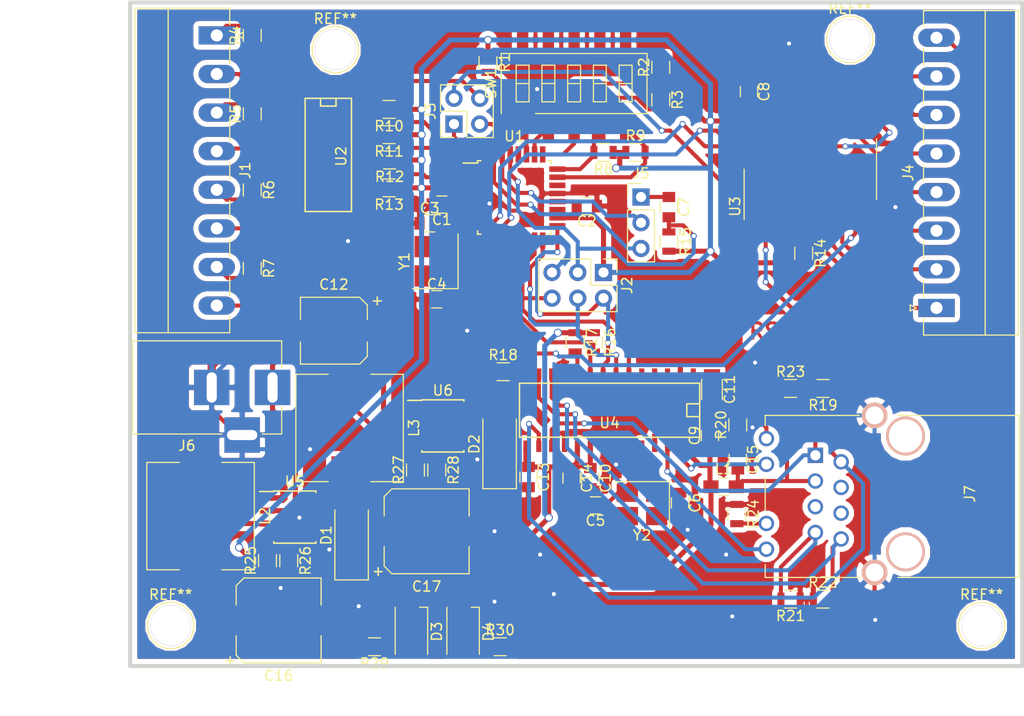
<source format=kicad_pcb>
(kicad_pcb (version 20171130) (host pcbnew 5.0.1-33cea8e~67~ubuntu16.04.1)

  (general
    (thickness 1.6)
    (drawings 8)
    (tracks 845)
    (zones 0)
    (modules 74)
    (nets 70)
  )

  (page A4)
  (layers
    (0 F.Cu signal)
    (31 B.Cu signal)
    (32 B.Adhes user)
    (33 F.Adhes user)
    (34 B.Paste user)
    (35 F.Paste user)
    (36 B.SilkS user)
    (37 F.SilkS user)
    (38 B.Mask user)
    (39 F.Mask user)
    (40 Dwgs.User user)
    (41 Cmts.User user)
    (42 Eco1.User user)
    (43 Eco2.User user)
    (44 Edge.Cuts user)
    (45 Margin user)
    (46 B.CrtYd user)
    (47 F.CrtYd user)
    (48 B.Fab user)
    (49 F.Fab user hide)
  )

  (setup
    (last_trace_width 0.4)
    (trace_clearance 0.2)
    (zone_clearance 0.508)
    (zone_45_only no)
    (trace_min 0.2)
    (segment_width 0.2)
    (edge_width 0.15)
    (via_size 0.6)
    (via_drill 0.4)
    (via_min_size 0.4)
    (via_min_drill 0.3)
    (uvia_size 0.3)
    (uvia_drill 0.1)
    (uvias_allowed no)
    (uvia_min_size 0.2)
    (uvia_min_drill 0.1)
    (pcb_text_width 0.3)
    (pcb_text_size 1.5 1.5)
    (mod_edge_width 0.15)
    (mod_text_size 1 1)
    (mod_text_width 0.15)
    (pad_size 4 4)
    (pad_drill 4)
    (pad_to_mask_clearance 0.2)
    (solder_mask_min_width 0.25)
    (aux_axis_origin 0 0)
    (grid_origin 61.95 123.5)
    (visible_elements FFFDFF7F)
    (pcbplotparams
      (layerselection 0x010fc_ffffffff)
      (usegerberextensions false)
      (usegerberattributes false)
      (usegerberadvancedattributes false)
      (creategerberjobfile false)
      (excludeedgelayer true)
      (linewidth 0.100000)
      (plotframeref false)
      (viasonmask false)
      (mode 1)
      (useauxorigin false)
      (hpglpennumber 1)
      (hpglpenspeed 20)
      (hpglpendiameter 15.000000)
      (psnegative false)
      (psa4output false)
      (plotreference true)
      (plotvalue true)
      (plotinvisibletext false)
      (padsonsilk false)
      (subtractmaskfromsilk false)
      (outputformat 1)
      (mirror false)
      (drillshape 1)
      (scaleselection 1)
      (outputdirectory ""))
  )

  (net 0 "")
  (net 1 +5V)
  (net 2 GND)
  (net 3 "Net-(C2-Pad2)")
  (net 4 "Net-(C3-Pad2)")
  (net 5 "Net-(C4-Pad2)")
  (net 6 "Net-(C5-Pad1)")
  (net 7 "Net-(C6-Pad1)")
  (net 8 /RESET)
  (net 9 "Net-(C7-Pad1)")
  (net 10 +3V3)
  (net 11 "Net-(C11-Pad1)")
  (net 12 "Net-(C12-Pad1)")
  (net 13 "Net-(C15-Pad2)")
  (net 14 "Net-(D1-Pad1)")
  (net 15 "Net-(D2-Pad1)")
  (net 16 "Net-(D3-Pad2)")
  (net 17 "Net-(D4-Pad2)")
  (net 18 "Net-(J1-Pad1)")
  (net 19 "Net-(J1-Pad2)")
  (net 20 "Net-(J1-Pad3)")
  (net 21 "Net-(J1-Pad4)")
  (net 22 "Net-(J1-Pad5)")
  (net 23 "Net-(J1-Pad6)")
  (net 24 "Net-(J1-Pad7)")
  (net 25 "Net-(J1-Pad8)")
  (net 26 /DI)
  (net 27 /DO)
  (net 28 /CLK)
  (net 29 /TX)
  (net 30 "Net-(J3-Pad2)")
  (net 31 /RX)
  (net 32 "Net-(J4-Pad8)")
  (net 33 "Net-(J4-Pad7)")
  (net 34 "Net-(J4-Pad6)")
  (net 35 "Net-(J4-Pad5)")
  (net 36 "Net-(J4-Pad4)")
  (net 37 "Net-(J4-Pad3)")
  (net 38 "Net-(J4-Pad2)")
  (net 39 "Net-(J4-Pad1)")
  (net 40 /TPOUT+)
  (net 41 "Net-(J7-PadGK)")
  (net 42 "Net-(J7-PadYA)")
  (net 43 "Net-(J7-PadGA)")
  (net 44 "Net-(J7-PadYK)")
  (net 45 /TPOUT-)
  (net 46 /TPIN+)
  (net 47 /TPIN-)
  (net 48 /IP0)
  (net 49 /IP1)
  (net 50 /IP2)
  (net 51 "Net-(R4-Pad1)")
  (net 52 "Net-(R5-Pad1)")
  (net 53 "Net-(R6-Pad1)")
  (net 54 "Net-(R7-Pad1)")
  (net 55 /IP3)
  (net 56 /IN/OUT)
  (net 57 "Net-(R14-Pad1)")
  (net 58 "Net-(R16-Pad2)")
  (net 59 "Net-(R17-Pad2)")
  (net 60 "Net-(R18-Pad2)")
  (net 61 "Net-(R25-Pad2)")
  (net 62 "Net-(R27-Pad2)")
  (net 63 "Net-(U1-Pad11)")
  (net 64 "Net-(U1-Pad10)")
  (net 65 "Net-(U1-Pad9)")
  (net 66 /IN1)
  (net 67 /IN2)
  (net 68 /IN3)
  (net 69 /IN4)

  (net_class Default "This is the default net class."
    (clearance 0.2)
    (trace_width 0.4)
    (via_dia 0.6)
    (via_drill 0.4)
    (uvia_dia 0.3)
    (uvia_drill 0.1)
    (add_net /CLK)
    (add_net /DI)
    (add_net /DO)
    (add_net /IN/OUT)
    (add_net /IN1)
    (add_net /IN2)
    (add_net /IN3)
    (add_net /IN4)
    (add_net /IP0)
    (add_net /IP1)
    (add_net /IP2)
    (add_net /IP3)
    (add_net /RESET)
    (add_net /RX)
    (add_net /TPIN+)
    (add_net /TPIN-)
    (add_net /TPOUT+)
    (add_net /TPOUT-)
    (add_net /TX)
    (add_net GND)
    (add_net "Net-(C11-Pad1)")
    (add_net "Net-(C15-Pad2)")
    (add_net "Net-(C2-Pad2)")
    (add_net "Net-(C3-Pad2)")
    (add_net "Net-(C4-Pad2)")
    (add_net "Net-(C5-Pad1)")
    (add_net "Net-(C6-Pad1)")
    (add_net "Net-(C7-Pad1)")
    (add_net "Net-(D2-Pad1)")
    (add_net "Net-(D3-Pad2)")
    (add_net "Net-(D4-Pad2)")
    (add_net "Net-(J1-Pad1)")
    (add_net "Net-(J1-Pad2)")
    (add_net "Net-(J1-Pad3)")
    (add_net "Net-(J1-Pad4)")
    (add_net "Net-(J1-Pad5)")
    (add_net "Net-(J1-Pad6)")
    (add_net "Net-(J1-Pad7)")
    (add_net "Net-(J1-Pad8)")
    (add_net "Net-(J3-Pad2)")
    (add_net "Net-(J4-Pad1)")
    (add_net "Net-(J4-Pad2)")
    (add_net "Net-(J4-Pad3)")
    (add_net "Net-(J4-Pad4)")
    (add_net "Net-(J4-Pad5)")
    (add_net "Net-(J4-Pad6)")
    (add_net "Net-(J4-Pad7)")
    (add_net "Net-(J4-Pad8)")
    (add_net "Net-(J7-PadGA)")
    (add_net "Net-(J7-PadGK)")
    (add_net "Net-(J7-PadYA)")
    (add_net "Net-(J7-PadYK)")
    (add_net "Net-(R14-Pad1)")
    (add_net "Net-(R16-Pad2)")
    (add_net "Net-(R17-Pad2)")
    (add_net "Net-(R18-Pad2)")
    (add_net "Net-(R4-Pad1)")
    (add_net "Net-(R5-Pad1)")
    (add_net "Net-(R6-Pad1)")
    (add_net "Net-(R7-Pad1)")
    (add_net "Net-(U1-Pad10)")
    (add_net "Net-(U1-Pad11)")
    (add_net "Net-(U1-Pad9)")
  )

  (net_class Power ""
    (clearance 0.2)
    (trace_width 0.5)
    (via_dia 0.8)
    (via_drill 0.6)
    (uvia_dia 0.3)
    (uvia_drill 0.1)
    (add_net +3V3)
    (add_net +5V)
    (add_net "Net-(C12-Pad1)")
    (add_net "Net-(D1-Pad1)")
    (add_net "Net-(R25-Pad2)")
    (add_net "Net-(R27-Pad2)")
  )

  (module Connectors:1pin (layer F.Cu) (tedit 5BBB62FD) (tstamp 5BBB6597)
    (at 82.2 62.65)
    (descr "module 1 pin (ou trou mecanique de percage)")
    (tags DEV)
    (fp_text reference REF** (at 0 -3.048) (layer F.SilkS)
      (effects (font (size 1 1) (thickness 0.15)))
    )
    (fp_text value 1pin (at 0 3) (layer F.Fab)
      (effects (font (size 1 1) (thickness 0.15)))
    )
    (fp_circle (center 0 0) (end 0 -2.286) (layer F.SilkS) (width 0.12))
    (fp_circle (center 0 0) (end 2.6 0) (layer F.CrtYd) (width 0.05))
    (fp_circle (center 0 0) (end 2 0.8) (layer F.Fab) (width 0.1))
    (pad 1 thru_hole circle (at 0 0) (size 4 4) (drill 4) (layers *.Cu *.Mask))
  )

  (module Connectors:1pin (layer F.Cu) (tedit 5BBB62FD) (tstamp 5BBB6597)
    (at 132.95 61.65)
    (descr "module 1 pin (ou trou mecanique de percage)")
    (tags DEV)
    (fp_text reference REF** (at 0 -3.048) (layer F.SilkS)
      (effects (font (size 1 1) (thickness 0.15)))
    )
    (fp_text value 1pin (at 0 3) (layer F.Fab)
      (effects (font (size 1 1) (thickness 0.15)))
    )
    (fp_circle (center 0 0) (end 0 -2.286) (layer F.SilkS) (width 0.12))
    (fp_circle (center 0 0) (end 2.6 0) (layer F.CrtYd) (width 0.05))
    (fp_circle (center 0 0) (end 2 0.8) (layer F.Fab) (width 0.1))
    (pad 1 thru_hole circle (at 0 0) (size 4 4) (drill 4) (layers *.Cu *.Mask))
  )

  (module Connectors:1pin (layer F.Cu) (tedit 5BBB62FD) (tstamp 5BBB6597)
    (at 65.95 119.5)
    (descr "module 1 pin (ou trou mecanique de percage)")
    (tags DEV)
    (fp_text reference REF** (at 0 -3.048) (layer F.SilkS)
      (effects (font (size 1 1) (thickness 0.15)))
    )
    (fp_text value 1pin (at 0 3) (layer F.Fab)
      (effects (font (size 1 1) (thickness 0.15)))
    )
    (fp_circle (center 0 0) (end 0 -2.286) (layer F.SilkS) (width 0.12))
    (fp_circle (center 0 0) (end 2.6 0) (layer F.CrtYd) (width 0.05))
    (fp_circle (center 0 0) (end 2 0.8) (layer F.Fab) (width 0.1))
    (pad 1 thru_hole circle (at 0 0) (size 4 4) (drill 4) (layers *.Cu *.Mask))
  )

  (module Capacitors_SMD:C_0805 (layer F.Cu) (tedit 58AA8463) (tstamp 5B6C4E00)
    (at 92.7 77.95 180)
    (descr "Capacitor SMD 0805, reflow soldering, AVX (see smccp.pdf)")
    (tags "capacitor 0805")
    (path /5B32A8F2)
    (attr smd)
    (fp_text reference C1 (at 0 -1.5 180) (layer F.SilkS)
      (effects (font (size 1 1) (thickness 0.15)))
    )
    (fp_text value 100nF (at 0 1.75 180) (layer F.Fab)
      (effects (font (size 1 1) (thickness 0.15)))
    )
    (fp_text user %R (at 0 -1.5 180) (layer F.Fab)
      (effects (font (size 1 1) (thickness 0.15)))
    )
    (fp_line (start -1 0.62) (end -1 -0.62) (layer F.Fab) (width 0.1))
    (fp_line (start 1 0.62) (end -1 0.62) (layer F.Fab) (width 0.1))
    (fp_line (start 1 -0.62) (end 1 0.62) (layer F.Fab) (width 0.1))
    (fp_line (start -1 -0.62) (end 1 -0.62) (layer F.Fab) (width 0.1))
    (fp_line (start 0.5 -0.85) (end -0.5 -0.85) (layer F.SilkS) (width 0.12))
    (fp_line (start -0.5 0.85) (end 0.5 0.85) (layer F.SilkS) (width 0.12))
    (fp_line (start -1.75 -0.88) (end 1.75 -0.88) (layer F.CrtYd) (width 0.05))
    (fp_line (start -1.75 -0.88) (end -1.75 0.87) (layer F.CrtYd) (width 0.05))
    (fp_line (start 1.75 0.87) (end 1.75 -0.88) (layer F.CrtYd) (width 0.05))
    (fp_line (start 1.75 0.87) (end -1.75 0.87) (layer F.CrtYd) (width 0.05))
    (pad 1 smd rect (at -1 0 180) (size 1 1.25) (layers F.Cu F.Paste F.Mask)
      (net 1 +5V))
    (pad 2 smd rect (at 1 0 180) (size 1 1.25) (layers F.Cu F.Paste F.Mask)
      (net 2 GND))
    (model Capacitors_SMD.3dshapes/C_0805.wrl
      (at (xyz 0 0 0))
      (scale (xyz 1 1 1))
      (rotate (xyz 0 0 0))
    )
  )

  (module Capacitors_SMD:C_0805 (layer F.Cu) (tedit 58AA8463) (tstamp 5B6C4E11)
    (at 107 78.1 180)
    (descr "Capacitor SMD 0805, reflow soldering, AVX (see smccp.pdf)")
    (tags "capacitor 0805")
    (path /5B409300)
    (attr smd)
    (fp_text reference C2 (at 0 -1.5 180) (layer F.SilkS)
      (effects (font (size 1 1) (thickness 0.15)))
    )
    (fp_text value 100nF (at 0 1.75 180) (layer F.Fab)
      (effects (font (size 1 1) (thickness 0.15)))
    )
    (fp_line (start 1.75 0.87) (end -1.75 0.87) (layer F.CrtYd) (width 0.05))
    (fp_line (start 1.75 0.87) (end 1.75 -0.88) (layer F.CrtYd) (width 0.05))
    (fp_line (start -1.75 -0.88) (end -1.75 0.87) (layer F.CrtYd) (width 0.05))
    (fp_line (start -1.75 -0.88) (end 1.75 -0.88) (layer F.CrtYd) (width 0.05))
    (fp_line (start -0.5 0.85) (end 0.5 0.85) (layer F.SilkS) (width 0.12))
    (fp_line (start 0.5 -0.85) (end -0.5 -0.85) (layer F.SilkS) (width 0.12))
    (fp_line (start -1 -0.62) (end 1 -0.62) (layer F.Fab) (width 0.1))
    (fp_line (start 1 -0.62) (end 1 0.62) (layer F.Fab) (width 0.1))
    (fp_line (start 1 0.62) (end -1 0.62) (layer F.Fab) (width 0.1))
    (fp_line (start -1 0.62) (end -1 -0.62) (layer F.Fab) (width 0.1))
    (fp_text user %R (at 0 -1.5 180) (layer F.Fab)
      (effects (font (size 1 1) (thickness 0.15)))
    )
    (pad 2 smd rect (at 1 0 180) (size 1 1.25) (layers F.Cu F.Paste F.Mask)
      (net 3 "Net-(C2-Pad2)"))
    (pad 1 smd rect (at -1 0 180) (size 1 1.25) (layers F.Cu F.Paste F.Mask)
      (net 2 GND))
    (model Capacitors_SMD.3dshapes/C_0805.wrl
      (at (xyz 0 0 0))
      (scale (xyz 1 1 1))
      (rotate (xyz 0 0 0))
    )
  )

  (module Capacitors_SMD:C_0805 (layer F.Cu) (tedit 58AA8463) (tstamp 5BB77E33)
    (at 91.5 79.8)
    (descr "Capacitor SMD 0805, reflow soldering, AVX (see smccp.pdf)")
    (tags "capacitor 0805")
    (path /5B362EA6)
    (attr smd)
    (fp_text reference C3 (at 0 -1.5) (layer F.SilkS)
      (effects (font (size 1 1) (thickness 0.15)))
    )
    (fp_text value 22pF (at 0 1.75) (layer F.Fab)
      (effects (font (size 1 1) (thickness 0.15)))
    )
    (fp_text user %R (at 0 -1.5) (layer F.Fab)
      (effects (font (size 1 1) (thickness 0.15)))
    )
    (fp_line (start -1 0.62) (end -1 -0.62) (layer F.Fab) (width 0.1))
    (fp_line (start 1 0.62) (end -1 0.62) (layer F.Fab) (width 0.1))
    (fp_line (start 1 -0.62) (end 1 0.62) (layer F.Fab) (width 0.1))
    (fp_line (start -1 -0.62) (end 1 -0.62) (layer F.Fab) (width 0.1))
    (fp_line (start 0.5 -0.85) (end -0.5 -0.85) (layer F.SilkS) (width 0.12))
    (fp_line (start -0.5 0.85) (end 0.5 0.85) (layer F.SilkS) (width 0.12))
    (fp_line (start -1.75 -0.88) (end 1.75 -0.88) (layer F.CrtYd) (width 0.05))
    (fp_line (start -1.75 -0.88) (end -1.75 0.87) (layer F.CrtYd) (width 0.05))
    (fp_line (start 1.75 0.87) (end 1.75 -0.88) (layer F.CrtYd) (width 0.05))
    (fp_line (start 1.75 0.87) (end -1.75 0.87) (layer F.CrtYd) (width 0.05))
    (pad 1 smd rect (at -1 0) (size 1 1.25) (layers F.Cu F.Paste F.Mask)
      (net 2 GND))
    (pad 2 smd rect (at 1 0) (size 1 1.25) (layers F.Cu F.Paste F.Mask)
      (net 4 "Net-(C3-Pad2)"))
    (model Capacitors_SMD.3dshapes/C_0805.wrl
      (at (xyz 0 0 0))
      (scale (xyz 1 1 1))
      (rotate (xyz 0 0 0))
    )
  )

  (module Capacitors_SMD:C_0805 (layer F.Cu) (tedit 58AA8463) (tstamp 5BB77E63)
    (at 92.2 87.3)
    (descr "Capacitor SMD 0805, reflow soldering, AVX (see smccp.pdf)")
    (tags "capacitor 0805")
    (path /5B362E27)
    (attr smd)
    (fp_text reference C4 (at 0 -1.5) (layer F.SilkS)
      (effects (font (size 1 1) (thickness 0.15)))
    )
    (fp_text value 22pF (at 0 1.75) (layer F.Fab)
      (effects (font (size 1 1) (thickness 0.15)))
    )
    (fp_line (start 1.75 0.87) (end -1.75 0.87) (layer F.CrtYd) (width 0.05))
    (fp_line (start 1.75 0.87) (end 1.75 -0.88) (layer F.CrtYd) (width 0.05))
    (fp_line (start -1.75 -0.88) (end -1.75 0.87) (layer F.CrtYd) (width 0.05))
    (fp_line (start -1.75 -0.88) (end 1.75 -0.88) (layer F.CrtYd) (width 0.05))
    (fp_line (start -0.5 0.85) (end 0.5 0.85) (layer F.SilkS) (width 0.12))
    (fp_line (start 0.5 -0.85) (end -0.5 -0.85) (layer F.SilkS) (width 0.12))
    (fp_line (start -1 -0.62) (end 1 -0.62) (layer F.Fab) (width 0.1))
    (fp_line (start 1 -0.62) (end 1 0.62) (layer F.Fab) (width 0.1))
    (fp_line (start 1 0.62) (end -1 0.62) (layer F.Fab) (width 0.1))
    (fp_line (start -1 0.62) (end -1 -0.62) (layer F.Fab) (width 0.1))
    (fp_text user %R (at 0 -1.5) (layer F.Fab)
      (effects (font (size 1 1) (thickness 0.15)))
    )
    (pad 2 smd rect (at 1 0) (size 1 1.25) (layers F.Cu F.Paste F.Mask)
      (net 5 "Net-(C4-Pad2)"))
    (pad 1 smd rect (at -1 0) (size 1 1.25) (layers F.Cu F.Paste F.Mask)
      (net 2 GND))
    (model Capacitors_SMD.3dshapes/C_0805.wrl
      (at (xyz 0 0 0))
      (scale (xyz 1 1 1))
      (rotate (xyz 0 0 0))
    )
  )

  (module Capacitors_SMD:C_0805 (layer F.Cu) (tedit 58AA8463) (tstamp 5BB79DF6)
    (at 107.85 107.65 180)
    (descr "Capacitor SMD 0805, reflow soldering, AVX (see smccp.pdf)")
    (tags "capacitor 0805")
    (path /5B3B9095)
    (attr smd)
    (fp_text reference C5 (at 0 -1.5 180) (layer F.SilkS)
      (effects (font (size 1 1) (thickness 0.15)))
    )
    (fp_text value 18pF (at 0 1.75 180) (layer F.Fab)
      (effects (font (size 1 1) (thickness 0.15)))
    )
    (fp_line (start 1.75 0.87) (end -1.75 0.87) (layer F.CrtYd) (width 0.05))
    (fp_line (start 1.75 0.87) (end 1.75 -0.88) (layer F.CrtYd) (width 0.05))
    (fp_line (start -1.75 -0.88) (end -1.75 0.87) (layer F.CrtYd) (width 0.05))
    (fp_line (start -1.75 -0.88) (end 1.75 -0.88) (layer F.CrtYd) (width 0.05))
    (fp_line (start -0.5 0.85) (end 0.5 0.85) (layer F.SilkS) (width 0.12))
    (fp_line (start 0.5 -0.85) (end -0.5 -0.85) (layer F.SilkS) (width 0.12))
    (fp_line (start -1 -0.62) (end 1 -0.62) (layer F.Fab) (width 0.1))
    (fp_line (start 1 -0.62) (end 1 0.62) (layer F.Fab) (width 0.1))
    (fp_line (start 1 0.62) (end -1 0.62) (layer F.Fab) (width 0.1))
    (fp_line (start -1 0.62) (end -1 -0.62) (layer F.Fab) (width 0.1))
    (fp_text user %R (at 0 -1.5 180) (layer F.Fab)
      (effects (font (size 1 1) (thickness 0.15)))
    )
    (pad 2 smd rect (at 1 0 180) (size 1 1.25) (layers F.Cu F.Paste F.Mask)
      (net 2 GND))
    (pad 1 smd rect (at -1 0 180) (size 1 1.25) (layers F.Cu F.Paste F.Mask)
      (net 6 "Net-(C5-Pad1)"))
    (model Capacitors_SMD.3dshapes/C_0805.wrl
      (at (xyz 0 0 0))
      (scale (xyz 1 1 1))
      (rotate (xyz 0 0 0))
    )
  )

  (module Capacitors_SMD:C_0805 (layer F.Cu) (tedit 58AA8463) (tstamp 5BB79E26)
    (at 116.2 107.4 270)
    (descr "Capacitor SMD 0805, reflow soldering, AVX (see smccp.pdf)")
    (tags "capacitor 0805")
    (path /5B3B9146)
    (attr smd)
    (fp_text reference C6 (at 0 -1.5 270) (layer F.SilkS)
      (effects (font (size 1 1) (thickness 0.15)))
    )
    (fp_text value 18pF (at 0 1.75 270) (layer F.Fab)
      (effects (font (size 1 1) (thickness 0.15)))
    )
    (fp_text user %R (at 0 -1.5 270) (layer F.Fab)
      (effects (font (size 1 1) (thickness 0.15)))
    )
    (fp_line (start -1 0.62) (end -1 -0.62) (layer F.Fab) (width 0.1))
    (fp_line (start 1 0.62) (end -1 0.62) (layer F.Fab) (width 0.1))
    (fp_line (start 1 -0.62) (end 1 0.62) (layer F.Fab) (width 0.1))
    (fp_line (start -1 -0.62) (end 1 -0.62) (layer F.Fab) (width 0.1))
    (fp_line (start 0.5 -0.85) (end -0.5 -0.85) (layer F.SilkS) (width 0.12))
    (fp_line (start -0.5 0.85) (end 0.5 0.85) (layer F.SilkS) (width 0.12))
    (fp_line (start -1.75 -0.88) (end 1.75 -0.88) (layer F.CrtYd) (width 0.05))
    (fp_line (start -1.75 -0.88) (end -1.75 0.87) (layer F.CrtYd) (width 0.05))
    (fp_line (start 1.75 0.87) (end 1.75 -0.88) (layer F.CrtYd) (width 0.05))
    (fp_line (start 1.75 0.87) (end -1.75 0.87) (layer F.CrtYd) (width 0.05))
    (pad 1 smd rect (at -1 0 270) (size 1 1.25) (layers F.Cu F.Paste F.Mask)
      (net 7 "Net-(C6-Pad1)"))
    (pad 2 smd rect (at 1 0 270) (size 1 1.25) (layers F.Cu F.Paste F.Mask)
      (net 2 GND))
    (model Capacitors_SMD.3dshapes/C_0805.wrl
      (at (xyz 0 0 0))
      (scale (xyz 1 1 1))
      (rotate (xyz 0 0 0))
    )
  )

  (module Capacitors_SMD:C_0805 (layer F.Cu) (tedit 58AA8463) (tstamp 5B6C4E66)
    (at 115.1 78.2 270)
    (descr "Capacitor SMD 0805, reflow soldering, AVX (see smccp.pdf)")
    (tags "capacitor 0805")
    (path /5B3E8AC7)
    (attr smd)
    (fp_text reference C7 (at 0 -1.5 270) (layer F.SilkS)
      (effects (font (size 1 1) (thickness 0.15)))
    )
    (fp_text value 100nF (at 0 1.75 270) (layer F.Fab)
      (effects (font (size 1 1) (thickness 0.15)))
    )
    (fp_line (start 1.75 0.87) (end -1.75 0.87) (layer F.CrtYd) (width 0.05))
    (fp_line (start 1.75 0.87) (end 1.75 -0.88) (layer F.CrtYd) (width 0.05))
    (fp_line (start -1.75 -0.88) (end -1.75 0.87) (layer F.CrtYd) (width 0.05))
    (fp_line (start -1.75 -0.88) (end 1.75 -0.88) (layer F.CrtYd) (width 0.05))
    (fp_line (start -0.5 0.85) (end 0.5 0.85) (layer F.SilkS) (width 0.12))
    (fp_line (start 0.5 -0.85) (end -0.5 -0.85) (layer F.SilkS) (width 0.12))
    (fp_line (start -1 -0.62) (end 1 -0.62) (layer F.Fab) (width 0.1))
    (fp_line (start 1 -0.62) (end 1 0.62) (layer F.Fab) (width 0.1))
    (fp_line (start 1 0.62) (end -1 0.62) (layer F.Fab) (width 0.1))
    (fp_line (start -1 0.62) (end -1 -0.62) (layer F.Fab) (width 0.1))
    (fp_text user %R (at 0 -1.5 270) (layer F.Fab)
      (effects (font (size 1 1) (thickness 0.15)))
    )
    (pad 2 smd rect (at 1 0 270) (size 1 1.25) (layers F.Cu F.Paste F.Mask)
      (net 8 /RESET))
    (pad 1 smd rect (at -1 0 270) (size 1 1.25) (layers F.Cu F.Paste F.Mask)
      (net 9 "Net-(C7-Pad1)"))
    (model Capacitors_SMD.3dshapes/C_0805.wrl
      (at (xyz 0 0 0))
      (scale (xyz 1 1 1))
      (rotate (xyz 0 0 0))
    )
  )

  (module Capacitors_SMD:C_0805 (layer F.Cu) (tedit 58AA8463) (tstamp 5B6C4E77)
    (at 123 66.8 270)
    (descr "Capacitor SMD 0805, reflow soldering, AVX (see smccp.pdf)")
    (tags "capacitor 0805")
    (path /5B407AAD)
    (attr smd)
    (fp_text reference C8 (at 0 -1.5 270) (layer F.SilkS)
      (effects (font (size 1 1) (thickness 0.15)))
    )
    (fp_text value 100nF (at 0 1.75 270) (layer F.Fab)
      (effects (font (size 1 1) (thickness 0.15)))
    )
    (fp_text user %R (at 0 -1.5 270) (layer F.Fab)
      (effects (font (size 1 1) (thickness 0.15)))
    )
    (fp_line (start -1 0.62) (end -1 -0.62) (layer F.Fab) (width 0.1))
    (fp_line (start 1 0.62) (end -1 0.62) (layer F.Fab) (width 0.1))
    (fp_line (start 1 -0.62) (end 1 0.62) (layer F.Fab) (width 0.1))
    (fp_line (start -1 -0.62) (end 1 -0.62) (layer F.Fab) (width 0.1))
    (fp_line (start 0.5 -0.85) (end -0.5 -0.85) (layer F.SilkS) (width 0.12))
    (fp_line (start -0.5 0.85) (end 0.5 0.85) (layer F.SilkS) (width 0.12))
    (fp_line (start -1.75 -0.88) (end 1.75 -0.88) (layer F.CrtYd) (width 0.05))
    (fp_line (start -1.75 -0.88) (end -1.75 0.87) (layer F.CrtYd) (width 0.05))
    (fp_line (start 1.75 0.87) (end 1.75 -0.88) (layer F.CrtYd) (width 0.05))
    (fp_line (start 1.75 0.87) (end -1.75 0.87) (layer F.CrtYd) (width 0.05))
    (pad 1 smd rect (at -1 0 270) (size 1 1.25) (layers F.Cu F.Paste F.Mask)
      (net 2 GND))
    (pad 2 smd rect (at 1 0 270) (size 1 1.25) (layers F.Cu F.Paste F.Mask)
      (net 1 +5V))
    (model Capacitors_SMD.3dshapes/C_0805.wrl
      (at (xyz 0 0 0))
      (scale (xyz 1 1 1))
      (rotate (xyz 0 0 0))
    )
  )

  (module Capacitors_SMD:C_0805 (layer F.Cu) (tedit 58AA8463) (tstamp 5BB79F16)
    (at 119.15 100.75 90)
    (descr "Capacitor SMD 0805, reflow soldering, AVX (see smccp.pdf)")
    (tags "capacitor 0805")
    (path /5B3AC5EA)
    (attr smd)
    (fp_text reference C9 (at 0 -1.5 90) (layer F.SilkS)
      (effects (font (size 1 1) (thickness 0.15)))
    )
    (fp_text value 100nF (at 0 1.75 90) (layer F.Fab)
      (effects (font (size 1 1) (thickness 0.15)))
    )
    (fp_line (start 1.75 0.87) (end -1.75 0.87) (layer F.CrtYd) (width 0.05))
    (fp_line (start 1.75 0.87) (end 1.75 -0.88) (layer F.CrtYd) (width 0.05))
    (fp_line (start -1.75 -0.88) (end -1.75 0.87) (layer F.CrtYd) (width 0.05))
    (fp_line (start -1.75 -0.88) (end 1.75 -0.88) (layer F.CrtYd) (width 0.05))
    (fp_line (start -0.5 0.85) (end 0.5 0.85) (layer F.SilkS) (width 0.12))
    (fp_line (start 0.5 -0.85) (end -0.5 -0.85) (layer F.SilkS) (width 0.12))
    (fp_line (start -1 -0.62) (end 1 -0.62) (layer F.Fab) (width 0.1))
    (fp_line (start 1 -0.62) (end 1 0.62) (layer F.Fab) (width 0.1))
    (fp_line (start 1 0.62) (end -1 0.62) (layer F.Fab) (width 0.1))
    (fp_line (start -1 0.62) (end -1 -0.62) (layer F.Fab) (width 0.1))
    (fp_text user %R (at 0 -1.5 90) (layer F.Fab)
      (effects (font (size 1 1) (thickness 0.15)))
    )
    (pad 2 smd rect (at 1 0 90) (size 1 1.25) (layers F.Cu F.Paste F.Mask)
      (net 2 GND))
    (pad 1 smd rect (at -1 0 90) (size 1 1.25) (layers F.Cu F.Paste F.Mask)
      (net 10 +3V3))
    (model Capacitors_SMD.3dshapes/C_0805.wrl
      (at (xyz 0 0 0))
      (scale (xyz 1 1 1))
      (rotate (xyz 0 0 0))
    )
  )

  (module Capacitors_SMD:C_0805 (layer F.Cu) (tedit 58AA8463) (tstamp 5BB79EB6)
    (at 107.35 104.95 270)
    (descr "Capacitor SMD 0805, reflow soldering, AVX (see smccp.pdf)")
    (tags "capacitor 0805")
    (path /5B3AC8D8)
    (attr smd)
    (fp_text reference C10 (at 0 -1.5 270) (layer F.SilkS)
      (effects (font (size 1 1) (thickness 0.15)))
    )
    (fp_text value 100nF (at 0 1.75 270) (layer F.Fab)
      (effects (font (size 1 1) (thickness 0.15)))
    )
    (fp_text user %R (at 0 -1.5 270) (layer F.Fab)
      (effects (font (size 1 1) (thickness 0.15)))
    )
    (fp_line (start -1 0.62) (end -1 -0.62) (layer F.Fab) (width 0.1))
    (fp_line (start 1 0.62) (end -1 0.62) (layer F.Fab) (width 0.1))
    (fp_line (start 1 -0.62) (end 1 0.62) (layer F.Fab) (width 0.1))
    (fp_line (start -1 -0.62) (end 1 -0.62) (layer F.Fab) (width 0.1))
    (fp_line (start 0.5 -0.85) (end -0.5 -0.85) (layer F.SilkS) (width 0.12))
    (fp_line (start -0.5 0.85) (end 0.5 0.85) (layer F.SilkS) (width 0.12))
    (fp_line (start -1.75 -0.88) (end 1.75 -0.88) (layer F.CrtYd) (width 0.05))
    (fp_line (start -1.75 -0.88) (end -1.75 0.87) (layer F.CrtYd) (width 0.05))
    (fp_line (start 1.75 0.87) (end 1.75 -0.88) (layer F.CrtYd) (width 0.05))
    (fp_line (start 1.75 0.87) (end -1.75 0.87) (layer F.CrtYd) (width 0.05))
    (pad 1 smd rect (at -1 0 270) (size 1 1.25) (layers F.Cu F.Paste F.Mask)
      (net 10 +3V3))
    (pad 2 smd rect (at 1 0 270) (size 1 1.25) (layers F.Cu F.Paste F.Mask)
      (net 2 GND))
    (model Capacitors_SMD.3dshapes/C_0805.wrl
      (at (xyz 0 0 0))
      (scale (xyz 1 1 1))
      (rotate (xyz 0 0 0))
    )
  )

  (module Capacitors_SMD:C_1206 (layer F.Cu) (tedit 58AA84B8) (tstamp 5BB79E56)
    (at 119.35 96.2 270)
    (descr "Capacitor SMD 1206, reflow soldering, AVX (see smccp.pdf)")
    (tags "capacitor 1206")
    (path /5B3B57F5)
    (attr smd)
    (fp_text reference C11 (at 0 -1.75 270) (layer F.SilkS)
      (effects (font (size 1 1) (thickness 0.15)))
    )
    (fp_text value 10uF (at 0 2 270) (layer F.Fab)
      (effects (font (size 1 1) (thickness 0.15)))
    )
    (fp_line (start 2.25 1.05) (end -2.25 1.05) (layer F.CrtYd) (width 0.05))
    (fp_line (start 2.25 1.05) (end 2.25 -1.05) (layer F.CrtYd) (width 0.05))
    (fp_line (start -2.25 -1.05) (end -2.25 1.05) (layer F.CrtYd) (width 0.05))
    (fp_line (start -2.25 -1.05) (end 2.25 -1.05) (layer F.CrtYd) (width 0.05))
    (fp_line (start -1 1.02) (end 1 1.02) (layer F.SilkS) (width 0.12))
    (fp_line (start 1 -1.02) (end -1 -1.02) (layer F.SilkS) (width 0.12))
    (fp_line (start -1.6 -0.8) (end 1.6 -0.8) (layer F.Fab) (width 0.1))
    (fp_line (start 1.6 -0.8) (end 1.6 0.8) (layer F.Fab) (width 0.1))
    (fp_line (start 1.6 0.8) (end -1.6 0.8) (layer F.Fab) (width 0.1))
    (fp_line (start -1.6 0.8) (end -1.6 -0.8) (layer F.Fab) (width 0.1))
    (fp_text user %R (at 0 -1.75 270) (layer F.Fab)
      (effects (font (size 1 1) (thickness 0.15)))
    )
    (pad 2 smd rect (at 1.5 0 270) (size 1 1.6) (layers F.Cu F.Paste F.Mask)
      (net 2 GND))
    (pad 1 smd rect (at -1.5 0 270) (size 1 1.6) (layers F.Cu F.Paste F.Mask)
      (net 11 "Net-(C11-Pad1)"))
    (model Capacitors_SMD.3dshapes/C_1206.wrl
      (at (xyz 0 0 0))
      (scale (xyz 1 1 1))
      (rotate (xyz 0 0 0))
    )
  )

  (module Capacitors_SMD:CP_Elec_6.3x5.7 (layer F.Cu) (tedit 58AA8B43) (tstamp 5B6C4EC6)
    (at 82.05 90.4 180)
    (descr "SMT capacitor, aluminium electrolytic, 6.3x5.7")
    (path /5B321F5E)
    (attr smd)
    (fp_text reference C12 (at 0 4.56 180) (layer F.SilkS)
      (effects (font (size 1 1) (thickness 0.15)))
    )
    (fp_text value 22uF/50V (at 0 -4.56 180) (layer F.Fab)
      (effects (font (size 1 1) (thickness 0.15)))
    )
    (fp_line (start 4.7 3.4) (end -4.7 3.4) (layer F.CrtYd) (width 0.05))
    (fp_line (start 4.7 3.4) (end 4.7 -3.4) (layer F.CrtYd) (width 0.05))
    (fp_line (start -4.7 -3.4) (end -4.7 3.4) (layer F.CrtYd) (width 0.05))
    (fp_line (start -4.7 -3.4) (end 4.7 -3.4) (layer F.CrtYd) (width 0.05))
    (fp_line (start -2.54 -3.3) (end 3.3 -3.3) (layer F.SilkS) (width 0.12))
    (fp_line (start -3.3 -2.54) (end -2.54 -3.3) (layer F.SilkS) (width 0.12))
    (fp_line (start -2.54 3.3) (end -3.3 2.54) (layer F.SilkS) (width 0.12))
    (fp_line (start 3.3 3.3) (end -2.54 3.3) (layer F.SilkS) (width 0.12))
    (fp_line (start -3.3 -2.54) (end -3.3 -1.12) (layer F.SilkS) (width 0.12))
    (fp_line (start -3.3 2.54) (end -3.3 1.12) (layer F.SilkS) (width 0.12))
    (fp_line (start 3.3 3.3) (end 3.3 1.12) (layer F.SilkS) (width 0.12))
    (fp_line (start 3.3 -3.3) (end 3.3 -1.12) (layer F.SilkS) (width 0.12))
    (fp_line (start 3.15 -3.15) (end -2.48 -3.15) (layer F.Fab) (width 0.1))
    (fp_line (start -2.48 -3.15) (end -3.15 -2.48) (layer F.Fab) (width 0.1))
    (fp_line (start -3.15 -2.48) (end -3.15 2.48) (layer F.Fab) (width 0.1))
    (fp_line (start -3.15 2.48) (end -2.48 3.15) (layer F.Fab) (width 0.1))
    (fp_line (start -2.48 3.15) (end 3.15 3.15) (layer F.Fab) (width 0.1))
    (fp_line (start 3.15 3.15) (end 3.15 -3.15) (layer F.Fab) (width 0.1))
    (fp_text user %R (at 0 4.56 180) (layer F.Fab)
      (effects (font (size 1 1) (thickness 0.15)))
    )
    (fp_text user + (at -4.28 3.01 180) (layer F.SilkS)
      (effects (font (size 1 1) (thickness 0.15)))
    )
    (fp_text user + (at -1.79 -0.06 180) (layer F.Fab)
      (effects (font (size 1 1) (thickness 0.15)))
    )
    (fp_circle (center 0 0) (end 0.6 3) (layer F.Fab) (width 0.1))
    (pad 2 smd rect (at 2.7 0) (size 3.5 1.6) (layers F.Cu F.Paste F.Mask)
      (net 2 GND))
    (pad 1 smd rect (at -2.7 0) (size 3.5 1.6) (layers F.Cu F.Paste F.Mask)
      (net 12 "Net-(C12-Pad1)"))
    (model Capacitors_SMD.3dshapes/CP_Elec_6.3x5.7.wrl
      (at (xyz 0 0 0))
      (scale (xyz 1 1 1))
      (rotate (xyz 0 0 180))
    )
  )

  (module Capacitors_SMD:C_0805 (layer F.Cu) (tedit 58AA8463) (tstamp 5BB79DC6)
    (at 101.25 104.85 270)
    (descr "Capacitor SMD 0805, reflow soldering, AVX (see smccp.pdf)")
    (tags "capacitor 0805")
    (path /5B3AE8D1)
    (attr smd)
    (fp_text reference C13 (at 0 -1.5 270) (layer F.SilkS)
      (effects (font (size 1 1) (thickness 0.15)))
    )
    (fp_text value 100nF (at 0 1.75 270) (layer F.Fab)
      (effects (font (size 1 1) (thickness 0.15)))
    )
    (fp_text user %R (at 0 -1.5 270) (layer F.Fab)
      (effects (font (size 1 1) (thickness 0.15)))
    )
    (fp_line (start -1 0.62) (end -1 -0.62) (layer F.Fab) (width 0.1))
    (fp_line (start 1 0.62) (end -1 0.62) (layer F.Fab) (width 0.1))
    (fp_line (start 1 -0.62) (end 1 0.62) (layer F.Fab) (width 0.1))
    (fp_line (start -1 -0.62) (end 1 -0.62) (layer F.Fab) (width 0.1))
    (fp_line (start 0.5 -0.85) (end -0.5 -0.85) (layer F.SilkS) (width 0.12))
    (fp_line (start -0.5 0.85) (end 0.5 0.85) (layer F.SilkS) (width 0.12))
    (fp_line (start -1.75 -0.88) (end 1.75 -0.88) (layer F.CrtYd) (width 0.05))
    (fp_line (start -1.75 -0.88) (end -1.75 0.87) (layer F.CrtYd) (width 0.05))
    (fp_line (start 1.75 0.87) (end 1.75 -0.88) (layer F.CrtYd) (width 0.05))
    (fp_line (start 1.75 0.87) (end -1.75 0.87) (layer F.CrtYd) (width 0.05))
    (pad 1 smd rect (at -1 0 270) (size 1 1.25) (layers F.Cu F.Paste F.Mask)
      (net 10 +3V3))
    (pad 2 smd rect (at 1 0 270) (size 1 1.25) (layers F.Cu F.Paste F.Mask)
      (net 2 GND))
    (model Capacitors_SMD.3dshapes/C_0805.wrl
      (at (xyz 0 0 0))
      (scale (xyz 1 1 1))
      (rotate (xyz 0 0 0))
    )
  )

  (module Capacitors_SMD:C_0805 (layer F.Cu) (tedit 58AA8463) (tstamp 5BB79E86)
    (at 105.5 104.95 270)
    (descr "Capacitor SMD 0805, reflow soldering, AVX (see smccp.pdf)")
    (tags "capacitor 0805")
    (path /5B3AE7EF)
    (attr smd)
    (fp_text reference C14 (at 0 -1.5 270) (layer F.SilkS)
      (effects (font (size 1 1) (thickness 0.15)))
    )
    (fp_text value 100nF (at 0 1.75 270) (layer F.Fab)
      (effects (font (size 1 1) (thickness 0.15)))
    )
    (fp_line (start 1.75 0.87) (end -1.75 0.87) (layer F.CrtYd) (width 0.05))
    (fp_line (start 1.75 0.87) (end 1.75 -0.88) (layer F.CrtYd) (width 0.05))
    (fp_line (start -1.75 -0.88) (end -1.75 0.87) (layer F.CrtYd) (width 0.05))
    (fp_line (start -1.75 -0.88) (end 1.75 -0.88) (layer F.CrtYd) (width 0.05))
    (fp_line (start -0.5 0.85) (end 0.5 0.85) (layer F.SilkS) (width 0.12))
    (fp_line (start 0.5 -0.85) (end -0.5 -0.85) (layer F.SilkS) (width 0.12))
    (fp_line (start -1 -0.62) (end 1 -0.62) (layer F.Fab) (width 0.1))
    (fp_line (start 1 -0.62) (end 1 0.62) (layer F.Fab) (width 0.1))
    (fp_line (start 1 0.62) (end -1 0.62) (layer F.Fab) (width 0.1))
    (fp_line (start -1 0.62) (end -1 -0.62) (layer F.Fab) (width 0.1))
    (fp_text user %R (at 0 -1.5 270) (layer F.Fab)
      (effects (font (size 1 1) (thickness 0.15)))
    )
    (pad 2 smd rect (at 1 0 270) (size 1 1.25) (layers F.Cu F.Paste F.Mask)
      (net 2 GND))
    (pad 1 smd rect (at -1 0 270) (size 1 1.25) (layers F.Cu F.Paste F.Mask)
      (net 10 +3V3))
    (model Capacitors_SMD.3dshapes/C_0805.wrl
      (at (xyz 0 0 0))
      (scale (xyz 1 1 1))
      (rotate (xyz 0 0 0))
    )
  )

  (module Capacitors_SMD:C_0805 (layer F.Cu) (tedit 58AA8463) (tstamp 5BBB443C)
    (at 121.9 103.1 270)
    (descr "Capacitor SMD 0805, reflow soldering, AVX (see smccp.pdf)")
    (tags "capacitor 0805")
    (path /5B3FA27D)
    (attr smd)
    (fp_text reference C15 (at 0 -1.5 270) (layer F.SilkS)
      (effects (font (size 1 1) (thickness 0.15)))
    )
    (fp_text value 100nF (at 0 1.75 270) (layer F.Fab)
      (effects (font (size 1 1) (thickness 0.15)))
    )
    (fp_line (start 1.75 0.87) (end -1.75 0.87) (layer F.CrtYd) (width 0.05))
    (fp_line (start 1.75 0.87) (end 1.75 -0.88) (layer F.CrtYd) (width 0.05))
    (fp_line (start -1.75 -0.88) (end -1.75 0.87) (layer F.CrtYd) (width 0.05))
    (fp_line (start -1.75 -0.88) (end 1.75 -0.88) (layer F.CrtYd) (width 0.05))
    (fp_line (start -0.5 0.85) (end 0.5 0.85) (layer F.SilkS) (width 0.12))
    (fp_line (start 0.5 -0.85) (end -0.5 -0.85) (layer F.SilkS) (width 0.12))
    (fp_line (start -1 -0.62) (end 1 -0.62) (layer F.Fab) (width 0.1))
    (fp_line (start 1 -0.62) (end 1 0.62) (layer F.Fab) (width 0.1))
    (fp_line (start 1 0.62) (end -1 0.62) (layer F.Fab) (width 0.1))
    (fp_line (start -1 0.62) (end -1 -0.62) (layer F.Fab) (width 0.1))
    (fp_text user %R (at 0 -1.5 270) (layer F.Fab)
      (effects (font (size 1 1) (thickness 0.15)))
    )
    (pad 2 smd rect (at 1 0 270) (size 1 1.25) (layers F.Cu F.Paste F.Mask)
      (net 13 "Net-(C15-Pad2)"))
    (pad 1 smd rect (at -1 0 270) (size 1 1.25) (layers F.Cu F.Paste F.Mask)
      (net 2 GND))
    (model Capacitors_SMD.3dshapes/C_0805.wrl
      (at (xyz 0 0 0))
      (scale (xyz 1 1 1))
      (rotate (xyz 0 0 0))
    )
  )

  (module Capacitors_SMD:CP_Elec_8x10.5 (layer F.Cu) (tedit 58AA8BC3) (tstamp 5B6C4F15)
    (at 76.6 119)
    (descr "SMT capacitor, aluminium electrolytic, 8x10.5")
    (path /5B321FDB)
    (attr smd)
    (fp_text reference C16 (at 0 5.45) (layer F.SilkS)
      (effects (font (size 1 1) (thickness 0.15)))
    )
    (fp_text value 220uF/25V (at 0 -5.45) (layer F.Fab)
      (effects (font (size 1 1) (thickness 0.15)))
    )
    (fp_circle (center 0 0) (end 1.3 3.7) (layer F.Fab) (width 0.1))
    (fp_text user + (at -2.27 -0.08) (layer F.Fab)
      (effects (font (size 1 1) (thickness 0.15)))
    )
    (fp_text user + (at -4.78 3.91) (layer F.SilkS)
      (effects (font (size 1 1) (thickness 0.15)))
    )
    (fp_text user %R (at 0 5.45) (layer F.Fab)
      (effects (font (size 1 1) (thickness 0.15)))
    )
    (fp_line (start 4.04 4.04) (end 4.04 -4.04) (layer F.Fab) (width 0.1))
    (fp_line (start -3.37 4.04) (end 4.04 4.04) (layer F.Fab) (width 0.1))
    (fp_line (start -4.04 3.37) (end -3.37 4.04) (layer F.Fab) (width 0.1))
    (fp_line (start -4.04 -3.37) (end -4.04 3.37) (layer F.Fab) (width 0.1))
    (fp_line (start -3.37 -4.04) (end -4.04 -3.37) (layer F.Fab) (width 0.1))
    (fp_line (start 4.04 -4.04) (end -3.37 -4.04) (layer F.Fab) (width 0.1))
    (fp_line (start -4.19 3.43) (end -4.19 1.51) (layer F.SilkS) (width 0.12))
    (fp_line (start -4.19 -3.43) (end -4.19 -1.51) (layer F.SilkS) (width 0.12))
    (fp_line (start 4.19 4.19) (end 4.19 1.51) (layer F.SilkS) (width 0.12))
    (fp_line (start 4.19 -4.19) (end 4.19 -1.51) (layer F.SilkS) (width 0.12))
    (fp_line (start 4.19 4.19) (end -3.43 4.19) (layer F.SilkS) (width 0.12))
    (fp_line (start -3.43 4.19) (end -4.19 3.43) (layer F.SilkS) (width 0.12))
    (fp_line (start -4.19 -3.43) (end -3.43 -4.19) (layer F.SilkS) (width 0.12))
    (fp_line (start -3.43 -4.19) (end 4.19 -4.19) (layer F.SilkS) (width 0.12))
    (fp_line (start -5.3 -4.29) (end 5.3 -4.29) (layer F.CrtYd) (width 0.05))
    (fp_line (start -5.3 -4.29) (end -5.3 4.29) (layer F.CrtYd) (width 0.05))
    (fp_line (start 5.3 4.29) (end 5.3 -4.29) (layer F.CrtYd) (width 0.05))
    (fp_line (start 5.3 4.29) (end -5.3 4.29) (layer F.CrtYd) (width 0.05))
    (pad 1 smd rect (at -3.05 0 180) (size 4 2.5) (layers F.Cu F.Paste F.Mask)
      (net 1 +5V))
    (pad 2 smd rect (at 3.05 0 180) (size 4 2.5) (layers F.Cu F.Paste F.Mask)
      (net 2 GND))
    (model Capacitors_SMD.3dshapes/CP_Elec_8x10.5.wrl
      (at (xyz 0 0 0))
      (scale (xyz 1 1 1))
      (rotate (xyz 0 0 180))
    )
  )

  (module Capacitors_SMD:CP_Elec_8x10.5 (layer F.Cu) (tedit 58AA8BC3) (tstamp 5B6C4F31)
    (at 91.2 110.2)
    (descr "SMT capacitor, aluminium electrolytic, 8x10.5")
    (path /5B3D33D7)
    (attr smd)
    (fp_text reference C17 (at 0 5.45) (layer F.SilkS)
      (effects (font (size 1 1) (thickness 0.15)))
    )
    (fp_text value 220uF/25V (at 0 -5.45) (layer F.Fab)
      (effects (font (size 1 1) (thickness 0.15)))
    )
    (fp_line (start 5.3 4.29) (end -5.3 4.29) (layer F.CrtYd) (width 0.05))
    (fp_line (start 5.3 4.29) (end 5.3 -4.29) (layer F.CrtYd) (width 0.05))
    (fp_line (start -5.3 -4.29) (end -5.3 4.29) (layer F.CrtYd) (width 0.05))
    (fp_line (start -5.3 -4.29) (end 5.3 -4.29) (layer F.CrtYd) (width 0.05))
    (fp_line (start -3.43 -4.19) (end 4.19 -4.19) (layer F.SilkS) (width 0.12))
    (fp_line (start -4.19 -3.43) (end -3.43 -4.19) (layer F.SilkS) (width 0.12))
    (fp_line (start -3.43 4.19) (end -4.19 3.43) (layer F.SilkS) (width 0.12))
    (fp_line (start 4.19 4.19) (end -3.43 4.19) (layer F.SilkS) (width 0.12))
    (fp_line (start 4.19 -4.19) (end 4.19 -1.51) (layer F.SilkS) (width 0.12))
    (fp_line (start 4.19 4.19) (end 4.19 1.51) (layer F.SilkS) (width 0.12))
    (fp_line (start -4.19 -3.43) (end -4.19 -1.51) (layer F.SilkS) (width 0.12))
    (fp_line (start -4.19 3.43) (end -4.19 1.51) (layer F.SilkS) (width 0.12))
    (fp_line (start 4.04 -4.04) (end -3.37 -4.04) (layer F.Fab) (width 0.1))
    (fp_line (start -3.37 -4.04) (end -4.04 -3.37) (layer F.Fab) (width 0.1))
    (fp_line (start -4.04 -3.37) (end -4.04 3.37) (layer F.Fab) (width 0.1))
    (fp_line (start -4.04 3.37) (end -3.37 4.04) (layer F.Fab) (width 0.1))
    (fp_line (start -3.37 4.04) (end 4.04 4.04) (layer F.Fab) (width 0.1))
    (fp_line (start 4.04 4.04) (end 4.04 -4.04) (layer F.Fab) (width 0.1))
    (fp_text user %R (at 0 5.45) (layer F.Fab)
      (effects (font (size 1 1) (thickness 0.15)))
    )
    (fp_text user + (at -4.78 3.91) (layer F.SilkS)
      (effects (font (size 1 1) (thickness 0.15)))
    )
    (fp_text user + (at -2.27 -0.08) (layer F.Fab)
      (effects (font (size 1 1) (thickness 0.15)))
    )
    (fp_circle (center 0 0) (end 1.3 3.7) (layer F.Fab) (width 0.1))
    (pad 2 smd rect (at 3.05 0 180) (size 4 2.5) (layers F.Cu F.Paste F.Mask)
      (net 2 GND))
    (pad 1 smd rect (at -3.05 0 180) (size 4 2.5) (layers F.Cu F.Paste F.Mask)
      (net 10 +3V3))
    (model Capacitors_SMD.3dshapes/CP_Elec_8x10.5.wrl
      (at (xyz 0 0 0))
      (scale (xyz 1 1 1))
      (rotate (xyz 0 0 180))
    )
  )

  (module Diodes_SMD:D_SMA_Handsoldering (layer F.Cu) (tedit 58643398) (tstamp 5B6C4F49)
    (at 83.8 110.6 90)
    (descr "Diode SMA (DO-214AC) Handsoldering")
    (tags "Diode SMA (DO-214AC) Handsoldering")
    (path /5B321B81)
    (attr smd)
    (fp_text reference D1 (at 0 -2.5 90) (layer F.SilkS)
      (effects (font (size 1 1) (thickness 0.15)))
    )
    (fp_text value SS26 (at 0 2.6 90) (layer F.Fab)
      (effects (font (size 1 1) (thickness 0.15)))
    )
    (fp_text user %R (at 0 -2.5 90) (layer F.Fab)
      (effects (font (size 1 1) (thickness 0.15)))
    )
    (fp_line (start -4.4 -1.65) (end -4.4 1.65) (layer F.SilkS) (width 0.12))
    (fp_line (start 2.3 1.5) (end -2.3 1.5) (layer F.Fab) (width 0.1))
    (fp_line (start -2.3 1.5) (end -2.3 -1.5) (layer F.Fab) (width 0.1))
    (fp_line (start 2.3 -1.5) (end 2.3 1.5) (layer F.Fab) (width 0.1))
    (fp_line (start 2.3 -1.5) (end -2.3 -1.5) (layer F.Fab) (width 0.1))
    (fp_line (start -4.5 -1.75) (end 4.5 -1.75) (layer F.CrtYd) (width 0.05))
    (fp_line (start 4.5 -1.75) (end 4.5 1.75) (layer F.CrtYd) (width 0.05))
    (fp_line (start 4.5 1.75) (end -4.5 1.75) (layer F.CrtYd) (width 0.05))
    (fp_line (start -4.5 1.75) (end -4.5 -1.75) (layer F.CrtYd) (width 0.05))
    (fp_line (start -0.64944 0.00102) (end -1.55114 0.00102) (layer F.Fab) (width 0.1))
    (fp_line (start 0.50118 0.00102) (end 1.4994 0.00102) (layer F.Fab) (width 0.1))
    (fp_line (start -0.64944 -0.79908) (end -0.64944 0.80112) (layer F.Fab) (width 0.1))
    (fp_line (start 0.50118 0.75032) (end 0.50118 -0.79908) (layer F.Fab) (width 0.1))
    (fp_line (start -0.64944 0.00102) (end 0.50118 0.75032) (layer F.Fab) (width 0.1))
    (fp_line (start -0.64944 0.00102) (end 0.50118 -0.79908) (layer F.Fab) (width 0.1))
    (fp_line (start -4.4 1.65) (end 2.5 1.65) (layer F.SilkS) (width 0.12))
    (fp_line (start -4.4 -1.65) (end 2.5 -1.65) (layer F.SilkS) (width 0.12))
    (pad 1 smd rect (at -2.5 0 90) (size 3.5 1.8) (layers F.Cu F.Paste F.Mask)
      (net 14 "Net-(D1-Pad1)"))
    (pad 2 smd rect (at 2.5 0 90) (size 3.5 1.8) (layers F.Cu F.Paste F.Mask)
      (net 2 GND))
    (model ${KISYS3DMOD}/Diodes_SMD.3dshapes/D_SMA.wrl
      (at (xyz 0 0 0))
      (scale (xyz 1 1 1))
      (rotate (xyz 0 0 0))
    )
  )

  (module Diodes_SMD:D_SMA_Handsoldering (layer F.Cu) (tedit 58643398) (tstamp 5B6C4F61)
    (at 98.4 101.6 90)
    (descr "Diode SMA (DO-214AC) Handsoldering")
    (tags "Diode SMA (DO-214AC) Handsoldering")
    (path /5B3D33C5)
    (attr smd)
    (fp_text reference D2 (at 0 -2.5 90) (layer F.SilkS)
      (effects (font (size 1 1) (thickness 0.15)))
    )
    (fp_text value SS26 (at 0 2.6 90) (layer F.Fab)
      (effects (font (size 1 1) (thickness 0.15)))
    )
    (fp_line (start -4.4 -1.65) (end 2.5 -1.65) (layer F.SilkS) (width 0.12))
    (fp_line (start -4.4 1.65) (end 2.5 1.65) (layer F.SilkS) (width 0.12))
    (fp_line (start -0.64944 0.00102) (end 0.50118 -0.79908) (layer F.Fab) (width 0.1))
    (fp_line (start -0.64944 0.00102) (end 0.50118 0.75032) (layer F.Fab) (width 0.1))
    (fp_line (start 0.50118 0.75032) (end 0.50118 -0.79908) (layer F.Fab) (width 0.1))
    (fp_line (start -0.64944 -0.79908) (end -0.64944 0.80112) (layer F.Fab) (width 0.1))
    (fp_line (start 0.50118 0.00102) (end 1.4994 0.00102) (layer F.Fab) (width 0.1))
    (fp_line (start -0.64944 0.00102) (end -1.55114 0.00102) (layer F.Fab) (width 0.1))
    (fp_line (start -4.5 1.75) (end -4.5 -1.75) (layer F.CrtYd) (width 0.05))
    (fp_line (start 4.5 1.75) (end -4.5 1.75) (layer F.CrtYd) (width 0.05))
    (fp_line (start 4.5 -1.75) (end 4.5 1.75) (layer F.CrtYd) (width 0.05))
    (fp_line (start -4.5 -1.75) (end 4.5 -1.75) (layer F.CrtYd) (width 0.05))
    (fp_line (start 2.3 -1.5) (end -2.3 -1.5) (layer F.Fab) (width 0.1))
    (fp_line (start 2.3 -1.5) (end 2.3 1.5) (layer F.Fab) (width 0.1))
    (fp_line (start -2.3 1.5) (end -2.3 -1.5) (layer F.Fab) (width 0.1))
    (fp_line (start 2.3 1.5) (end -2.3 1.5) (layer F.Fab) (width 0.1))
    (fp_line (start -4.4 -1.65) (end -4.4 1.65) (layer F.SilkS) (width 0.12))
    (fp_text user %R (at 0 -2.5 90) (layer F.Fab)
      (effects (font (size 1 1) (thickness 0.15)))
    )
    (pad 2 smd rect (at 2.5 0 90) (size 3.5 1.8) (layers F.Cu F.Paste F.Mask)
      (net 2 GND))
    (pad 1 smd rect (at -2.5 0 90) (size 3.5 1.8) (layers F.Cu F.Paste F.Mask)
      (net 15 "Net-(D2-Pad1)"))
    (model ${KISYS3DMOD}/Diodes_SMD.3dshapes/D_SMA.wrl
      (at (xyz 0 0 0))
      (scale (xyz 1 1 1))
      (rotate (xyz 0 0 0))
    )
  )

  (module LEDs:LED_PLCC-2 (layer F.Cu) (tedit 59959404) (tstamp 5B6C4F75)
    (at 89.7 120.1 270)
    (descr "LED PLCC-2 SMD package")
    (tags "LED PLCC-2 SMD")
    (path /5B3FDFDB)
    (attr smd)
    (fp_text reference D3 (at 0 -2.5 270) (layer F.SilkS)
      (effects (font (size 1 1) (thickness 0.15)))
    )
    (fp_text value 5V (at 0 2.5 270) (layer F.Fab)
      (effects (font (size 1 1) (thickness 0.15)))
    )
    (fp_text user %R (at 0 0 270) (layer F.Fab)
      (effects (font (size 0.4 0.4) (thickness 0.1)))
    )
    (fp_line (start -2.4 -1.6) (end -2.4 -0.8) (layer F.SilkS) (width 0.12))
    (fp_line (start 2.25 -1.6) (end -2.4 -1.6) (layer F.SilkS) (width 0.12))
    (fp_line (start 2.25 1.6) (end -2.4 1.6) (layer F.SilkS) (width 0.12))
    (fp_line (start -2.65 1.85) (end -2.65 -1.85) (layer F.CrtYd) (width 0.05))
    (fp_line (start 2.5 1.85) (end -2.65 1.85) (layer F.CrtYd) (width 0.05))
    (fp_line (start 2.5 -1.85) (end 2.5 1.85) (layer F.CrtYd) (width 0.05))
    (fp_line (start -2.65 -1.85) (end 2.5 -1.85) (layer F.CrtYd) (width 0.05))
    (fp_line (start -1.7 1.5) (end 1.7 1.5) (layer F.Fab) (width 0.1))
    (fp_line (start -1.7 -1.5) (end -1.7 1.5) (layer F.Fab) (width 0.1))
    (fp_line (start 1.7 -1.5) (end -1.7 -1.5) (layer F.Fab) (width 0.1))
    (fp_line (start 1.7 1.5) (end 1.7 -1.5) (layer F.Fab) (width 0.1))
    (fp_line (start -1.7 -0.6) (end -0.8 -1.5) (layer F.Fab) (width 0.1))
    (fp_circle (center 0 0) (end 0 -1.25) (layer F.Fab) (width 0.1))
    (pad 2 smd rect (at 1.5 0 270) (size 1.5 2.6) (layers F.Cu F.Paste F.Mask)
      (net 16 "Net-(D3-Pad2)"))
    (pad 1 smd rect (at -1.5 0 270) (size 1.5 2.6) (layers F.Cu F.Paste F.Mask)
      (net 2 GND))
    (model ${KISYS3DMOD}/LEDs.3dshapes/LED_PLCC-2.wrl
      (at (xyz 0 0 0))
      (scale (xyz 1 1 1))
      (rotate (xyz 0 0 0))
    )
  )

  (module LEDs:LED_PLCC-2 (layer F.Cu) (tedit 59959404) (tstamp 5B6C4F89)
    (at 94.8 120.1 270)
    (descr "LED PLCC-2 SMD package")
    (tags "LED PLCC-2 SMD")
    (path /5B40109F)
    (attr smd)
    (fp_text reference D4 (at 0 -2.5 270) (layer F.SilkS)
      (effects (font (size 1 1) (thickness 0.15)))
    )
    (fp_text value 3.3V (at 0 2.5 270) (layer F.Fab)
      (effects (font (size 1 1) (thickness 0.15)))
    )
    (fp_circle (center 0 0) (end 0 -1.25) (layer F.Fab) (width 0.1))
    (fp_line (start -1.7 -0.6) (end -0.8 -1.5) (layer F.Fab) (width 0.1))
    (fp_line (start 1.7 1.5) (end 1.7 -1.5) (layer F.Fab) (width 0.1))
    (fp_line (start 1.7 -1.5) (end -1.7 -1.5) (layer F.Fab) (width 0.1))
    (fp_line (start -1.7 -1.5) (end -1.7 1.5) (layer F.Fab) (width 0.1))
    (fp_line (start -1.7 1.5) (end 1.7 1.5) (layer F.Fab) (width 0.1))
    (fp_line (start -2.65 -1.85) (end 2.5 -1.85) (layer F.CrtYd) (width 0.05))
    (fp_line (start 2.5 -1.85) (end 2.5 1.85) (layer F.CrtYd) (width 0.05))
    (fp_line (start 2.5 1.85) (end -2.65 1.85) (layer F.CrtYd) (width 0.05))
    (fp_line (start -2.65 1.85) (end -2.65 -1.85) (layer F.CrtYd) (width 0.05))
    (fp_line (start 2.25 1.6) (end -2.4 1.6) (layer F.SilkS) (width 0.12))
    (fp_line (start 2.25 -1.6) (end -2.4 -1.6) (layer F.SilkS) (width 0.12))
    (fp_line (start -2.4 -1.6) (end -2.4 -0.8) (layer F.SilkS) (width 0.12))
    (fp_text user %R (at 0 0 270) (layer F.Fab)
      (effects (font (size 0.4 0.4) (thickness 0.1)))
    )
    (pad 1 smd rect (at -1.5 0 270) (size 1.5 2.6) (layers F.Cu F.Paste F.Mask)
      (net 2 GND))
    (pad 2 smd rect (at 1.5 0 270) (size 1.5 2.6) (layers F.Cu F.Paste F.Mask)
      (net 17 "Net-(D4-Pad2)"))
    (model ${KISYS3DMOD}/LEDs.3dshapes/LED_PLCC-2.wrl
      (at (xyz 0 0 0))
      (scale (xyz 1 1 1))
      (rotate (xyz 0 0 0))
    )
  )

  (module Connectors_Phoenix:PhoenixContact_MC-G_08x3.81mm_Angled (layer F.Cu) (tedit 59566E60) (tstamp 5BB74E3A)
    (at 70.5 61.25 270)
    (descr "Generic Phoenix Contact connector footprint for series: MC-G; number of pins: 08; pin pitch: 3.81mm; Angled || order number: 1803332 8A 160V")
    (tags "phoenix_contact connector MC_01x08_G_3.81mm")
    (path /5B32AE99)
    (fp_text reference J1 (at 13.335 -2.8 270) (layer F.SilkS)
      (effects (font (size 1 1) (thickness 0.15)))
    )
    (fp_text value Inputs (at 13.335 9 270) (layer F.Fab)
      (effects (font (size 1 1) (thickness 0.15)))
    )
    (fp_line (start -2.68 -1.28) (end -2.68 8.08) (layer F.SilkS) (width 0.12))
    (fp_line (start -2.68 8.08) (end 29.35 8.08) (layer F.SilkS) (width 0.12))
    (fp_line (start 29.35 8.08) (end 29.35 -1.28) (layer F.SilkS) (width 0.12))
    (fp_line (start -2.68 -1.28) (end -1.05 -1.28) (layer F.SilkS) (width 0.12))
    (fp_line (start 29.35 -1.28) (end 27.72 -1.28) (layer F.SilkS) (width 0.12))
    (fp_line (start 1.05 -1.28) (end 2.76 -1.28) (layer F.SilkS) (width 0.12))
    (fp_line (start 4.86 -1.28) (end 6.57 -1.28) (layer F.SilkS) (width 0.12))
    (fp_line (start 8.67 -1.28) (end 10.38 -1.28) (layer F.SilkS) (width 0.12))
    (fp_line (start 12.48 -1.28) (end 14.19 -1.28) (layer F.SilkS) (width 0.12))
    (fp_line (start 16.29 -1.28) (end 18 -1.28) (layer F.SilkS) (width 0.12))
    (fp_line (start 20.1 -1.28) (end 21.81 -1.28) (layer F.SilkS) (width 0.12))
    (fp_line (start 23.91 -1.28) (end 25.62 -1.28) (layer F.SilkS) (width 0.12))
    (fp_line (start -2.6 -1.2) (end -2.6 8) (layer F.Fab) (width 0.1))
    (fp_line (start -2.6 8) (end 29.27 8) (layer F.Fab) (width 0.1))
    (fp_line (start 29.27 8) (end 29.27 -1.2) (layer F.Fab) (width 0.1))
    (fp_line (start 29.27 -1.2) (end -2.6 -1.2) (layer F.Fab) (width 0.1))
    (fp_line (start -2.68 4.8) (end 29.35 4.8) (layer F.SilkS) (width 0.12))
    (fp_line (start -3.18 -2.3) (end -3.18 8.5) (layer F.CrtYd) (width 0.05))
    (fp_line (start -3.18 8.5) (end 29.77 8.5) (layer F.CrtYd) (width 0.05))
    (fp_line (start 29.77 8.5) (end 29.77 -2.3) (layer F.CrtYd) (width 0.05))
    (fp_line (start 29.77 -2.3) (end -3.18 -2.3) (layer F.CrtYd) (width 0.05))
    (fp_line (start 0.3 -2.6) (end 0 -2) (layer F.SilkS) (width 0.12))
    (fp_line (start 0 -2) (end -0.3 -2.6) (layer F.SilkS) (width 0.12))
    (fp_line (start -0.3 -2.6) (end 0.3 -2.6) (layer F.SilkS) (width 0.12))
    (fp_line (start 0.8 -1.2) (end 0 0) (layer F.Fab) (width 0.1))
    (fp_line (start 0 0) (end -0.8 -1.2) (layer F.Fab) (width 0.1))
    (fp_text user %R (at 13.335 3 270) (layer F.Fab)
      (effects (font (size 1 1) (thickness 0.15)))
    )
    (pad 1 thru_hole rect (at 0 0 270) (size 1.8 3.6) (drill 1.2) (layers *.Cu *.Mask)
      (net 18 "Net-(J1-Pad1)"))
    (pad 2 thru_hole oval (at 3.81 0 270) (size 1.8 3.6) (drill 1.2) (layers *.Cu *.Mask)
      (net 19 "Net-(J1-Pad2)"))
    (pad 3 thru_hole oval (at 7.62 0 270) (size 1.8 3.6) (drill 1.2) (layers *.Cu *.Mask)
      (net 20 "Net-(J1-Pad3)"))
    (pad 4 thru_hole oval (at 11.43 0 270) (size 1.8 3.6) (drill 1.2) (layers *.Cu *.Mask)
      (net 21 "Net-(J1-Pad4)"))
    (pad 5 thru_hole oval (at 15.24 0 270) (size 1.8 3.6) (drill 1.2) (layers *.Cu *.Mask)
      (net 22 "Net-(J1-Pad5)"))
    (pad 6 thru_hole oval (at 19.05 0 270) (size 1.8 3.6) (drill 1.2) (layers *.Cu *.Mask)
      (net 23 "Net-(J1-Pad6)"))
    (pad 7 thru_hole oval (at 22.86 0 270) (size 1.8 3.6) (drill 1.2) (layers *.Cu *.Mask)
      (net 24 "Net-(J1-Pad7)"))
    (pad 8 thru_hole oval (at 26.67 0 270) (size 1.8 3.6) (drill 1.2) (layers *.Cu *.Mask)
      (net 25 "Net-(J1-Pad8)"))
    (model ${KISYS3DMOD}/Connectors_Phoenix.3dshapes/PhoenixContact_MC-G_08x3.81mm_Angled.wrl
      (at (xyz 0 0 0))
      (scale (xyz 1 1 1))
      (rotate (xyz 0 0 0))
    )
  )

  (module Pin_Headers:Pin_Header_Straight_2x03_Pitch2.54mm (layer F.Cu) (tedit 59650532) (tstamp 5B6C4FCC)
    (at 108.65 84.65 270)
    (descr "Through hole straight pin header, 2x03, 2.54mm pitch, double rows")
    (tags "Through hole pin header THT 2x03 2.54mm double row")
    (path /5B3640FD)
    (fp_text reference J2 (at 1.27 -2.33 270) (layer F.SilkS)
      (effects (font (size 1 1) (thickness 0.15)))
    )
    (fp_text value SPI (at 1.27 7.41 270) (layer F.Fab)
      (effects (font (size 1 1) (thickness 0.15)))
    )
    (fp_text user %R (at 1.27 2.54) (layer F.Fab)
      (effects (font (size 1 1) (thickness 0.15)))
    )
    (fp_line (start 4.35 -1.8) (end -1.8 -1.8) (layer F.CrtYd) (width 0.05))
    (fp_line (start 4.35 6.85) (end 4.35 -1.8) (layer F.CrtYd) (width 0.05))
    (fp_line (start -1.8 6.85) (end 4.35 6.85) (layer F.CrtYd) (width 0.05))
    (fp_line (start -1.8 -1.8) (end -1.8 6.85) (layer F.CrtYd) (width 0.05))
    (fp_line (start -1.33 -1.33) (end 0 -1.33) (layer F.SilkS) (width 0.12))
    (fp_line (start -1.33 0) (end -1.33 -1.33) (layer F.SilkS) (width 0.12))
    (fp_line (start 1.27 -1.33) (end 3.87 -1.33) (layer F.SilkS) (width 0.12))
    (fp_line (start 1.27 1.27) (end 1.27 -1.33) (layer F.SilkS) (width 0.12))
    (fp_line (start -1.33 1.27) (end 1.27 1.27) (layer F.SilkS) (width 0.12))
    (fp_line (start 3.87 -1.33) (end 3.87 6.41) (layer F.SilkS) (width 0.12))
    (fp_line (start -1.33 1.27) (end -1.33 6.41) (layer F.SilkS) (width 0.12))
    (fp_line (start -1.33 6.41) (end 3.87 6.41) (layer F.SilkS) (width 0.12))
    (fp_line (start -1.27 0) (end 0 -1.27) (layer F.Fab) (width 0.1))
    (fp_line (start -1.27 6.35) (end -1.27 0) (layer F.Fab) (width 0.1))
    (fp_line (start 3.81 6.35) (end -1.27 6.35) (layer F.Fab) (width 0.1))
    (fp_line (start 3.81 -1.27) (end 3.81 6.35) (layer F.Fab) (width 0.1))
    (fp_line (start 0 -1.27) (end 3.81 -1.27) (layer F.Fab) (width 0.1))
    (pad 6 thru_hole oval (at 2.54 5.08 270) (size 1.7 1.7) (drill 1) (layers *.Cu *.Mask)
      (net 26 /DI))
    (pad 5 thru_hole oval (at 0 5.08 270) (size 1.7 1.7) (drill 1) (layers *.Cu *.Mask)
      (net 2 GND))
    (pad 4 thru_hole oval (at 2.54 2.54 270) (size 1.7 1.7) (drill 1) (layers *.Cu *.Mask)
      (net 27 /DO))
    (pad 3 thru_hole oval (at 0 2.54 270) (size 1.7 1.7) (drill 1) (layers *.Cu *.Mask)
      (net 8 /RESET))
    (pad 2 thru_hole oval (at 2.54 0 270) (size 1.7 1.7) (drill 1) (layers *.Cu *.Mask)
      (net 28 /CLK))
    (pad 1 thru_hole rect (at 0 0 270) (size 1.7 1.7) (drill 1) (layers *.Cu *.Mask)
      (net 1 +5V))
    (model ${KISYS3DMOD}/Pin_Headers.3dshapes/Pin_Header_Straight_2x03_Pitch2.54mm.wrl
      (at (xyz 0 0 0))
      (scale (xyz 1 1 1))
      (rotate (xyz 0 0 0))
    )
  )

  (module Pin_Headers:Pin_Header_Straight_2x02_Pitch2.54mm (layer F.Cu) (tedit 59650532) (tstamp 5BBB637E)
    (at 93.9 70 90)
    (descr "Through hole straight pin header, 2x02, 2.54mm pitch, double rows")
    (tags "Through hole pin header THT 2x02 2.54mm double row")
    (path /5B3D05C9)
    (fp_text reference J3 (at 1.27 -2.33 90) (layer F.SilkS)
      (effects (font (size 1 1) (thickness 0.15)))
    )
    (fp_text value Prog_EN (at 1.27 4.87 90) (layer F.Fab)
      (effects (font (size 1 1) (thickness 0.15)))
    )
    (fp_text user %R (at 1.27 1.27 180) (layer F.Fab)
      (effects (font (size 1 1) (thickness 0.15)))
    )
    (fp_line (start 4.35 -1.8) (end -1.8 -1.8) (layer F.CrtYd) (width 0.05))
    (fp_line (start 4.35 4.35) (end 4.35 -1.8) (layer F.CrtYd) (width 0.05))
    (fp_line (start -1.8 4.35) (end 4.35 4.35) (layer F.CrtYd) (width 0.05))
    (fp_line (start -1.8 -1.8) (end -1.8 4.35) (layer F.CrtYd) (width 0.05))
    (fp_line (start -1.33 -1.33) (end 0 -1.33) (layer F.SilkS) (width 0.12))
    (fp_line (start -1.33 0) (end -1.33 -1.33) (layer F.SilkS) (width 0.12))
    (fp_line (start 1.27 -1.33) (end 3.87 -1.33) (layer F.SilkS) (width 0.12))
    (fp_line (start 1.27 1.27) (end 1.27 -1.33) (layer F.SilkS) (width 0.12))
    (fp_line (start -1.33 1.27) (end 1.27 1.27) (layer F.SilkS) (width 0.12))
    (fp_line (start 3.87 -1.33) (end 3.87 3.87) (layer F.SilkS) (width 0.12))
    (fp_line (start -1.33 1.27) (end -1.33 3.87) (layer F.SilkS) (width 0.12))
    (fp_line (start -1.33 3.87) (end 3.87 3.87) (layer F.SilkS) (width 0.12))
    (fp_line (start -1.27 0) (end 0 -1.27) (layer F.Fab) (width 0.1))
    (fp_line (start -1.27 3.81) (end -1.27 0) (layer F.Fab) (width 0.1))
    (fp_line (start 3.81 3.81) (end -1.27 3.81) (layer F.Fab) (width 0.1))
    (fp_line (start 3.81 -1.27) (end 3.81 3.81) (layer F.Fab) (width 0.1))
    (fp_line (start 0 -1.27) (end 3.81 -1.27) (layer F.Fab) (width 0.1))
    (pad 4 thru_hole oval (at 2.54 2.54 90) (size 1.7 1.7) (drill 1) (layers *.Cu *.Mask)
      (net 66 /IN1))
    (pad 3 thru_hole oval (at 0 2.54 90) (size 1.7 1.7) (drill 1) (layers *.Cu *.Mask)
      (net 31 /RX))
    (pad 2 thru_hole oval (at 2.54 0 90) (size 1.7 1.7) (drill 1) (layers *.Cu *.Mask)
      (net 30 "Net-(J3-Pad2)"))
    (pad 1 thru_hole rect (at 0 0 90) (size 1.7 1.7) (drill 1) (layers *.Cu *.Mask)
      (net 29 /TX))
    (model ${KISYS3DMOD}/Pin_Headers.3dshapes/Pin_Header_Straight_2x02_Pitch2.54mm.wrl
      (at (xyz 0 0 0))
      (scale (xyz 1 1 1))
      (rotate (xyz 0 0 0))
    )
  )

  (module Connectors_Phoenix:PhoenixContact_MC-G_08x3.81mm_Angled (layer F.Cu) (tedit 59566E60) (tstamp 5BBB4284)
    (at 141.5 88.15 90)
    (descr "Generic Phoenix Contact connector footprint for series: MC-G; number of pins: 08; pin pitch: 3.81mm; Angled || order number: 1803332 8A 160V")
    (tags "phoenix_contact connector MC_01x08_G_3.81mm")
    (path /5B3A39E1)
    (fp_text reference J4 (at 13.335 -2.8 90) (layer F.SilkS)
      (effects (font (size 1 1) (thickness 0.15)))
    )
    (fp_text value Outputs (at 13.335 9 90) (layer F.Fab)
      (effects (font (size 1 1) (thickness 0.15)))
    )
    (fp_text user %R (at 13.335 3 90) (layer F.Fab)
      (effects (font (size 1 1) (thickness 0.15)))
    )
    (fp_line (start 0 0) (end -0.8 -1.2) (layer F.Fab) (width 0.1))
    (fp_line (start 0.8 -1.2) (end 0 0) (layer F.Fab) (width 0.1))
    (fp_line (start -0.3 -2.6) (end 0.3 -2.6) (layer F.SilkS) (width 0.12))
    (fp_line (start 0 -2) (end -0.3 -2.6) (layer F.SilkS) (width 0.12))
    (fp_line (start 0.3 -2.6) (end 0 -2) (layer F.SilkS) (width 0.12))
    (fp_line (start 29.77 -2.3) (end -3.18 -2.3) (layer F.CrtYd) (width 0.05))
    (fp_line (start 29.77 8.5) (end 29.77 -2.3) (layer F.CrtYd) (width 0.05))
    (fp_line (start -3.18 8.5) (end 29.77 8.5) (layer F.CrtYd) (width 0.05))
    (fp_line (start -3.18 -2.3) (end -3.18 8.5) (layer F.CrtYd) (width 0.05))
    (fp_line (start -2.68 4.8) (end 29.35 4.8) (layer F.SilkS) (width 0.12))
    (fp_line (start 29.27 -1.2) (end -2.6 -1.2) (layer F.Fab) (width 0.1))
    (fp_line (start 29.27 8) (end 29.27 -1.2) (layer F.Fab) (width 0.1))
    (fp_line (start -2.6 8) (end 29.27 8) (layer F.Fab) (width 0.1))
    (fp_line (start -2.6 -1.2) (end -2.6 8) (layer F.Fab) (width 0.1))
    (fp_line (start 23.91 -1.28) (end 25.62 -1.28) (layer F.SilkS) (width 0.12))
    (fp_line (start 20.1 -1.28) (end 21.81 -1.28) (layer F.SilkS) (width 0.12))
    (fp_line (start 16.29 -1.28) (end 18 -1.28) (layer F.SilkS) (width 0.12))
    (fp_line (start 12.48 -1.28) (end 14.19 -1.28) (layer F.SilkS) (width 0.12))
    (fp_line (start 8.67 -1.28) (end 10.38 -1.28) (layer F.SilkS) (width 0.12))
    (fp_line (start 4.86 -1.28) (end 6.57 -1.28) (layer F.SilkS) (width 0.12))
    (fp_line (start 1.05 -1.28) (end 2.76 -1.28) (layer F.SilkS) (width 0.12))
    (fp_line (start 29.35 -1.28) (end 27.72 -1.28) (layer F.SilkS) (width 0.12))
    (fp_line (start -2.68 -1.28) (end -1.05 -1.28) (layer F.SilkS) (width 0.12))
    (fp_line (start 29.35 8.08) (end 29.35 -1.28) (layer F.SilkS) (width 0.12))
    (fp_line (start -2.68 8.08) (end 29.35 8.08) (layer F.SilkS) (width 0.12))
    (fp_line (start -2.68 -1.28) (end -2.68 8.08) (layer F.SilkS) (width 0.12))
    (pad 8 thru_hole oval (at 26.67 0 90) (size 1.8 3.6) (drill 1.2) (layers *.Cu *.Mask)
      (net 32 "Net-(J4-Pad8)"))
    (pad 7 thru_hole oval (at 22.86 0 90) (size 1.8 3.6) (drill 1.2) (layers *.Cu *.Mask)
      (net 33 "Net-(J4-Pad7)"))
    (pad 6 thru_hole oval (at 19.05 0 90) (size 1.8 3.6) (drill 1.2) (layers *.Cu *.Mask)
      (net 34 "Net-(J4-Pad6)"))
    (pad 5 thru_hole oval (at 15.24 0 90) (size 1.8 3.6) (drill 1.2) (layers *.Cu *.Mask)
      (net 35 "Net-(J4-Pad5)"))
    (pad 4 thru_hole oval (at 11.43 0 90) (size 1.8 3.6) (drill 1.2) (layers *.Cu *.Mask)
      (net 36 "Net-(J4-Pad4)"))
    (pad 3 thru_hole oval (at 7.62 0 90) (size 1.8 3.6) (drill 1.2) (layers *.Cu *.Mask)
      (net 37 "Net-(J4-Pad3)"))
    (pad 2 thru_hole oval (at 3.81 0 90) (size 1.8 3.6) (drill 1.2) (layers *.Cu *.Mask)
      (net 38 "Net-(J4-Pad2)"))
    (pad 1 thru_hole rect (at 0 0 90) (size 1.8 3.6) (drill 1.2) (layers *.Cu *.Mask)
      (net 39 "Net-(J4-Pad1)"))
    (model ${KISYS3DMOD}/Connectors_Phoenix.3dshapes/PhoenixContact_MC-G_08x3.81mm_Angled.wrl
      (at (xyz 0 0 0))
      (scale (xyz 1 1 1))
      (rotate (xyz 0 0 0))
    )
  )

  (module Pin_Headers:Pin_Header_Straight_1x03_Pitch2.54mm (layer F.Cu) (tedit 59650532) (tstamp 5B6C5024)
    (at 112.35 77.2)
    (descr "Through hole straight pin header, 1x03, 2.54mm pitch, single row")
    (tags "Through hole pin header THT 1x03 2.54mm single row")
    (path /5B3E579D)
    (fp_text reference J5 (at 0 -2.33) (layer F.SilkS)
      (effects (font (size 1 1) (thickness 0.15)))
    )
    (fp_text value Programming (at 0 7.41) (layer F.Fab)
      (effects (font (size 1 1) (thickness 0.15)))
    )
    (fp_text user %R (at 0 2.54 90) (layer F.Fab)
      (effects (font (size 1 1) (thickness 0.15)))
    )
    (fp_line (start 1.8 -1.8) (end -1.8 -1.8) (layer F.CrtYd) (width 0.05))
    (fp_line (start 1.8 6.85) (end 1.8 -1.8) (layer F.CrtYd) (width 0.05))
    (fp_line (start -1.8 6.85) (end 1.8 6.85) (layer F.CrtYd) (width 0.05))
    (fp_line (start -1.8 -1.8) (end -1.8 6.85) (layer F.CrtYd) (width 0.05))
    (fp_line (start -1.33 -1.33) (end 0 -1.33) (layer F.SilkS) (width 0.12))
    (fp_line (start -1.33 0) (end -1.33 -1.33) (layer F.SilkS) (width 0.12))
    (fp_line (start -1.33 1.27) (end 1.33 1.27) (layer F.SilkS) (width 0.12))
    (fp_line (start 1.33 1.27) (end 1.33 6.41) (layer F.SilkS) (width 0.12))
    (fp_line (start -1.33 1.27) (end -1.33 6.41) (layer F.SilkS) (width 0.12))
    (fp_line (start -1.33 6.41) (end 1.33 6.41) (layer F.SilkS) (width 0.12))
    (fp_line (start -1.27 -0.635) (end -0.635 -1.27) (layer F.Fab) (width 0.1))
    (fp_line (start -1.27 6.35) (end -1.27 -0.635) (layer F.Fab) (width 0.1))
    (fp_line (start 1.27 6.35) (end -1.27 6.35) (layer F.Fab) (width 0.1))
    (fp_line (start 1.27 -1.27) (end 1.27 6.35) (layer F.Fab) (width 0.1))
    (fp_line (start -0.635 -1.27) (end 1.27 -1.27) (layer F.Fab) (width 0.1))
    (pad 3 thru_hole oval (at 0 5.08) (size 1.7 1.7) (drill 1) (layers *.Cu *.Mask)
      (net 29 /TX))
    (pad 2 thru_hole oval (at 0 2.54) (size 1.7 1.7) (drill 1) (layers *.Cu *.Mask)
      (net 31 /RX))
    (pad 1 thru_hole rect (at 0 0) (size 1.7 1.7) (drill 1) (layers *.Cu *.Mask)
      (net 9 "Net-(C7-Pad1)"))
    (model ${KISYS3DMOD}/Pin_Headers.3dshapes/Pin_Header_Straight_1x03_Pitch2.54mm.wrl
      (at (xyz 0 0 0))
      (scale (xyz 1 1 1))
      (rotate (xyz 0 0 0))
    )
  )

  (module Connectors:BARREL_JACK (layer F.Cu) (tedit 5861378E) (tstamp 5B6C5043)
    (at 76 96)
    (descr "DC Barrel Jack")
    (tags "Power Jack")
    (path /5B47EFDE)
    (fp_text reference J6 (at -8.45 5.75 180) (layer F.SilkS)
      (effects (font (size 1 1) (thickness 0.15)))
    )
    (fp_text value "Power IN" (at -6.2 -5.5) (layer F.Fab)
      (effects (font (size 1 1) (thickness 0.15)))
    )
    (fp_line (start 0.8 -4.5) (end -13.7 -4.5) (layer F.Fab) (width 0.1))
    (fp_line (start 0.8 4.5) (end 0.8 -4.5) (layer F.Fab) (width 0.1))
    (fp_line (start -13.7 4.5) (end 0.8 4.5) (layer F.Fab) (width 0.1))
    (fp_line (start -13.7 -4.5) (end -13.7 4.5) (layer F.Fab) (width 0.1))
    (fp_line (start -10.2 -4.5) (end -10.2 4.5) (layer F.Fab) (width 0.1))
    (fp_line (start 0.9 -4.6) (end 0.9 -2) (layer F.SilkS) (width 0.12))
    (fp_line (start -13.8 -4.6) (end 0.9 -4.6) (layer F.SilkS) (width 0.12))
    (fp_line (start 0.9 4.6) (end -1 4.6) (layer F.SilkS) (width 0.12))
    (fp_line (start 0.9 1.9) (end 0.9 4.6) (layer F.SilkS) (width 0.12))
    (fp_line (start -13.8 4.6) (end -13.8 -4.6) (layer F.SilkS) (width 0.12))
    (fp_line (start -5 4.6) (end -13.8 4.6) (layer F.SilkS) (width 0.12))
    (fp_line (start -14 4.75) (end -14 -4.75) (layer F.CrtYd) (width 0.05))
    (fp_line (start -5 4.75) (end -14 4.75) (layer F.CrtYd) (width 0.05))
    (fp_line (start -5 6.75) (end -5 4.75) (layer F.CrtYd) (width 0.05))
    (fp_line (start -1 6.75) (end -5 6.75) (layer F.CrtYd) (width 0.05))
    (fp_line (start -1 4.75) (end -1 6.75) (layer F.CrtYd) (width 0.05))
    (fp_line (start 1 4.75) (end -1 4.75) (layer F.CrtYd) (width 0.05))
    (fp_line (start 1 2) (end 1 4.75) (layer F.CrtYd) (width 0.05))
    (fp_line (start 2 2) (end 1 2) (layer F.CrtYd) (width 0.05))
    (fp_line (start 2 -2) (end 2 2) (layer F.CrtYd) (width 0.05))
    (fp_line (start 1 -2) (end 2 -2) (layer F.CrtYd) (width 0.05))
    (fp_line (start 1 -4.5) (end 1 -2) (layer F.CrtYd) (width 0.05))
    (fp_line (start 1 -4.75) (end -14 -4.75) (layer F.CrtYd) (width 0.05))
    (fp_line (start 1 -4.5) (end 1 -4.75) (layer F.CrtYd) (width 0.05))
    (pad 3 thru_hole rect (at -3 4.7) (size 3.5 3.5) (drill oval 3 1) (layers *.Cu *.Mask)
      (net 2 GND))
    (pad 2 thru_hole rect (at -6 0) (size 3.5 3.5) (drill oval 1 3) (layers *.Cu *.Mask)
      (net 2 GND))
    (pad 1 thru_hole rect (at 0 0) (size 3.5 3.5) (drill oval 1 3) (layers *.Cu *.Mask)
      (net 12 "Net-(C12-Pad1)"))
  )

  (module Connectors:RJ45_TRANSFO (layer F.Cu) (tedit 0) (tstamp 5B6C5063)
    (at 129.55 102.7 90)
    (tags RJ45)
    (path /5B2BCB23)
    (fp_text reference J7 (at -3.81 15.24 90) (layer F.SilkS)
      (effects (font (size 1 1) (thickness 0.15)))
    )
    (fp_text value RJ45-TRANSFO (at -3.81 11.43 90) (layer F.Fab)
      (effects (font (size 1 1) (thickness 0.15)))
    )
    (fp_line (start 5.46 20.36) (end -13.08 20.36) (layer F.CrtYd) (width 0.05))
    (fp_line (start 5.46 20.36) (end 5.46 -5.84) (layer F.CrtYd) (width 0.05))
    (fp_line (start -13.08 -5.84) (end -13.08 20.36) (layer F.CrtYd) (width 0.05))
    (fp_line (start -13.08 -5.84) (end 5.46 -5.84) (layer F.CrtYd) (width 0.05))
    (fp_line (start -12.06 20.11) (end 3.94 20.11) (layer F.SilkS) (width 0.12))
    (fp_line (start -12.06 -4.95) (end -10.79 -4.95) (layer F.SilkS) (width 0.12))
    (fp_line (start -5.46 -4.95) (end -2.16 -4.95) (layer F.SilkS) (width 0.12))
    (fp_line (start 3.94 -4.95) (end 2.92 -4.95) (layer F.SilkS) (width 0.12))
    (fp_line (start -12.06 -4.95) (end -12.06 4.43) (layer F.SilkS) (width 0.12))
    (fp_line (start -12.06 20.07) (end -12.06 8.13) (layer F.SilkS) (width 0.12))
    (fp_line (start 3.94 -4.95) (end 3.94 4.35) (layer F.SilkS) (width 0.12))
    (fp_line (start 3.94 20.07) (end 3.94 8.13) (layer F.SilkS) (width 0.12))
    (pad 1 thru_hole rect (at 0 0 90) (size 1.52 1.52) (drill 1.02) (layers *.Cu *.Mask)
      (net 40 /TPOUT+))
    (pad GK thru_hole circle (at 1.65 -4.83 90) (size 1.52 1.52) (drill 1.02) (layers *.Cu *.Mask)
      (net 41 "Net-(J7-PadGK)"))
    (pad YA thru_hole circle (at -9.27 -4.83 90) (size 1.52 1.52) (drill 1.02) (layers *.Cu *.Mask)
      (net 42 "Net-(J7-PadYA)"))
    (pad GA thru_hole circle (at -0.89 -4.83 90) (size 1.52 1.52) (drill 1.02) (layers *.Cu *.Mask)
      (net 43 "Net-(J7-PadGA)"))
    (pad YK thru_hole circle (at -6.73 -4.83 90) (size 1.52 1.52) (drill 1.02) (layers *.Cu *.Mask)
      (net 44 "Net-(J7-PadYK)"))
    (pad 13 thru_hole circle (at -11.56 5.84 90) (size 2.54 2.54) (drill 1.78) (layers *.Cu *.SilkS *.Mask)
      (net 2 GND))
    (pad 13 thru_hole circle (at 3.94 5.84 90) (size 2.54 2.54) (drill 1.78) (layers *.Cu *.SilkS *.Mask)
      (net 2 GND))
    (pad 2 thru_hole circle (at -0.64 2.54 90) (size 1.52 1.52) (drill 1.02) (layers *.Cu *.Mask)
      (net 45 /TPOUT-))
    (pad 3 thru_hole circle (at -2.54 0 90) (size 1.52 1.52) (drill 1.02) (layers *.Cu *.Mask)
      (net 13 "Net-(C15-Pad2)"))
    (pad 4 thru_hole circle (at -3.17 2.54 90) (size 1.52 1.52) (drill 1.02) (layers *.Cu *.Mask))
    (pad 5 thru_hole circle (at -5.08 0 90) (size 1.52 1.52) (drill 1.02) (layers *.Cu *.Mask))
    (pad 6 thru_hole circle (at -5.71 2.54 90) (size 1.52 1.52) (drill 1.02) (layers *.Cu *.Mask))
    (pad 7 thru_hole circle (at -7.62 0 90) (size 1.52 1.52) (drill 1.02) (layers *.Cu *.Mask)
      (net 46 /TPIN+))
    (pad 8 thru_hole circle (at -8.26 2.54 90) (size 1.52 1.52) (drill 1.02) (layers *.Cu *.Mask)
      (net 47 /TPIN-))
    (pad Hole thru_hole circle (at -9.53 8.89 90) (size 3.85 3.85) (drill 3.3) (layers *.Cu *.SilkS *.Mask))
    (pad Hole thru_hole circle (at 1.91 8.89 90) (size 3.85 3.85) (drill 3.3) (layers *.Cu *.SilkS *.Mask))
  )

  (module Capacitors_SMD:C_0805_HandSoldering (layer F.Cu) (tedit 58AA84A8) (tstamp 5BBB43AC)
    (at 120.5 105.8)
    (descr "Capacitor SMD 0805, hand soldering")
    (tags "capacitor 0805")
    (path /5B3F8BFA)
    (attr smd)
    (fp_text reference L1 (at 0 -1.75) (layer F.SilkS)
      (effects (font (size 1 1) (thickness 0.15)))
    )
    (fp_text value "Ferrite bead" (at 0 1.75) (layer F.Fab)
      (effects (font (size 1 1) (thickness 0.15)))
    )
    (fp_line (start 2.25 0.87) (end -2.25 0.87) (layer F.CrtYd) (width 0.05))
    (fp_line (start 2.25 0.87) (end 2.25 -0.88) (layer F.CrtYd) (width 0.05))
    (fp_line (start -2.25 -0.88) (end -2.25 0.87) (layer F.CrtYd) (width 0.05))
    (fp_line (start -2.25 -0.88) (end 2.25 -0.88) (layer F.CrtYd) (width 0.05))
    (fp_line (start -0.5 0.85) (end 0.5 0.85) (layer F.SilkS) (width 0.12))
    (fp_line (start 0.5 -0.85) (end -0.5 -0.85) (layer F.SilkS) (width 0.12))
    (fp_line (start -1 -0.62) (end 1 -0.62) (layer F.Fab) (width 0.1))
    (fp_line (start 1 -0.62) (end 1 0.62) (layer F.Fab) (width 0.1))
    (fp_line (start 1 0.62) (end -1 0.62) (layer F.Fab) (width 0.1))
    (fp_line (start -1 0.62) (end -1 -0.62) (layer F.Fab) (width 0.1))
    (fp_text user %R (at 0 -1.75) (layer F.Fab)
      (effects (font (size 1 1) (thickness 0.15)))
    )
    (pad 2 smd rect (at 1.25 0) (size 1.5 1.25) (layers F.Cu F.Paste F.Mask)
      (net 13 "Net-(C15-Pad2)"))
    (pad 1 smd rect (at -1.25 0) (size 1.5 1.25) (layers F.Cu F.Paste F.Mask)
      (net 10 +3V3))
    (model Capacitors_SMD.3dshapes/C_0805.wrl
      (at (xyz 0 0 0))
      (scale (xyz 1 1 1))
      (rotate (xyz 0 0 0))
    )
  )

  (module Inductors_SMD:L_10.4x10.4_H4.8 (layer F.Cu) (tedit 5990349B) (tstamp 5B6C508D)
    (at 68.9 108.7 270)
    (descr "Choke, SMD, 10.4x10.4mm 4.8mm height")
    (tags "Choke SMD")
    (path /5B321C58)
    (attr smd)
    (fp_text reference L2 (at 0 -6.35 270) (layer F.SilkS)
      (effects (font (size 1 1) (thickness 0.15)))
    )
    (fp_text value 68uH (at 0 6.35 270) (layer F.Fab)
      (effects (font (size 1 1) (thickness 0.15)))
    )
    (fp_text user %R (at 0 0 270) (layer F.Fab)
      (effects (font (size 1 1) (thickness 0.15)))
    )
    (fp_line (start 5.3 2.1) (end 5.3 5.3) (layer F.SilkS) (width 0.12))
    (fp_line (start 5.3 5.3) (end -5.3 5.3) (layer F.SilkS) (width 0.12))
    (fp_line (start -5.3 5.3) (end -5.3 2.1) (layer F.SilkS) (width 0.12))
    (fp_line (start -5.3 -2.1) (end -5.3 -5.3) (layer F.SilkS) (width 0.12))
    (fp_line (start -5.3 -5.3) (end 5.3 -5.3) (layer F.SilkS) (width 0.12))
    (fp_line (start 5.3 -5.3) (end 5.3 -2.1) (layer F.SilkS) (width 0.12))
    (fp_line (start -5.75 -5.45) (end -5.75 5.45) (layer F.CrtYd) (width 0.05))
    (fp_line (start -5.75 5.45) (end 5.75 5.45) (layer F.CrtYd) (width 0.05))
    (fp_line (start 5.75 5.45) (end 5.75 -5.45) (layer F.CrtYd) (width 0.05))
    (fp_line (start 5.75 -5.45) (end -5.75 -5.45) (layer F.CrtYd) (width 0.05))
    (fp_line (start 5.2 -5.2) (end 5.2 -2.1) (layer F.Fab) (width 0.1))
    (fp_line (start -5.2 -5.2) (end -5.2 -2.1) (layer F.Fab) (width 0.1))
    (fp_line (start 5.2 5.2) (end 5.2 2.1) (layer F.Fab) (width 0.1))
    (fp_line (start -5.2 5.2) (end -5.2 2.1) (layer F.Fab) (width 0.1))
    (fp_line (start -5.2 -5.2) (end 5.2 -5.2) (layer F.Fab) (width 0.1))
    (fp_line (start -5.2 5.2) (end 5.2 5.2) (layer F.Fab) (width 0.1))
    (fp_arc (start 0 0) (end 3.17 3.17) (angle 90) (layer F.Fab) (width 0.1))
    (fp_arc (start 0 0) (end -3.17 -3.17) (angle 90) (layer F.Fab) (width 0.1))
    (pad 1 smd rect (at -4.15 0 270) (size 2.7 3.6) (layers F.Cu F.Paste F.Mask)
      (net 14 "Net-(D1-Pad1)"))
    (pad 2 smd rect (at 4.15 0 270) (size 2.7 3.6) (layers F.Cu F.Paste F.Mask)
      (net 1 +5V))
    (model ${KISYS3DMOD}/Inductors_SMD.3dshapes/L_10.4x10.4_H4.8.wrl
      (at (xyz 0 0 0))
      (scale (xyz 1 1 1))
      (rotate (xyz 0 0 0))
    )
  )

  (module Inductors_SMD:L_10.4x10.4_H4.8 (layer F.Cu) (tedit 5990349B) (tstamp 5B6C50A6)
    (at 83.6 100 270)
    (descr "Choke, SMD, 10.4x10.4mm 4.8mm height")
    (tags "Choke SMD")
    (path /5B3D33CB)
    (attr smd)
    (fp_text reference L3 (at 0 -6.35 270) (layer F.SilkS)
      (effects (font (size 1 1) (thickness 0.15)))
    )
    (fp_text value 68uH (at 0 6.35 270) (layer F.Fab)
      (effects (font (size 1 1) (thickness 0.15)))
    )
    (fp_arc (start 0 0) (end -3.17 -3.17) (angle 90) (layer F.Fab) (width 0.1))
    (fp_arc (start 0 0) (end 3.17 3.17) (angle 90) (layer F.Fab) (width 0.1))
    (fp_line (start -5.2 5.2) (end 5.2 5.2) (layer F.Fab) (width 0.1))
    (fp_line (start -5.2 -5.2) (end 5.2 -5.2) (layer F.Fab) (width 0.1))
    (fp_line (start -5.2 5.2) (end -5.2 2.1) (layer F.Fab) (width 0.1))
    (fp_line (start 5.2 5.2) (end 5.2 2.1) (layer F.Fab) (width 0.1))
    (fp_line (start -5.2 -5.2) (end -5.2 -2.1) (layer F.Fab) (width 0.1))
    (fp_line (start 5.2 -5.2) (end 5.2 -2.1) (layer F.Fab) (width 0.1))
    (fp_line (start 5.75 -5.45) (end -5.75 -5.45) (layer F.CrtYd) (width 0.05))
    (fp_line (start 5.75 5.45) (end 5.75 -5.45) (layer F.CrtYd) (width 0.05))
    (fp_line (start -5.75 5.45) (end 5.75 5.45) (layer F.CrtYd) (width 0.05))
    (fp_line (start -5.75 -5.45) (end -5.75 5.45) (layer F.CrtYd) (width 0.05))
    (fp_line (start 5.3 -5.3) (end 5.3 -2.1) (layer F.SilkS) (width 0.12))
    (fp_line (start -5.3 -5.3) (end 5.3 -5.3) (layer F.SilkS) (width 0.12))
    (fp_line (start -5.3 -2.1) (end -5.3 -5.3) (layer F.SilkS) (width 0.12))
    (fp_line (start -5.3 5.3) (end -5.3 2.1) (layer F.SilkS) (width 0.12))
    (fp_line (start 5.3 5.3) (end -5.3 5.3) (layer F.SilkS) (width 0.12))
    (fp_line (start 5.3 2.1) (end 5.3 5.3) (layer F.SilkS) (width 0.12))
    (fp_text user %R (at 0 0 270) (layer F.Fab)
      (effects (font (size 1 1) (thickness 0.15)))
    )
    (pad 2 smd rect (at 4.15 0 270) (size 2.7 3.6) (layers F.Cu F.Paste F.Mask)
      (net 10 +3V3))
    (pad 1 smd rect (at -4.15 0 270) (size 2.7 3.6) (layers F.Cu F.Paste F.Mask)
      (net 15 "Net-(D2-Pad1)"))
    (model ${KISYS3DMOD}/Inductors_SMD.3dshapes/L_10.4x10.4_H4.8.wrl
      (at (xyz 0 0 0))
      (scale (xyz 1 1 1))
      (rotate (xyz 0 0 0))
    )
  )

  (module Resistors_SMD:R_0805 (layer F.Cu) (tedit 58E0A804) (tstamp 5B6C50B7)
    (at 97.25 63.95 270)
    (descr "Resistor SMD 0805, reflow soldering, Vishay (see dcrcw.pdf)")
    (tags "resistor 0805")
    (path /5B3D81C4)
    (attr smd)
    (fp_text reference R1 (at 0 -1.65 270) (layer F.SilkS)
      (effects (font (size 1 1) (thickness 0.15)))
    )
    (fp_text value 1K (at 0 1.75 270) (layer F.Fab)
      (effects (font (size 1 1) (thickness 0.15)))
    )
    (fp_line (start 1.55 0.9) (end -1.55 0.9) (layer F.CrtYd) (width 0.05))
    (fp_line (start 1.55 0.9) (end 1.55 -0.9) (layer F.CrtYd) (width 0.05))
    (fp_line (start -1.55 -0.9) (end -1.55 0.9) (layer F.CrtYd) (width 0.05))
    (fp_line (start -1.55 -0.9) (end 1.55 -0.9) (layer F.CrtYd) (width 0.05))
    (fp_line (start -0.6 -0.88) (end 0.6 -0.88) (layer F.SilkS) (width 0.12))
    (fp_line (start 0.6 0.88) (end -0.6 0.88) (layer F.SilkS) (width 0.12))
    (fp_line (start -1 -0.62) (end 1 -0.62) (layer F.Fab) (width 0.1))
    (fp_line (start 1 -0.62) (end 1 0.62) (layer F.Fab) (width 0.1))
    (fp_line (start 1 0.62) (end -1 0.62) (layer F.Fab) (width 0.1))
    (fp_line (start -1 0.62) (end -1 -0.62) (layer F.Fab) (width 0.1))
    (fp_text user %R (at 0 0 270) (layer F.Fab)
      (effects (font (size 0.5 0.5) (thickness 0.075)))
    )
    (pad 2 smd rect (at 0.95 0 270) (size 0.7 1.3) (layers F.Cu F.Paste F.Mask)
      (net 48 /IP0))
    (pad 1 smd rect (at -0.95 0 270) (size 0.7 1.3) (layers F.Cu F.Paste F.Mask)
      (net 1 +5V))
    (model ${KISYS3DMOD}/Resistors_SMD.3dshapes/R_0805.wrl
      (at (xyz 0 0 0))
      (scale (xyz 1 1 1))
      (rotate (xyz 0 0 0))
    )
  )

  (module Resistors_SMD:R_0805 (layer F.Cu) (tedit 58E0A804) (tstamp 5B6C50C8)
    (at 114.3 64.4 90)
    (descr "Resistor SMD 0805, reflow soldering, Vishay (see dcrcw.pdf)")
    (tags "resistor 0805")
    (path /5B3D885A)
    (attr smd)
    (fp_text reference R2 (at 0 -1.65 90) (layer F.SilkS)
      (effects (font (size 1 1) (thickness 0.15)))
    )
    (fp_text value 1K (at 0 1.75 90) (layer F.Fab)
      (effects (font (size 1 1) (thickness 0.15)))
    )
    (fp_text user %R (at 0 0 90) (layer F.Fab)
      (effects (font (size 0.5 0.5) (thickness 0.075)))
    )
    (fp_line (start -1 0.62) (end -1 -0.62) (layer F.Fab) (width 0.1))
    (fp_line (start 1 0.62) (end -1 0.62) (layer F.Fab) (width 0.1))
    (fp_line (start 1 -0.62) (end 1 0.62) (layer F.Fab) (width 0.1))
    (fp_line (start -1 -0.62) (end 1 -0.62) (layer F.Fab) (width 0.1))
    (fp_line (start 0.6 0.88) (end -0.6 0.88) (layer F.SilkS) (width 0.12))
    (fp_line (start -0.6 -0.88) (end 0.6 -0.88) (layer F.SilkS) (width 0.12))
    (fp_line (start -1.55 -0.9) (end 1.55 -0.9) (layer F.CrtYd) (width 0.05))
    (fp_line (start -1.55 -0.9) (end -1.55 0.9) (layer F.CrtYd) (width 0.05))
    (fp_line (start 1.55 0.9) (end 1.55 -0.9) (layer F.CrtYd) (width 0.05))
    (fp_line (start 1.55 0.9) (end -1.55 0.9) (layer F.CrtYd) (width 0.05))
    (pad 1 smd rect (at -0.95 0 90) (size 0.7 1.3) (layers F.Cu F.Paste F.Mask)
      (net 1 +5V))
    (pad 2 smd rect (at 0.95 0 90) (size 0.7 1.3) (layers F.Cu F.Paste F.Mask)
      (net 49 /IP1))
    (model ${KISYS3DMOD}/Resistors_SMD.3dshapes/R_0805.wrl
      (at (xyz 0 0 0))
      (scale (xyz 1 1 1))
      (rotate (xyz 0 0 0))
    )
  )

  (module Resistors_SMD:R_0805 (layer F.Cu) (tedit 58E0A804) (tstamp 5B6C50D9)
    (at 114.3 67.6 270)
    (descr "Resistor SMD 0805, reflow soldering, Vishay (see dcrcw.pdf)")
    (tags "resistor 0805")
    (path /5B3D8951)
    (attr smd)
    (fp_text reference R3 (at 0 -1.65 270) (layer F.SilkS)
      (effects (font (size 1 1) (thickness 0.15)))
    )
    (fp_text value 1K (at 0 1.75 270) (layer F.Fab)
      (effects (font (size 1 1) (thickness 0.15)))
    )
    (fp_text user %R (at 0 0 270) (layer F.Fab)
      (effects (font (size 0.5 0.5) (thickness 0.075)))
    )
    (fp_line (start -1 0.62) (end -1 -0.62) (layer F.Fab) (width 0.1))
    (fp_line (start 1 0.62) (end -1 0.62) (layer F.Fab) (width 0.1))
    (fp_line (start 1 -0.62) (end 1 0.62) (layer F.Fab) (width 0.1))
    (fp_line (start -1 -0.62) (end 1 -0.62) (layer F.Fab) (width 0.1))
    (fp_line (start 0.6 0.88) (end -0.6 0.88) (layer F.SilkS) (width 0.12))
    (fp_line (start -0.6 -0.88) (end 0.6 -0.88) (layer F.SilkS) (width 0.12))
    (fp_line (start -1.55 -0.9) (end 1.55 -0.9) (layer F.CrtYd) (width 0.05))
    (fp_line (start -1.55 -0.9) (end -1.55 0.9) (layer F.CrtYd) (width 0.05))
    (fp_line (start 1.55 0.9) (end 1.55 -0.9) (layer F.CrtYd) (width 0.05))
    (fp_line (start 1.55 0.9) (end -1.55 0.9) (layer F.CrtYd) (width 0.05))
    (pad 1 smd rect (at -0.95 0 270) (size 0.7 1.3) (layers F.Cu F.Paste F.Mask)
      (net 1 +5V))
    (pad 2 smd rect (at 0.95 0 270) (size 0.7 1.3) (layers F.Cu F.Paste F.Mask)
      (net 50 /IP2))
    (model ${KISYS3DMOD}/Resistors_SMD.3dshapes/R_0805.wrl
      (at (xyz 0 0 0))
      (scale (xyz 1 1 1))
      (rotate (xyz 0 0 0))
    )
  )

  (module Resistors_SMD:R_0805 (layer F.Cu) (tedit 58E0A804) (tstamp 5B6C6C31)
    (at 74 61.25 90)
    (descr "Resistor SMD 0805, reflow soldering, Vishay (see dcrcw.pdf)")
    (tags "resistor 0805")
    (path /5B32B4B7)
    (attr smd)
    (fp_text reference R4 (at 0 -1.65 90) (layer F.SilkS)
      (effects (font (size 1 1) (thickness 0.15)))
    )
    (fp_text value 1K (at 0 1.75 90) (layer F.Fab)
      (effects (font (size 1 1) (thickness 0.15)))
    )
    (fp_line (start 1.55 0.9) (end -1.55 0.9) (layer F.CrtYd) (width 0.05))
    (fp_line (start 1.55 0.9) (end 1.55 -0.9) (layer F.CrtYd) (width 0.05))
    (fp_line (start -1.55 -0.9) (end -1.55 0.9) (layer F.CrtYd) (width 0.05))
    (fp_line (start -1.55 -0.9) (end 1.55 -0.9) (layer F.CrtYd) (width 0.05))
    (fp_line (start -0.6 -0.88) (end 0.6 -0.88) (layer F.SilkS) (width 0.12))
    (fp_line (start 0.6 0.88) (end -0.6 0.88) (layer F.SilkS) (width 0.12))
    (fp_line (start -1 -0.62) (end 1 -0.62) (layer F.Fab) (width 0.1))
    (fp_line (start 1 -0.62) (end 1 0.62) (layer F.Fab) (width 0.1))
    (fp_line (start 1 0.62) (end -1 0.62) (layer F.Fab) (width 0.1))
    (fp_line (start -1 0.62) (end -1 -0.62) (layer F.Fab) (width 0.1))
    (fp_text user %R (at 0 0 90) (layer F.Fab)
      (effects (font (size 0.5 0.5) (thickness 0.075)))
    )
    (pad 2 smd rect (at 0.95 0 90) (size 0.7 1.3) (layers F.Cu F.Paste F.Mask)
      (net 18 "Net-(J1-Pad1)"))
    (pad 1 smd rect (at -0.95 0 90) (size 0.7 1.3) (layers F.Cu F.Paste F.Mask)
      (net 51 "Net-(R4-Pad1)"))
    (model ${KISYS3DMOD}/Resistors_SMD.3dshapes/R_0805.wrl
      (at (xyz 0 0 0))
      (scale (xyz 1 1 1))
      (rotate (xyz 0 0 0))
    )
  )

  (module Resistors_SMD:R_0805 (layer F.Cu) (tedit 58E0A804) (tstamp 5B6C73AE)
    (at 74 69 90)
    (descr "Resistor SMD 0805, reflow soldering, Vishay (see dcrcw.pdf)")
    (tags "resistor 0805")
    (path /5B3BC492)
    (attr smd)
    (fp_text reference R5 (at 0 -1.65 90) (layer F.SilkS)
      (effects (font (size 1 1) (thickness 0.15)))
    )
    (fp_text value 1K (at 0 1.75 90) (layer F.Fab)
      (effects (font (size 1 1) (thickness 0.15)))
    )
    (fp_line (start 1.55 0.9) (end -1.55 0.9) (layer F.CrtYd) (width 0.05))
    (fp_line (start 1.55 0.9) (end 1.55 -0.9) (layer F.CrtYd) (width 0.05))
    (fp_line (start -1.55 -0.9) (end -1.55 0.9) (layer F.CrtYd) (width 0.05))
    (fp_line (start -1.55 -0.9) (end 1.55 -0.9) (layer F.CrtYd) (width 0.05))
    (fp_line (start -0.6 -0.88) (end 0.6 -0.88) (layer F.SilkS) (width 0.12))
    (fp_line (start 0.6 0.88) (end -0.6 0.88) (layer F.SilkS) (width 0.12))
    (fp_line (start -1 -0.62) (end 1 -0.62) (layer F.Fab) (width 0.1))
    (fp_line (start 1 -0.62) (end 1 0.62) (layer F.Fab) (width 0.1))
    (fp_line (start 1 0.62) (end -1 0.62) (layer F.Fab) (width 0.1))
    (fp_line (start -1 0.62) (end -1 -0.62) (layer F.Fab) (width 0.1))
    (fp_text user %R (at 0 0 90) (layer F.Fab)
      (effects (font (size 0.5 0.5) (thickness 0.075)))
    )
    (pad 2 smd rect (at 0.95 0 90) (size 0.7 1.3) (layers F.Cu F.Paste F.Mask)
      (net 20 "Net-(J1-Pad3)"))
    (pad 1 smd rect (at -0.95 0 90) (size 0.7 1.3) (layers F.Cu F.Paste F.Mask)
      (net 52 "Net-(R5-Pad1)"))
    (model ${KISYS3DMOD}/Resistors_SMD.3dshapes/R_0805.wrl
      (at (xyz 0 0 0))
      (scale (xyz 1 1 1))
      (rotate (xyz 0 0 0))
    )
  )

  (module Resistors_SMD:R_0805 (layer F.Cu) (tedit 58E0A804) (tstamp 5B6C727D)
    (at 74 76.5 270)
    (descr "Resistor SMD 0805, reflow soldering, Vishay (see dcrcw.pdf)")
    (tags "resistor 0805")
    (path /5B3BC5A6)
    (attr smd)
    (fp_text reference R6 (at 0 -1.65 270) (layer F.SilkS)
      (effects (font (size 1 1) (thickness 0.15)))
    )
    (fp_text value 1K (at 0 1.75 270) (layer F.Fab)
      (effects (font (size 1 1) (thickness 0.15)))
    )
    (fp_text user %R (at 0 0 270) (layer F.Fab)
      (effects (font (size 0.5 0.5) (thickness 0.075)))
    )
    (fp_line (start -1 0.62) (end -1 -0.62) (layer F.Fab) (width 0.1))
    (fp_line (start 1 0.62) (end -1 0.62) (layer F.Fab) (width 0.1))
    (fp_line (start 1 -0.62) (end 1 0.62) (layer F.Fab) (width 0.1))
    (fp_line (start -1 -0.62) (end 1 -0.62) (layer F.Fab) (width 0.1))
    (fp_line (start 0.6 0.88) (end -0.6 0.88) (layer F.SilkS) (width 0.12))
    (fp_line (start -0.6 -0.88) (end 0.6 -0.88) (layer F.SilkS) (width 0.12))
    (fp_line (start -1.55 -0.9) (end 1.55 -0.9) (layer F.CrtYd) (width 0.05))
    (fp_line (start -1.55 -0.9) (end -1.55 0.9) (layer F.CrtYd) (width 0.05))
    (fp_line (start 1.55 0.9) (end 1.55 -0.9) (layer F.CrtYd) (width 0.05))
    (fp_line (start 1.55 0.9) (end -1.55 0.9) (layer F.CrtYd) (width 0.05))
    (pad 1 smd rect (at -0.95 0 270) (size 0.7 1.3) (layers F.Cu F.Paste F.Mask)
      (net 53 "Net-(R6-Pad1)"))
    (pad 2 smd rect (at 0.95 0 270) (size 0.7 1.3) (layers F.Cu F.Paste F.Mask)
      (net 22 "Net-(J1-Pad5)"))
    (model ${KISYS3DMOD}/Resistors_SMD.3dshapes/R_0805.wrl
      (at (xyz 0 0 0))
      (scale (xyz 1 1 1))
      (rotate (xyz 0 0 0))
    )
  )

  (module Resistors_SMD:R_0805 (layer F.Cu) (tedit 58E0A804) (tstamp 5B6C511D)
    (at 74 84.25 270)
    (descr "Resistor SMD 0805, reflow soldering, Vishay (see dcrcw.pdf)")
    (tags "resistor 0805")
    (path /5B3BC6B7)
    (attr smd)
    (fp_text reference R7 (at 0 -1.65 270) (layer F.SilkS)
      (effects (font (size 1 1) (thickness 0.15)))
    )
    (fp_text value 1K (at 0 1.75 270) (layer F.Fab)
      (effects (font (size 1 1) (thickness 0.15)))
    )
    (fp_line (start 1.55 0.9) (end -1.55 0.9) (layer F.CrtYd) (width 0.05))
    (fp_line (start 1.55 0.9) (end 1.55 -0.9) (layer F.CrtYd) (width 0.05))
    (fp_line (start -1.55 -0.9) (end -1.55 0.9) (layer F.CrtYd) (width 0.05))
    (fp_line (start -1.55 -0.9) (end 1.55 -0.9) (layer F.CrtYd) (width 0.05))
    (fp_line (start -0.6 -0.88) (end 0.6 -0.88) (layer F.SilkS) (width 0.12))
    (fp_line (start 0.6 0.88) (end -0.6 0.88) (layer F.SilkS) (width 0.12))
    (fp_line (start -1 -0.62) (end 1 -0.62) (layer F.Fab) (width 0.1))
    (fp_line (start 1 -0.62) (end 1 0.62) (layer F.Fab) (width 0.1))
    (fp_line (start 1 0.62) (end -1 0.62) (layer F.Fab) (width 0.1))
    (fp_line (start -1 0.62) (end -1 -0.62) (layer F.Fab) (width 0.1))
    (fp_text user %R (at 0 0 270) (layer F.Fab)
      (effects (font (size 0.5 0.5) (thickness 0.075)))
    )
    (pad 2 smd rect (at 0.95 0 270) (size 0.7 1.3) (layers F.Cu F.Paste F.Mask)
      (net 24 "Net-(J1-Pad7)"))
    (pad 1 smd rect (at -0.95 0 270) (size 0.7 1.3) (layers F.Cu F.Paste F.Mask)
      (net 54 "Net-(R7-Pad1)"))
    (model ${KISYS3DMOD}/Resistors_SMD.3dshapes/R_0805.wrl
      (at (xyz 0 0 0))
      (scale (xyz 1 1 1))
      (rotate (xyz 0 0 0))
    )
  )

  (module Resistors_SMD:R_0805 (layer F.Cu) (tedit 58E0A804) (tstamp 5B6C512E)
    (at 108.65 72.8 180)
    (descr "Resistor SMD 0805, reflow soldering, Vishay (see dcrcw.pdf)")
    (tags "resistor 0805")
    (path /5B3D8A4B)
    (attr smd)
    (fp_text reference R8 (at 0 -1.65 180) (layer F.SilkS)
      (effects (font (size 1 1) (thickness 0.15)))
    )
    (fp_text value 1K (at 0 1.75 180) (layer F.Fab)
      (effects (font (size 1 1) (thickness 0.15)))
    )
    (fp_line (start 1.55 0.9) (end -1.55 0.9) (layer F.CrtYd) (width 0.05))
    (fp_line (start 1.55 0.9) (end 1.55 -0.9) (layer F.CrtYd) (width 0.05))
    (fp_line (start -1.55 -0.9) (end -1.55 0.9) (layer F.CrtYd) (width 0.05))
    (fp_line (start -1.55 -0.9) (end 1.55 -0.9) (layer F.CrtYd) (width 0.05))
    (fp_line (start -0.6 -0.88) (end 0.6 -0.88) (layer F.SilkS) (width 0.12))
    (fp_line (start 0.6 0.88) (end -0.6 0.88) (layer F.SilkS) (width 0.12))
    (fp_line (start -1 -0.62) (end 1 -0.62) (layer F.Fab) (width 0.1))
    (fp_line (start 1 -0.62) (end 1 0.62) (layer F.Fab) (width 0.1))
    (fp_line (start 1 0.62) (end -1 0.62) (layer F.Fab) (width 0.1))
    (fp_line (start -1 0.62) (end -1 -0.62) (layer F.Fab) (width 0.1))
    (fp_text user %R (at 0 0 180) (layer F.Fab)
      (effects (font (size 0.5 0.5) (thickness 0.075)))
    )
    (pad 2 smd rect (at 0.95 0 180) (size 0.7 1.3) (layers F.Cu F.Paste F.Mask)
      (net 55 /IP3))
    (pad 1 smd rect (at -0.95 0 180) (size 0.7 1.3) (layers F.Cu F.Paste F.Mask)
      (net 1 +5V))
    (model ${KISYS3DMOD}/Resistors_SMD.3dshapes/R_0805.wrl
      (at (xyz 0 0 0))
      (scale (xyz 1 1 1))
      (rotate (xyz 0 0 0))
    )
  )

  (module Resistors_SMD:R_0805 (layer F.Cu) (tedit 58E0A804) (tstamp 5B6C513F)
    (at 111.8 72.8)
    (descr "Resistor SMD 0805, reflow soldering, Vishay (see dcrcw.pdf)")
    (tags "resistor 0805")
    (path /5B3D8B48)
    (attr smd)
    (fp_text reference R9 (at 0 -1.65) (layer F.SilkS)
      (effects (font (size 1 1) (thickness 0.15)))
    )
    (fp_text value 1K (at 0 1.75) (layer F.Fab)
      (effects (font (size 1 1) (thickness 0.15)))
    )
    (fp_text user %R (at 0 0) (layer F.Fab)
      (effects (font (size 0.5 0.5) (thickness 0.075)))
    )
    (fp_line (start -1 0.62) (end -1 -0.62) (layer F.Fab) (width 0.1))
    (fp_line (start 1 0.62) (end -1 0.62) (layer F.Fab) (width 0.1))
    (fp_line (start 1 -0.62) (end 1 0.62) (layer F.Fab) (width 0.1))
    (fp_line (start -1 -0.62) (end 1 -0.62) (layer F.Fab) (width 0.1))
    (fp_line (start 0.6 0.88) (end -0.6 0.88) (layer F.SilkS) (width 0.12))
    (fp_line (start -0.6 -0.88) (end 0.6 -0.88) (layer F.SilkS) (width 0.12))
    (fp_line (start -1.55 -0.9) (end 1.55 -0.9) (layer F.CrtYd) (width 0.05))
    (fp_line (start -1.55 -0.9) (end -1.55 0.9) (layer F.CrtYd) (width 0.05))
    (fp_line (start 1.55 0.9) (end 1.55 -0.9) (layer F.CrtYd) (width 0.05))
    (fp_line (start 1.55 0.9) (end -1.55 0.9) (layer F.CrtYd) (width 0.05))
    (pad 1 smd rect (at -0.95 0) (size 0.7 1.3) (layers F.Cu F.Paste F.Mask)
      (net 1 +5V))
    (pad 2 smd rect (at 0.95 0) (size 0.7 1.3) (layers F.Cu F.Paste F.Mask)
      (net 56 /IN/OUT))
    (model ${KISYS3DMOD}/Resistors_SMD.3dshapes/R_0805.wrl
      (at (xyz 0 0 0))
      (scale (xyz 1 1 1))
      (rotate (xyz 0 0 0))
    )
  )

  (module Resistors_SMD:R_0805 (layer F.Cu) (tedit 58E0A804) (tstamp 5BBB723B)
    (at 87.5 68.55 180)
    (descr "Resistor SMD 0805, reflow soldering, Vishay (see dcrcw.pdf)")
    (tags "resistor 0805")
    (path /5B334A61)
    (attr smd)
    (fp_text reference R10 (at 0 -1.65 180) (layer F.SilkS)
      (effects (font (size 1 1) (thickness 0.15)))
    )
    (fp_text value 1K (at 0 1.75 180) (layer F.Fab)
      (effects (font (size 1 1) (thickness 0.15)))
    )
    (fp_text user %R (at 0 0 180) (layer F.Fab)
      (effects (font (size 0.5 0.5) (thickness 0.075)))
    )
    (fp_line (start -1 0.62) (end -1 -0.62) (layer F.Fab) (width 0.1))
    (fp_line (start 1 0.62) (end -1 0.62) (layer F.Fab) (width 0.1))
    (fp_line (start 1 -0.62) (end 1 0.62) (layer F.Fab) (width 0.1))
    (fp_line (start -1 -0.62) (end 1 -0.62) (layer F.Fab) (width 0.1))
    (fp_line (start 0.6 0.88) (end -0.6 0.88) (layer F.SilkS) (width 0.12))
    (fp_line (start -0.6 -0.88) (end 0.6 -0.88) (layer F.SilkS) (width 0.12))
    (fp_line (start -1.55 -0.9) (end 1.55 -0.9) (layer F.CrtYd) (width 0.05))
    (fp_line (start -1.55 -0.9) (end -1.55 0.9) (layer F.CrtYd) (width 0.05))
    (fp_line (start 1.55 0.9) (end 1.55 -0.9) (layer F.CrtYd) (width 0.05))
    (fp_line (start 1.55 0.9) (end -1.55 0.9) (layer F.CrtYd) (width 0.05))
    (pad 1 smd rect (at -0.95 0 180) (size 0.7 1.3) (layers F.Cu F.Paste F.Mask)
      (net 1 +5V))
    (pad 2 smd rect (at 0.95 0 180) (size 0.7 1.3) (layers F.Cu F.Paste F.Mask)
      (net 66 /IN1))
    (model ${KISYS3DMOD}/Resistors_SMD.3dshapes/R_0805.wrl
      (at (xyz 0 0 0))
      (scale (xyz 1 1 1))
      (rotate (xyz 0 0 0))
    )
  )

  (module Resistors_SMD:R_0805 (layer F.Cu) (tedit 58E0A804) (tstamp 5BBB729B)
    (at 87.5 71.05 180)
    (descr "Resistor SMD 0805, reflow soldering, Vishay (see dcrcw.pdf)")
    (tags "resistor 0805")
    (path /5B3BCA72)
    (attr smd)
    (fp_text reference R11 (at 0 -1.65 180) (layer F.SilkS)
      (effects (font (size 1 1) (thickness 0.15)))
    )
    (fp_text value 1K (at 0 1.75 180) (layer F.Fab)
      (effects (font (size 1 1) (thickness 0.15)))
    )
    (fp_line (start 1.55 0.9) (end -1.55 0.9) (layer F.CrtYd) (width 0.05))
    (fp_line (start 1.55 0.9) (end 1.55 -0.9) (layer F.CrtYd) (width 0.05))
    (fp_line (start -1.55 -0.9) (end -1.55 0.9) (layer F.CrtYd) (width 0.05))
    (fp_line (start -1.55 -0.9) (end 1.55 -0.9) (layer F.CrtYd) (width 0.05))
    (fp_line (start -0.6 -0.88) (end 0.6 -0.88) (layer F.SilkS) (width 0.12))
    (fp_line (start 0.6 0.88) (end -0.6 0.88) (layer F.SilkS) (width 0.12))
    (fp_line (start -1 -0.62) (end 1 -0.62) (layer F.Fab) (width 0.1))
    (fp_line (start 1 -0.62) (end 1 0.62) (layer F.Fab) (width 0.1))
    (fp_line (start 1 0.62) (end -1 0.62) (layer F.Fab) (width 0.1))
    (fp_line (start -1 0.62) (end -1 -0.62) (layer F.Fab) (width 0.1))
    (fp_text user %R (at 0 0 180) (layer F.Fab)
      (effects (font (size 0.5 0.5) (thickness 0.075)))
    )
    (pad 2 smd rect (at 0.95 0 180) (size 0.7 1.3) (layers F.Cu F.Paste F.Mask)
      (net 67 /IN2))
    (pad 1 smd rect (at -0.95 0 180) (size 0.7 1.3) (layers F.Cu F.Paste F.Mask)
      (net 1 +5V))
    (model ${KISYS3DMOD}/Resistors_SMD.3dshapes/R_0805.wrl
      (at (xyz 0 0 0))
      (scale (xyz 1 1 1))
      (rotate (xyz 0 0 0))
    )
  )

  (module Resistors_SMD:R_0805 (layer F.Cu) (tedit 58E0A804) (tstamp 5BBB726B)
    (at 87.55 73.55 180)
    (descr "Resistor SMD 0805, reflow soldering, Vishay (see dcrcw.pdf)")
    (tags "resistor 0805")
    (path /5B3BCC22)
    (attr smd)
    (fp_text reference R12 (at 0 -1.65 180) (layer F.SilkS)
      (effects (font (size 1 1) (thickness 0.15)))
    )
    (fp_text value 1K (at 0 1.75 180) (layer F.Fab)
      (effects (font (size 1 1) (thickness 0.15)))
    )
    (fp_text user %R (at 0 0 180) (layer F.Fab)
      (effects (font (size 0.5 0.5) (thickness 0.075)))
    )
    (fp_line (start -1 0.62) (end -1 -0.62) (layer F.Fab) (width 0.1))
    (fp_line (start 1 0.62) (end -1 0.62) (layer F.Fab) (width 0.1))
    (fp_line (start 1 -0.62) (end 1 0.62) (layer F.Fab) (width 0.1))
    (fp_line (start -1 -0.62) (end 1 -0.62) (layer F.Fab) (width 0.1))
    (fp_line (start 0.6 0.88) (end -0.6 0.88) (layer F.SilkS) (width 0.12))
    (fp_line (start -0.6 -0.88) (end 0.6 -0.88) (layer F.SilkS) (width 0.12))
    (fp_line (start -1.55 -0.9) (end 1.55 -0.9) (layer F.CrtYd) (width 0.05))
    (fp_line (start -1.55 -0.9) (end -1.55 0.9) (layer F.CrtYd) (width 0.05))
    (fp_line (start 1.55 0.9) (end 1.55 -0.9) (layer F.CrtYd) (width 0.05))
    (fp_line (start 1.55 0.9) (end -1.55 0.9) (layer F.CrtYd) (width 0.05))
    (pad 1 smd rect (at -0.95 0 180) (size 0.7 1.3) (layers F.Cu F.Paste F.Mask)
      (net 1 +5V))
    (pad 2 smd rect (at 0.95 0 180) (size 0.7 1.3) (layers F.Cu F.Paste F.Mask)
      (net 68 /IN3))
    (model ${KISYS3DMOD}/Resistors_SMD.3dshapes/R_0805.wrl
      (at (xyz 0 0 0))
      (scale (xyz 1 1 1))
      (rotate (xyz 0 0 0))
    )
  )

  (module Resistors_SMD:R_0805 (layer F.Cu) (tedit 58E0A804) (tstamp 5BBB720B)
    (at 87.5 76.3 180)
    (descr "Resistor SMD 0805, reflow soldering, Vishay (see dcrcw.pdf)")
    (tags "resistor 0805")
    (path /5B3BD0F6)
    (attr smd)
    (fp_text reference R13 (at 0 -1.65 180) (layer F.SilkS)
      (effects (font (size 1 1) (thickness 0.15)))
    )
    (fp_text value 1K (at 0 1.75 180) (layer F.Fab)
      (effects (font (size 1 1) (thickness 0.15)))
    )
    (fp_line (start 1.55 0.9) (end -1.55 0.9) (layer F.CrtYd) (width 0.05))
    (fp_line (start 1.55 0.9) (end 1.55 -0.9) (layer F.CrtYd) (width 0.05))
    (fp_line (start -1.55 -0.9) (end -1.55 0.9) (layer F.CrtYd) (width 0.05))
    (fp_line (start -1.55 -0.9) (end 1.55 -0.9) (layer F.CrtYd) (width 0.05))
    (fp_line (start -0.6 -0.88) (end 0.6 -0.88) (layer F.SilkS) (width 0.12))
    (fp_line (start 0.6 0.88) (end -0.6 0.88) (layer F.SilkS) (width 0.12))
    (fp_line (start -1 -0.62) (end 1 -0.62) (layer F.Fab) (width 0.1))
    (fp_line (start 1 -0.62) (end 1 0.62) (layer F.Fab) (width 0.1))
    (fp_line (start 1 0.62) (end -1 0.62) (layer F.Fab) (width 0.1))
    (fp_line (start -1 0.62) (end -1 -0.62) (layer F.Fab) (width 0.1))
    (fp_text user %R (at 0 0 180) (layer F.Fab)
      (effects (font (size 0.5 0.5) (thickness 0.075)))
    )
    (pad 2 smd rect (at 0.95 0 180) (size 0.7 1.3) (layers F.Cu F.Paste F.Mask)
      (net 69 /IN4))
    (pad 1 smd rect (at -0.95 0 180) (size 0.7 1.3) (layers F.Cu F.Paste F.Mask)
      (net 1 +5V))
    (model ${KISYS3DMOD}/Resistors_SMD.3dshapes/R_0805.wrl
      (at (xyz 0 0 0))
      (scale (xyz 1 1 1))
      (rotate (xyz 0 0 0))
    )
  )

  (module Resistors_SMD:R_0805 (layer F.Cu) (tedit 58E0A804) (tstamp 5B6C5194)
    (at 128.4 82.75 270)
    (descr "Resistor SMD 0805, reflow soldering, Vishay (see dcrcw.pdf)")
    (tags "resistor 0805")
    (path /5B3F5BD2)
    (attr smd)
    (fp_text reference R14 (at 0 -1.65 270) (layer F.SilkS)
      (effects (font (size 1 1) (thickness 0.15)))
    )
    (fp_text value 1K (at 0 1.75 270) (layer F.Fab)
      (effects (font (size 1 1) (thickness 0.15)))
    )
    (fp_text user %R (at 0 0 270) (layer F.Fab)
      (effects (font (size 0.5 0.5) (thickness 0.075)))
    )
    (fp_line (start -1 0.62) (end -1 -0.62) (layer F.Fab) (width 0.1))
    (fp_line (start 1 0.62) (end -1 0.62) (layer F.Fab) (width 0.1))
    (fp_line (start 1 -0.62) (end 1 0.62) (layer F.Fab) (width 0.1))
    (fp_line (start -1 -0.62) (end 1 -0.62) (layer F.Fab) (width 0.1))
    (fp_line (start 0.6 0.88) (end -0.6 0.88) (layer F.SilkS) (width 0.12))
    (fp_line (start -0.6 -0.88) (end 0.6 -0.88) (layer F.SilkS) (width 0.12))
    (fp_line (start -1.55 -0.9) (end 1.55 -0.9) (layer F.CrtYd) (width 0.05))
    (fp_line (start -1.55 -0.9) (end -1.55 0.9) (layer F.CrtYd) (width 0.05))
    (fp_line (start 1.55 0.9) (end 1.55 -0.9) (layer F.CrtYd) (width 0.05))
    (fp_line (start 1.55 0.9) (end -1.55 0.9) (layer F.CrtYd) (width 0.05))
    (pad 1 smd rect (at -0.95 0 270) (size 0.7 1.3) (layers F.Cu F.Paste F.Mask)
      (net 57 "Net-(R14-Pad1)"))
    (pad 2 smd rect (at 0.95 0 270) (size 0.7 1.3) (layers F.Cu F.Paste F.Mask)
      (net 1 +5V))
    (model ${KISYS3DMOD}/Resistors_SMD.3dshapes/R_0805.wrl
      (at (xyz 0 0 0))
      (scale (xyz 1 1 1))
      (rotate (xyz 0 0 0))
    )
  )

  (module Resistors_SMD:R_0805 (layer F.Cu) (tedit 58E0A804) (tstamp 5B6C51A5)
    (at 115.1 81.6 270)
    (descr "Resistor SMD 0805, reflow soldering, Vishay (see dcrcw.pdf)")
    (tags "resistor 0805")
    (path /5B3E7CFA)
    (attr smd)
    (fp_text reference R15 (at 0 -1.65 270) (layer F.SilkS)
      (effects (font (size 1 1) (thickness 0.15)))
    )
    (fp_text value 10K (at 0 1.75 270) (layer F.Fab)
      (effects (font (size 1 1) (thickness 0.15)))
    )
    (fp_line (start 1.55 0.9) (end -1.55 0.9) (layer F.CrtYd) (width 0.05))
    (fp_line (start 1.55 0.9) (end 1.55 -0.9) (layer F.CrtYd) (width 0.05))
    (fp_line (start -1.55 -0.9) (end -1.55 0.9) (layer F.CrtYd) (width 0.05))
    (fp_line (start -1.55 -0.9) (end 1.55 -0.9) (layer F.CrtYd) (width 0.05))
    (fp_line (start -0.6 -0.88) (end 0.6 -0.88) (layer F.SilkS) (width 0.12))
    (fp_line (start 0.6 0.88) (end -0.6 0.88) (layer F.SilkS) (width 0.12))
    (fp_line (start -1 -0.62) (end 1 -0.62) (layer F.Fab) (width 0.1))
    (fp_line (start 1 -0.62) (end 1 0.62) (layer F.Fab) (width 0.1))
    (fp_line (start 1 0.62) (end -1 0.62) (layer F.Fab) (width 0.1))
    (fp_line (start -1 0.62) (end -1 -0.62) (layer F.Fab) (width 0.1))
    (fp_text user %R (at 0 0 270) (layer F.Fab)
      (effects (font (size 0.5 0.5) (thickness 0.075)))
    )
    (pad 2 smd rect (at 0.95 0 270) (size 0.7 1.3) (layers F.Cu F.Paste F.Mask)
      (net 1 +5V))
    (pad 1 smd rect (at -0.95 0 270) (size 0.7 1.3) (layers F.Cu F.Paste F.Mask)
      (net 8 /RESET))
    (model ${KISYS3DMOD}/Resistors_SMD.3dshapes/R_0805.wrl
      (at (xyz 0 0 0))
      (scale (xyz 1 1 1))
      (rotate (xyz 0 0 0))
    )
  )

  (module Resistors_SMD:R_0805 (layer F.Cu) (tedit 58E0A804) (tstamp 5BBB41F0)
    (at 107.65 91.55 270)
    (descr "Resistor SMD 0805, reflow soldering, Vishay (see dcrcw.pdf)")
    (tags "resistor 0805")
    (path /5B3B77BD)
    (attr smd)
    (fp_text reference R16 (at 0 -1.65 270) (layer F.SilkS)
      (effects (font (size 1 1) (thickness 0.15)))
    )
    (fp_text value 100K (at 0 1.75 270) (layer F.Fab)
      (effects (font (size 1 1) (thickness 0.15)))
    )
    (fp_line (start 1.55 0.9) (end -1.55 0.9) (layer F.CrtYd) (width 0.05))
    (fp_line (start 1.55 0.9) (end 1.55 -0.9) (layer F.CrtYd) (width 0.05))
    (fp_line (start -1.55 -0.9) (end -1.55 0.9) (layer F.CrtYd) (width 0.05))
    (fp_line (start -1.55 -0.9) (end 1.55 -0.9) (layer F.CrtYd) (width 0.05))
    (fp_line (start -0.6 -0.88) (end 0.6 -0.88) (layer F.SilkS) (width 0.12))
    (fp_line (start 0.6 0.88) (end -0.6 0.88) (layer F.SilkS) (width 0.12))
    (fp_line (start -1 -0.62) (end 1 -0.62) (layer F.Fab) (width 0.1))
    (fp_line (start 1 -0.62) (end 1 0.62) (layer F.Fab) (width 0.1))
    (fp_line (start 1 0.62) (end -1 0.62) (layer F.Fab) (width 0.1))
    (fp_line (start -1 0.62) (end -1 -0.62) (layer F.Fab) (width 0.1))
    (fp_text user %R (at 0 0 270) (layer F.Fab)
      (effects (font (size 0.5 0.5) (thickness 0.075)))
    )
    (pad 2 smd rect (at 0.95 0 270) (size 0.7 1.3) (layers F.Cu F.Paste F.Mask)
      (net 58 "Net-(R16-Pad2)"))
    (pad 1 smd rect (at -0.95 0 270) (size 0.7 1.3) (layers F.Cu F.Paste F.Mask)
      (net 10 +3V3))
    (model ${KISYS3DMOD}/Resistors_SMD.3dshapes/R_0805.wrl
      (at (xyz 0 0 0))
      (scale (xyz 1 1 1))
      (rotate (xyz 0 0 0))
    )
  )

  (module Resistors_SMD:R_0805 (layer F.Cu) (tedit 58E0A804) (tstamp 5BB79D96)
    (at 105.85 91.55 270)
    (descr "Resistor SMD 0805, reflow soldering, Vishay (see dcrcw.pdf)")
    (tags "resistor 0805")
    (path /5B3B76F7)
    (attr smd)
    (fp_text reference R17 (at 0 -1.65 270) (layer F.SilkS)
      (effects (font (size 1 1) (thickness 0.15)))
    )
    (fp_text value 10K (at 0 1.75 270) (layer F.Fab)
      (effects (font (size 1 1) (thickness 0.15)))
    )
    (fp_text user %R (at 0 0 270) (layer F.Fab)
      (effects (font (size 0.5 0.5) (thickness 0.075)))
    )
    (fp_line (start -1 0.62) (end -1 -0.62) (layer F.Fab) (width 0.1))
    (fp_line (start 1 0.62) (end -1 0.62) (layer F.Fab) (width 0.1))
    (fp_line (start 1 -0.62) (end 1 0.62) (layer F.Fab) (width 0.1))
    (fp_line (start -1 -0.62) (end 1 -0.62) (layer F.Fab) (width 0.1))
    (fp_line (start 0.6 0.88) (end -0.6 0.88) (layer F.SilkS) (width 0.12))
    (fp_line (start -0.6 -0.88) (end 0.6 -0.88) (layer F.SilkS) (width 0.12))
    (fp_line (start -1.55 -0.9) (end 1.55 -0.9) (layer F.CrtYd) (width 0.05))
    (fp_line (start -1.55 -0.9) (end -1.55 0.9) (layer F.CrtYd) (width 0.05))
    (fp_line (start 1.55 0.9) (end 1.55 -0.9) (layer F.CrtYd) (width 0.05))
    (fp_line (start 1.55 0.9) (end -1.55 0.9) (layer F.CrtYd) (width 0.05))
    (pad 1 smd rect (at -0.95 0 270) (size 0.7 1.3) (layers F.Cu F.Paste F.Mask)
      (net 10 +3V3))
    (pad 2 smd rect (at 0.95 0 270) (size 0.7 1.3) (layers F.Cu F.Paste F.Mask)
      (net 59 "Net-(R17-Pad2)"))
    (model ${KISYS3DMOD}/Resistors_SMD.3dshapes/R_0805.wrl
      (at (xyz 0 0 0))
      (scale (xyz 1 1 1))
      (rotate (xyz 0 0 0))
    )
  )

  (module Resistors_SMD:R_0805 (layer F.Cu) (tedit 58E0A804) (tstamp 5BB79EE6)
    (at 98.75 94.45)
    (descr "Resistor SMD 0805, reflow soldering, Vishay (see dcrcw.pdf)")
    (tags "resistor 0805")
    (path /5B3B23B0)
    (attr smd)
    (fp_text reference R18 (at 0 -1.65) (layer F.SilkS)
      (effects (font (size 1 1) (thickness 0.15)))
    )
    (fp_text value 2.2K (at 0 1.75) (layer F.Fab)
      (effects (font (size 1 1) (thickness 0.15)))
    )
    (fp_text user %R (at 0 0) (layer F.Fab)
      (effects (font (size 0.5 0.5) (thickness 0.075)))
    )
    (fp_line (start -1 0.62) (end -1 -0.62) (layer F.Fab) (width 0.1))
    (fp_line (start 1 0.62) (end -1 0.62) (layer F.Fab) (width 0.1))
    (fp_line (start 1 -0.62) (end 1 0.62) (layer F.Fab) (width 0.1))
    (fp_line (start -1 -0.62) (end 1 -0.62) (layer F.Fab) (width 0.1))
    (fp_line (start 0.6 0.88) (end -0.6 0.88) (layer F.SilkS) (width 0.12))
    (fp_line (start -0.6 -0.88) (end 0.6 -0.88) (layer F.SilkS) (width 0.12))
    (fp_line (start -1.55 -0.9) (end 1.55 -0.9) (layer F.CrtYd) (width 0.05))
    (fp_line (start -1.55 -0.9) (end -1.55 0.9) (layer F.CrtYd) (width 0.05))
    (fp_line (start 1.55 0.9) (end 1.55 -0.9) (layer F.CrtYd) (width 0.05))
    (fp_line (start 1.55 0.9) (end -1.55 0.9) (layer F.CrtYd) (width 0.05))
    (pad 1 smd rect (at -0.95 0) (size 0.7 1.3) (layers F.Cu F.Paste F.Mask)
      (net 2 GND))
    (pad 2 smd rect (at 0.95 0) (size 0.7 1.3) (layers F.Cu F.Paste F.Mask)
      (net 60 "Net-(R18-Pad2)"))
    (model ${KISYS3DMOD}/Resistors_SMD.3dshapes/R_0805.wrl
      (at (xyz 0 0 0))
      (scale (xyz 1 1 1))
      (rotate (xyz 0 0 0))
    )
  )

  (module Resistors_SMD:R_0805 (layer F.Cu) (tedit 58E0A804) (tstamp 5B6C65E2)
    (at 130.3 96.1 180)
    (descr "Resistor SMD 0805, reflow soldering, Vishay (see dcrcw.pdf)")
    (tags "resistor 0805")
    (path /5B3F5E0B)
    (attr smd)
    (fp_text reference R19 (at 0 -1.65 180) (layer F.SilkS)
      (effects (font (size 1 1) (thickness 0.15)))
    )
    (fp_text value 180R (at 0 1.75 180) (layer F.Fab)
      (effects (font (size 1 1) (thickness 0.15)))
    )
    (fp_line (start 1.55 0.9) (end -1.55 0.9) (layer F.CrtYd) (width 0.05))
    (fp_line (start 1.55 0.9) (end 1.55 -0.9) (layer F.CrtYd) (width 0.05))
    (fp_line (start -1.55 -0.9) (end -1.55 0.9) (layer F.CrtYd) (width 0.05))
    (fp_line (start -1.55 -0.9) (end 1.55 -0.9) (layer F.CrtYd) (width 0.05))
    (fp_line (start -0.6 -0.88) (end 0.6 -0.88) (layer F.SilkS) (width 0.12))
    (fp_line (start 0.6 0.88) (end -0.6 0.88) (layer F.SilkS) (width 0.12))
    (fp_line (start -1 -0.62) (end 1 -0.62) (layer F.Fab) (width 0.1))
    (fp_line (start 1 -0.62) (end 1 0.62) (layer F.Fab) (width 0.1))
    (fp_line (start 1 0.62) (end -1 0.62) (layer F.Fab) (width 0.1))
    (fp_line (start -1 0.62) (end -1 -0.62) (layer F.Fab) (width 0.1))
    (fp_text user %R (at 0 0 180) (layer F.Fab)
      (effects (font (size 0.5 0.5) (thickness 0.075)))
    )
    (pad 2 smd rect (at 0.95 0 180) (size 0.7 1.3) (layers F.Cu F.Paste F.Mask)
      (net 13 "Net-(C15-Pad2)"))
    (pad 1 smd rect (at -0.95 0 180) (size 0.7 1.3) (layers F.Cu F.Paste F.Mask)
      (net 45 /TPOUT-))
    (model ${KISYS3DMOD}/Resistors_SMD.3dshapes/R_0805.wrl
      (at (xyz 0 0 0))
      (scale (xyz 1 1 1))
      (rotate (xyz 0 0 0))
    )
  )

  (module Resistors_SMD:R_0805 (layer F.Cu) (tedit 58E0A804) (tstamp 5BBB43DC)
    (at 121.9 99.7 90)
    (descr "Resistor SMD 0805, reflow soldering, Vishay (see dcrcw.pdf)")
    (tags "resistor 0805")
    (path /5B3DA432)
    (attr smd)
    (fp_text reference R20 (at 0 -1.65 90) (layer F.SilkS)
      (effects (font (size 1 1) (thickness 0.15)))
    )
    (fp_text value 180R (at 0 1.75 90) (layer F.Fab)
      (effects (font (size 1 1) (thickness 0.15)))
    )
    (fp_text user %R (at 0 0 90) (layer F.Fab)
      (effects (font (size 0.5 0.5) (thickness 0.075)))
    )
    (fp_line (start -1 0.62) (end -1 -0.62) (layer F.Fab) (width 0.1))
    (fp_line (start 1 0.62) (end -1 0.62) (layer F.Fab) (width 0.1))
    (fp_line (start 1 -0.62) (end 1 0.62) (layer F.Fab) (width 0.1))
    (fp_line (start -1 -0.62) (end 1 -0.62) (layer F.Fab) (width 0.1))
    (fp_line (start 0.6 0.88) (end -0.6 0.88) (layer F.SilkS) (width 0.12))
    (fp_line (start -0.6 -0.88) (end 0.6 -0.88) (layer F.SilkS) (width 0.12))
    (fp_line (start -1.55 -0.9) (end 1.55 -0.9) (layer F.CrtYd) (width 0.05))
    (fp_line (start -1.55 -0.9) (end -1.55 0.9) (layer F.CrtYd) (width 0.05))
    (fp_line (start 1.55 0.9) (end 1.55 -0.9) (layer F.CrtYd) (width 0.05))
    (fp_line (start 1.55 0.9) (end -1.55 0.9) (layer F.CrtYd) (width 0.05))
    (pad 1 smd rect (at -0.95 0 90) (size 0.7 1.3) (layers F.Cu F.Paste F.Mask)
      (net 2 GND))
    (pad 2 smd rect (at 0.95 0 90) (size 0.7 1.3) (layers F.Cu F.Paste F.Mask)
      (net 41 "Net-(J7-PadGK)"))
    (model ${KISYS3DMOD}/Resistors_SMD.3dshapes/R_0805.wrl
      (at (xyz 0 0 0))
      (scale (xyz 1 1 1))
      (rotate (xyz 0 0 0))
    )
  )

  (module Resistors_SMD:R_0805 (layer F.Cu) (tedit 58E0A804) (tstamp 5BB752E7)
    (at 127.1 116.9 180)
    (descr "Resistor SMD 0805, reflow soldering, Vishay (see dcrcw.pdf)")
    (tags "resistor 0805")
    (path /5B3C03DB)
    (attr smd)
    (fp_text reference R21 (at 0 -1.65 180) (layer F.SilkS)
      (effects (font (size 1 1) (thickness 0.15)))
    )
    (fp_text value 49.9R/1% (at 0 1.75 180) (layer F.Fab)
      (effects (font (size 1 1) (thickness 0.15)))
    )
    (fp_line (start 1.55 0.9) (end -1.55 0.9) (layer F.CrtYd) (width 0.05))
    (fp_line (start 1.55 0.9) (end 1.55 -0.9) (layer F.CrtYd) (width 0.05))
    (fp_line (start -1.55 -0.9) (end -1.55 0.9) (layer F.CrtYd) (width 0.05))
    (fp_line (start -1.55 -0.9) (end 1.55 -0.9) (layer F.CrtYd) (width 0.05))
    (fp_line (start -0.6 -0.88) (end 0.6 -0.88) (layer F.SilkS) (width 0.12))
    (fp_line (start 0.6 0.88) (end -0.6 0.88) (layer F.SilkS) (width 0.12))
    (fp_line (start -1 -0.62) (end 1 -0.62) (layer F.Fab) (width 0.1))
    (fp_line (start 1 -0.62) (end 1 0.62) (layer F.Fab) (width 0.1))
    (fp_line (start 1 0.62) (end -1 0.62) (layer F.Fab) (width 0.1))
    (fp_line (start -1 0.62) (end -1 -0.62) (layer F.Fab) (width 0.1))
    (fp_text user %R (at 0 0 180) (layer F.Fab)
      (effects (font (size 0.5 0.5) (thickness 0.075)))
    )
    (pad 2 smd rect (at 0.95 0 180) (size 0.7 1.3) (layers F.Cu F.Paste F.Mask)
      (net 46 /TPIN+))
    (pad 1 smd rect (at -0.95 0 180) (size 0.7 1.3) (layers F.Cu F.Paste F.Mask)
      (net 2 GND))
    (model ${KISYS3DMOD}/Resistors_SMD.3dshapes/R_0805.wrl
      (at (xyz 0 0 0))
      (scale (xyz 1 1 1))
      (rotate (xyz 0 0 0))
    )
  )

  (module Resistors_SMD:R_0805 (layer F.Cu) (tedit 58E0A804) (tstamp 5BB75369)
    (at 130.3 116.9)
    (descr "Resistor SMD 0805, reflow soldering, Vishay (see dcrcw.pdf)")
    (tags "resistor 0805")
    (path /5B3C0504)
    (attr smd)
    (fp_text reference R22 (at 0 -1.65) (layer F.SilkS)
      (effects (font (size 1 1) (thickness 0.15)))
    )
    (fp_text value 49.9R/1% (at 0 1.75) (layer F.Fab)
      (effects (font (size 1 1) (thickness 0.15)))
    )
    (fp_text user %R (at 0 0) (layer F.Fab)
      (effects (font (size 0.5 0.5) (thickness 0.075)))
    )
    (fp_line (start -1 0.62) (end -1 -0.62) (layer F.Fab) (width 0.1))
    (fp_line (start 1 0.62) (end -1 0.62) (layer F.Fab) (width 0.1))
    (fp_line (start 1 -0.62) (end 1 0.62) (layer F.Fab) (width 0.1))
    (fp_line (start -1 -0.62) (end 1 -0.62) (layer F.Fab) (width 0.1))
    (fp_line (start 0.6 0.88) (end -0.6 0.88) (layer F.SilkS) (width 0.12))
    (fp_line (start -0.6 -0.88) (end 0.6 -0.88) (layer F.SilkS) (width 0.12))
    (fp_line (start -1.55 -0.9) (end 1.55 -0.9) (layer F.CrtYd) (width 0.05))
    (fp_line (start -1.55 -0.9) (end -1.55 0.9) (layer F.CrtYd) (width 0.05))
    (fp_line (start 1.55 0.9) (end 1.55 -0.9) (layer F.CrtYd) (width 0.05))
    (fp_line (start 1.55 0.9) (end -1.55 0.9) (layer F.CrtYd) (width 0.05))
    (pad 1 smd rect (at -0.95 0) (size 0.7 1.3) (layers F.Cu F.Paste F.Mask)
      (net 2 GND))
    (pad 2 smd rect (at 0.95 0) (size 0.7 1.3) (layers F.Cu F.Paste F.Mask)
      (net 47 /TPIN-))
    (model ${KISYS3DMOD}/Resistors_SMD.3dshapes/R_0805.wrl
      (at (xyz 0 0 0))
      (scale (xyz 1 1 1))
      (rotate (xyz 0 0 0))
    )
  )

  (module Resistors_SMD:R_0805 (layer F.Cu) (tedit 58E0A804) (tstamp 5B6C522D)
    (at 127.1 96.1)
    (descr "Resistor SMD 0805, reflow soldering, Vishay (see dcrcw.pdf)")
    (tags "resistor 0805")
    (path /5B3F5D2C)
    (attr smd)
    (fp_text reference R23 (at 0 -1.65) (layer F.SilkS)
      (effects (font (size 1 1) (thickness 0.15)))
    )
    (fp_text value 180R (at 0 1.75) (layer F.Fab)
      (effects (font (size 1 1) (thickness 0.15)))
    )
    (fp_text user %R (at 0 0) (layer F.Fab)
      (effects (font (size 0.5 0.5) (thickness 0.075)))
    )
    (fp_line (start -1 0.62) (end -1 -0.62) (layer F.Fab) (width 0.1))
    (fp_line (start 1 0.62) (end -1 0.62) (layer F.Fab) (width 0.1))
    (fp_line (start 1 -0.62) (end 1 0.62) (layer F.Fab) (width 0.1))
    (fp_line (start -1 -0.62) (end 1 -0.62) (layer F.Fab) (width 0.1))
    (fp_line (start 0.6 0.88) (end -0.6 0.88) (layer F.SilkS) (width 0.12))
    (fp_line (start -0.6 -0.88) (end 0.6 -0.88) (layer F.SilkS) (width 0.12))
    (fp_line (start -1.55 -0.9) (end 1.55 -0.9) (layer F.CrtYd) (width 0.05))
    (fp_line (start -1.55 -0.9) (end -1.55 0.9) (layer F.CrtYd) (width 0.05))
    (fp_line (start 1.55 0.9) (end 1.55 -0.9) (layer F.CrtYd) (width 0.05))
    (fp_line (start 1.55 0.9) (end -1.55 0.9) (layer F.CrtYd) (width 0.05))
    (pad 1 smd rect (at -0.95 0) (size 0.7 1.3) (layers F.Cu F.Paste F.Mask)
      (net 40 /TPOUT+))
    (pad 2 smd rect (at 0.95 0) (size 0.7 1.3) (layers F.Cu F.Paste F.Mask)
      (net 13 "Net-(C15-Pad2)"))
    (model ${KISYS3DMOD}/Resistors_SMD.3dshapes/R_0805.wrl
      (at (xyz 0 0 0))
      (scale (xyz 1 1 1))
      (rotate (xyz 0 0 0))
    )
  )

  (module Resistors_SMD:R_0805 (layer F.Cu) (tedit 58E0A804) (tstamp 5BBB440C)
    (at 121.8 108.5 270)
    (descr "Resistor SMD 0805, reflow soldering, Vishay (see dcrcw.pdf)")
    (tags "resistor 0805")
    (path /5B3DA5EC)
    (attr smd)
    (fp_text reference R24 (at 0 -1.65 270) (layer F.SilkS)
      (effects (font (size 1 1) (thickness 0.15)))
    )
    (fp_text value 180R (at 0 1.75 270) (layer F.Fab)
      (effects (font (size 1 1) (thickness 0.15)))
    )
    (fp_line (start 1.55 0.9) (end -1.55 0.9) (layer F.CrtYd) (width 0.05))
    (fp_line (start 1.55 0.9) (end 1.55 -0.9) (layer F.CrtYd) (width 0.05))
    (fp_line (start -1.55 -0.9) (end -1.55 0.9) (layer F.CrtYd) (width 0.05))
    (fp_line (start -1.55 -0.9) (end 1.55 -0.9) (layer F.CrtYd) (width 0.05))
    (fp_line (start -0.6 -0.88) (end 0.6 -0.88) (layer F.SilkS) (width 0.12))
    (fp_line (start 0.6 0.88) (end -0.6 0.88) (layer F.SilkS) (width 0.12))
    (fp_line (start -1 -0.62) (end 1 -0.62) (layer F.Fab) (width 0.1))
    (fp_line (start 1 -0.62) (end 1 0.62) (layer F.Fab) (width 0.1))
    (fp_line (start 1 0.62) (end -1 0.62) (layer F.Fab) (width 0.1))
    (fp_line (start -1 0.62) (end -1 -0.62) (layer F.Fab) (width 0.1))
    (fp_text user %R (at 0 0 270) (layer F.Fab)
      (effects (font (size 0.5 0.5) (thickness 0.075)))
    )
    (pad 2 smd rect (at 0.95 0 270) (size 0.7 1.3) (layers F.Cu F.Paste F.Mask)
      (net 44 "Net-(J7-PadYK)"))
    (pad 1 smd rect (at -0.95 0 270) (size 0.7 1.3) (layers F.Cu F.Paste F.Mask)
      (net 2 GND))
    (model ${KISYS3DMOD}/Resistors_SMD.3dshapes/R_0805.wrl
      (at (xyz 0 0 0))
      (scale (xyz 1 1 1))
      (rotate (xyz 0 0 0))
    )
  )

  (module Resistors_SMD:R_0805 (layer F.Cu) (tedit 58E0A804) (tstamp 5B6C524F)
    (at 75.5 113.1 90)
    (descr "Resistor SMD 0805, reflow soldering, Vishay (see dcrcw.pdf)")
    (tags "resistor 0805")
    (path /5B32210E)
    (attr smd)
    (fp_text reference R25 (at 0 -1.65 90) (layer F.SilkS)
      (effects (font (size 1 1) (thickness 0.15)))
    )
    (fp_text value 3.01K (at 0 1.75 90) (layer F.Fab)
      (effects (font (size 1 1) (thickness 0.15)))
    )
    (fp_line (start 1.55 0.9) (end -1.55 0.9) (layer F.CrtYd) (width 0.05))
    (fp_line (start 1.55 0.9) (end 1.55 -0.9) (layer F.CrtYd) (width 0.05))
    (fp_line (start -1.55 -0.9) (end -1.55 0.9) (layer F.CrtYd) (width 0.05))
    (fp_line (start -1.55 -0.9) (end 1.55 -0.9) (layer F.CrtYd) (width 0.05))
    (fp_line (start -0.6 -0.88) (end 0.6 -0.88) (layer F.SilkS) (width 0.12))
    (fp_line (start 0.6 0.88) (end -0.6 0.88) (layer F.SilkS) (width 0.12))
    (fp_line (start -1 -0.62) (end 1 -0.62) (layer F.Fab) (width 0.1))
    (fp_line (start 1 -0.62) (end 1 0.62) (layer F.Fab) (width 0.1))
    (fp_line (start 1 0.62) (end -1 0.62) (layer F.Fab) (width 0.1))
    (fp_line (start -1 0.62) (end -1 -0.62) (layer F.Fab) (width 0.1))
    (fp_text user %R (at 0 0 90) (layer F.Fab)
      (effects (font (size 0.5 0.5) (thickness 0.075)))
    )
    (pad 2 smd rect (at 0.95 0 90) (size 0.7 1.3) (layers F.Cu F.Paste F.Mask)
      (net 61 "Net-(R25-Pad2)"))
    (pad 1 smd rect (at -0.95 0 90) (size 0.7 1.3) (layers F.Cu F.Paste F.Mask)
      (net 1 +5V))
    (model ${KISYS3DMOD}/Resistors_SMD.3dshapes/R_0805.wrl
      (at (xyz 0 0 0))
      (scale (xyz 1 1 1))
      (rotate (xyz 0 0 0))
    )
  )

  (module Resistors_SMD:R_0805 (layer F.Cu) (tedit 58E0A804) (tstamp 5B6C5260)
    (at 77.6 113.1 270)
    (descr "Resistor SMD 0805, reflow soldering, Vishay (see dcrcw.pdf)")
    (tags "resistor 0805")
    (path /5B322173)
    (attr smd)
    (fp_text reference R26 (at 0 -1.65 270) (layer F.SilkS)
      (effects (font (size 1 1) (thickness 0.15)))
    )
    (fp_text value 982R (at 0 1.75 270) (layer F.Fab)
      (effects (font (size 1 1) (thickness 0.15)))
    )
    (fp_text user %R (at 0 0 270) (layer F.Fab)
      (effects (font (size 0.5 0.5) (thickness 0.075)))
    )
    (fp_line (start -1 0.62) (end -1 -0.62) (layer F.Fab) (width 0.1))
    (fp_line (start 1 0.62) (end -1 0.62) (layer F.Fab) (width 0.1))
    (fp_line (start 1 -0.62) (end 1 0.62) (layer F.Fab) (width 0.1))
    (fp_line (start -1 -0.62) (end 1 -0.62) (layer F.Fab) (width 0.1))
    (fp_line (start 0.6 0.88) (end -0.6 0.88) (layer F.SilkS) (width 0.12))
    (fp_line (start -0.6 -0.88) (end 0.6 -0.88) (layer F.SilkS) (width 0.12))
    (fp_line (start -1.55 -0.9) (end 1.55 -0.9) (layer F.CrtYd) (width 0.05))
    (fp_line (start -1.55 -0.9) (end -1.55 0.9) (layer F.CrtYd) (width 0.05))
    (fp_line (start 1.55 0.9) (end 1.55 -0.9) (layer F.CrtYd) (width 0.05))
    (fp_line (start 1.55 0.9) (end -1.55 0.9) (layer F.CrtYd) (width 0.05))
    (pad 1 smd rect (at -0.95 0 270) (size 0.7 1.3) (layers F.Cu F.Paste F.Mask)
      (net 61 "Net-(R25-Pad2)"))
    (pad 2 smd rect (at 0.95 0 270) (size 0.7 1.3) (layers F.Cu F.Paste F.Mask)
      (net 2 GND))
    (model ${KISYS3DMOD}/Resistors_SMD.3dshapes/R_0805.wrl
      (at (xyz 0 0 0))
      (scale (xyz 1 1 1))
      (rotate (xyz 0 0 0))
    )
  )

  (module Resistors_SMD:R_0805 (layer F.Cu) (tedit 58E0A804) (tstamp 5B6C5271)
    (at 90.1 104.15 90)
    (descr "Resistor SMD 0805, reflow soldering, Vishay (see dcrcw.pdf)")
    (tags "resistor 0805")
    (path /5B3D33DD)
    (attr smd)
    (fp_text reference R27 (at 0 -1.65 90) (layer F.SilkS)
      (effects (font (size 1 1) (thickness 0.15)))
    )
    (fp_text value 3.01K (at 0 1.75 90) (layer F.Fab)
      (effects (font (size 1 1) (thickness 0.15)))
    )
    (fp_line (start 1.55 0.9) (end -1.55 0.9) (layer F.CrtYd) (width 0.05))
    (fp_line (start 1.55 0.9) (end 1.55 -0.9) (layer F.CrtYd) (width 0.05))
    (fp_line (start -1.55 -0.9) (end -1.55 0.9) (layer F.CrtYd) (width 0.05))
    (fp_line (start -1.55 -0.9) (end 1.55 -0.9) (layer F.CrtYd) (width 0.05))
    (fp_line (start -0.6 -0.88) (end 0.6 -0.88) (layer F.SilkS) (width 0.12))
    (fp_line (start 0.6 0.88) (end -0.6 0.88) (layer F.SilkS) (width 0.12))
    (fp_line (start -1 -0.62) (end 1 -0.62) (layer F.Fab) (width 0.1))
    (fp_line (start 1 -0.62) (end 1 0.62) (layer F.Fab) (width 0.1))
    (fp_line (start 1 0.62) (end -1 0.62) (layer F.Fab) (width 0.1))
    (fp_line (start -1 0.62) (end -1 -0.62) (layer F.Fab) (width 0.1))
    (fp_text user %R (at 0 0 90) (layer F.Fab)
      (effects (font (size 0.5 0.5) (thickness 0.075)))
    )
    (pad 2 smd rect (at 0.95 0 90) (size 0.7 1.3) (layers F.Cu F.Paste F.Mask)
      (net 62 "Net-(R27-Pad2)"))
    (pad 1 smd rect (at -0.95 0 90) (size 0.7 1.3) (layers F.Cu F.Paste F.Mask)
      (net 10 +3V3))
    (model ${KISYS3DMOD}/Resistors_SMD.3dshapes/R_0805.wrl
      (at (xyz 0 0 0))
      (scale (xyz 1 1 1))
      (rotate (xyz 0 0 0))
    )
  )

  (module Resistors_SMD:R_0805 (layer F.Cu) (tedit 58E0A804) (tstamp 5B6C5282)
    (at 92.2 104.15 270)
    (descr "Resistor SMD 0805, reflow soldering, Vishay (see dcrcw.pdf)")
    (tags "resistor 0805")
    (path /5B3D33E3)
    (attr smd)
    (fp_text reference R28 (at 0 -1.65 270) (layer F.SilkS)
      (effects (font (size 1 1) (thickness 0.15)))
    )
    (fp_text value 1.788K (at 0 1.75 270) (layer F.Fab)
      (effects (font (size 1 1) (thickness 0.15)))
    )
    (fp_line (start 1.55 0.9) (end -1.55 0.9) (layer F.CrtYd) (width 0.05))
    (fp_line (start 1.55 0.9) (end 1.55 -0.9) (layer F.CrtYd) (width 0.05))
    (fp_line (start -1.55 -0.9) (end -1.55 0.9) (layer F.CrtYd) (width 0.05))
    (fp_line (start -1.55 -0.9) (end 1.55 -0.9) (layer F.CrtYd) (width 0.05))
    (fp_line (start -0.6 -0.88) (end 0.6 -0.88) (layer F.SilkS) (width 0.12))
    (fp_line (start 0.6 0.88) (end -0.6 0.88) (layer F.SilkS) (width 0.12))
    (fp_line (start -1 -0.62) (end 1 -0.62) (layer F.Fab) (width 0.1))
    (fp_line (start 1 -0.62) (end 1 0.62) (layer F.Fab) (width 0.1))
    (fp_line (start 1 0.62) (end -1 0.62) (layer F.Fab) (width 0.1))
    (fp_line (start -1 0.62) (end -1 -0.62) (layer F.Fab) (width 0.1))
    (fp_text user %R (at 0 0 270) (layer F.Fab)
      (effects (font (size 0.5 0.5) (thickness 0.075)))
    )
    (pad 2 smd rect (at 0.95 0 270) (size 0.7 1.3) (layers F.Cu F.Paste F.Mask)
      (net 2 GND))
    (pad 1 smd rect (at -0.95 0 270) (size 0.7 1.3) (layers F.Cu F.Paste F.Mask)
      (net 62 "Net-(R27-Pad2)"))
    (model ${KISYS3DMOD}/Resistors_SMD.3dshapes/R_0805.wrl
      (at (xyz 0 0 0))
      (scale (xyz 1 1 1))
      (rotate (xyz 0 0 0))
    )
  )

  (module Resistors_SMD:R_0805 (layer F.Cu) (tedit 58E0A804) (tstamp 5BBB747F)
    (at 86.05 121.6 180)
    (descr "Resistor SMD 0805, reflow soldering, Vishay (see dcrcw.pdf)")
    (tags "resistor 0805")
    (path /5B3FE828)
    (attr smd)
    (fp_text reference R29 (at 0 -1.65 180) (layer F.SilkS)
      (effects (font (size 1 1) (thickness 0.15)))
    )
    (fp_text value 220R (at 0 1.75 180) (layer F.Fab)
      (effects (font (size 1 1) (thickness 0.15)))
    )
    (fp_text user %R (at 0 0 180) (layer F.Fab)
      (effects (font (size 0.5 0.5) (thickness 0.075)))
    )
    (fp_line (start -1 0.62) (end -1 -0.62) (layer F.Fab) (width 0.1))
    (fp_line (start 1 0.62) (end -1 0.62) (layer F.Fab) (width 0.1))
    (fp_line (start 1 -0.62) (end 1 0.62) (layer F.Fab) (width 0.1))
    (fp_line (start -1 -0.62) (end 1 -0.62) (layer F.Fab) (width 0.1))
    (fp_line (start 0.6 0.88) (end -0.6 0.88) (layer F.SilkS) (width 0.12))
    (fp_line (start -0.6 -0.88) (end 0.6 -0.88) (layer F.SilkS) (width 0.12))
    (fp_line (start -1.55 -0.9) (end 1.55 -0.9) (layer F.CrtYd) (width 0.05))
    (fp_line (start -1.55 -0.9) (end -1.55 0.9) (layer F.CrtYd) (width 0.05))
    (fp_line (start 1.55 0.9) (end 1.55 -0.9) (layer F.CrtYd) (width 0.05))
    (fp_line (start 1.55 0.9) (end -1.55 0.9) (layer F.CrtYd) (width 0.05))
    (pad 1 smd rect (at -0.95 0 180) (size 0.7 1.3) (layers F.Cu F.Paste F.Mask)
      (net 16 "Net-(D3-Pad2)"))
    (pad 2 smd rect (at 0.95 0 180) (size 0.7 1.3) (layers F.Cu F.Paste F.Mask)
      (net 1 +5V))
    (model ${KISYS3DMOD}/Resistors_SMD.3dshapes/R_0805.wrl
      (at (xyz 0 0 0))
      (scale (xyz 1 1 1))
      (rotate (xyz 0 0 0))
    )
  )

  (module Resistors_SMD:R_0805 (layer F.Cu) (tedit 58E0A804) (tstamp 5B6C52A4)
    (at 98.45 121.6)
    (descr "Resistor SMD 0805, reflow soldering, Vishay (see dcrcw.pdf)")
    (tags "resistor 0805")
    (path /5B4010A5)
    (attr smd)
    (fp_text reference R30 (at 0 -1.65) (layer F.SilkS)
      (effects (font (size 1 1) (thickness 0.15)))
    )
    (fp_text value 180R (at 0 1.75) (layer F.Fab)
      (effects (font (size 1 1) (thickness 0.15)))
    )
    (fp_text user %R (at 0 0) (layer F.Fab)
      (effects (font (size 0.5 0.5) (thickness 0.075)))
    )
    (fp_line (start -1 0.62) (end -1 -0.62) (layer F.Fab) (width 0.1))
    (fp_line (start 1 0.62) (end -1 0.62) (layer F.Fab) (width 0.1))
    (fp_line (start 1 -0.62) (end 1 0.62) (layer F.Fab) (width 0.1))
    (fp_line (start -1 -0.62) (end 1 -0.62) (layer F.Fab) (width 0.1))
    (fp_line (start 0.6 0.88) (end -0.6 0.88) (layer F.SilkS) (width 0.12))
    (fp_line (start -0.6 -0.88) (end 0.6 -0.88) (layer F.SilkS) (width 0.12))
    (fp_line (start -1.55 -0.9) (end 1.55 -0.9) (layer F.CrtYd) (width 0.05))
    (fp_line (start -1.55 -0.9) (end -1.55 0.9) (layer F.CrtYd) (width 0.05))
    (fp_line (start 1.55 0.9) (end 1.55 -0.9) (layer F.CrtYd) (width 0.05))
    (fp_line (start 1.55 0.9) (end -1.55 0.9) (layer F.CrtYd) (width 0.05))
    (pad 1 smd rect (at -0.95 0) (size 0.7 1.3) (layers F.Cu F.Paste F.Mask)
      (net 17 "Net-(D4-Pad2)"))
    (pad 2 smd rect (at 0.95 0) (size 0.7 1.3) (layers F.Cu F.Paste F.Mask)
      (net 10 +3V3))
    (model ${KISYS3DMOD}/Resistors_SMD.3dshapes/R_0805.wrl
      (at (xyz 0 0 0))
      (scale (xyz 1 1 1))
      (rotate (xyz 0 0 0))
    )
  )

  (module Buttons_Switches_SMD:SW_DIP_x5_W8.61mm_Slide_LowProfile (layer F.Cu) (tedit 59F45F2F) (tstamp 5B6C52F2)
    (at 105.75 66 90)
    (descr "5x-dip-switch, Slide, row spacing 8.61 mm (338 mils), SMD, LowProfile")
    (tags "DIP Switch Slide 8.61mm 338mil SMD LowProfile")
    (path /5B3CF7B8)
    (attr smd)
    (fp_text reference SW1 (at 0 -8.19 90) (layer F.SilkS)
      (effects (font (size 1 1) (thickness 0.15)))
    )
    (fp_text value SW_DIP_x05 (at 0 8.19 90) (layer F.Fab)
      (effects (font (size 1 1) (thickness 0.15)))
    )
    (fp_text user %R (at 2.575 0 180) (layer F.Fab)
      (effects (font (size 0.8 0.8) (thickness 0.15)))
    )
    (fp_line (start 5.8 -7.45) (end -5.8 -7.45) (layer F.CrtYd) (width 0.05))
    (fp_line (start 5.8 7.45) (end 5.8 -7.45) (layer F.CrtYd) (width 0.05))
    (fp_line (start -5.8 7.45) (end 5.8 7.45) (layer F.CrtYd) (width 0.05))
    (fp_line (start -5.8 -7.45) (end -5.8 7.45) (layer F.CrtYd) (width 0.05))
    (fp_line (start 0 4.445) (end 0 5.715) (layer F.SilkS) (width 0.12))
    (fp_line (start 1.81 4.445) (end -1.81 4.445) (layer F.SilkS) (width 0.12))
    (fp_line (start 1.81 5.715) (end 1.81 4.445) (layer F.SilkS) (width 0.12))
    (fp_line (start -1.81 5.715) (end 1.81 5.715) (layer F.SilkS) (width 0.12))
    (fp_line (start -1.81 4.445) (end -1.81 5.715) (layer F.SilkS) (width 0.12))
    (fp_line (start 0 1.905) (end 0 3.175) (layer F.SilkS) (width 0.12))
    (fp_line (start 1.81 1.905) (end -1.81 1.905) (layer F.SilkS) (width 0.12))
    (fp_line (start 1.81 3.175) (end 1.81 1.905) (layer F.SilkS) (width 0.12))
    (fp_line (start -1.81 3.175) (end 1.81 3.175) (layer F.SilkS) (width 0.12))
    (fp_line (start -1.81 1.905) (end -1.81 3.175) (layer F.SilkS) (width 0.12))
    (fp_line (start 0 -0.635) (end 0 0.635) (layer F.SilkS) (width 0.12))
    (fp_line (start 1.81 -0.635) (end -1.81 -0.635) (layer F.SilkS) (width 0.12))
    (fp_line (start 1.81 0.635) (end 1.81 -0.635) (layer F.SilkS) (width 0.12))
    (fp_line (start -1.81 0.635) (end 1.81 0.635) (layer F.SilkS) (width 0.12))
    (fp_line (start -1.81 -0.635) (end -1.81 0.635) (layer F.SilkS) (width 0.12))
    (fp_line (start 0 -3.175) (end 0 -1.905) (layer F.SilkS) (width 0.12))
    (fp_line (start 1.81 -3.175) (end -1.81 -3.175) (layer F.SilkS) (width 0.12))
    (fp_line (start 1.81 -1.905) (end 1.81 -3.175) (layer F.SilkS) (width 0.12))
    (fp_line (start -1.81 -1.905) (end 1.81 -1.905) (layer F.SilkS) (width 0.12))
    (fp_line (start -1.81 -3.175) (end -1.81 -1.905) (layer F.SilkS) (width 0.12))
    (fp_line (start 0 -5.715) (end 0 -4.445) (layer F.SilkS) (width 0.12))
    (fp_line (start 1.81 -5.715) (end -1.81 -5.715) (layer F.SilkS) (width 0.12))
    (fp_line (start 1.81 -4.445) (end 1.81 -5.715) (layer F.SilkS) (width 0.12))
    (fp_line (start -1.81 -4.445) (end 1.81 -4.445) (layer F.SilkS) (width 0.12))
    (fp_line (start -1.81 -5.715) (end -1.81 -4.445) (layer F.SilkS) (width 0.12))
    (fp_line (start -2.965 7.19) (end -2.965 -3.81) (layer F.SilkS) (width 0.12))
    (fp_line (start 2.965 7.19) (end -2.965 7.19) (layer F.SilkS) (width 0.12))
    (fp_line (start 2.965 -7.19) (end 2.965 7.19) (layer F.SilkS) (width 0.12))
    (fp_line (start -2.965 -7.19) (end 2.965 -7.19) (layer F.SilkS) (width 0.12))
    (fp_line (start 0 4.445) (end 0 5.715) (layer F.Fab) (width 0.1))
    (fp_line (start 1.81 4.445) (end -1.81 4.445) (layer F.Fab) (width 0.1))
    (fp_line (start 1.81 5.715) (end 1.81 4.445) (layer F.Fab) (width 0.1))
    (fp_line (start -1.81 5.715) (end 1.81 5.715) (layer F.Fab) (width 0.1))
    (fp_line (start -1.81 4.445) (end -1.81 5.715) (layer F.Fab) (width 0.1))
    (fp_line (start 0 1.905) (end 0 3.175) (layer F.Fab) (width 0.1))
    (fp_line (start 1.81 1.905) (end -1.81 1.905) (layer F.Fab) (width 0.1))
    (fp_line (start 1.81 3.175) (end 1.81 1.905) (layer F.Fab) (width 0.1))
    (fp_line (start -1.81 3.175) (end 1.81 3.175) (layer F.Fab) (width 0.1))
    (fp_line (start -1.81 1.905) (end -1.81 3.175) (layer F.Fab) (width 0.1))
    (fp_line (start 0 -0.635) (end 0 0.635) (layer F.Fab) (width 0.1))
    (fp_line (start 1.81 -0.635) (end -1.81 -0.635) (layer F.Fab) (width 0.1))
    (fp_line (start 1.81 0.635) (end 1.81 -0.635) (layer F.Fab) (width 0.1))
    (fp_line (start -1.81 0.635) (end 1.81 0.635) (layer F.Fab) (width 0.1))
    (fp_line (start -1.81 -0.635) (end -1.81 0.635) (layer F.Fab) (width 0.1))
    (fp_line (start 0 -3.175) (end 0 -1.905) (layer F.Fab) (width 0.1))
    (fp_line (start 1.81 -3.175) (end -1.81 -3.175) (layer F.Fab) (width 0.1))
    (fp_line (start 1.81 -1.905) (end 1.81 -3.175) (layer F.Fab) (width 0.1))
    (fp_line (start -1.81 -1.905) (end 1.81 -1.905) (layer F.Fab) (width 0.1))
    (fp_line (start -1.81 -3.175) (end -1.81 -1.905) (layer F.Fab) (width 0.1))
    (fp_line (start 0 -5.715) (end 0 -4.445) (layer F.Fab) (width 0.1))
    (fp_line (start 1.81 -5.715) (end -1.81 -5.715) (layer F.Fab) (width 0.1))
    (fp_line (start 1.81 -4.445) (end 1.81 -5.715) (layer F.Fab) (width 0.1))
    (fp_line (start -1.81 -4.445) (end 1.81 -4.445) (layer F.Fab) (width 0.1))
    (fp_line (start -1.81 -5.715) (end -1.81 -4.445) (layer F.Fab) (width 0.1))
    (fp_line (start -3.34 -6.13) (end -2.34 -7.13) (layer F.Fab) (width 0.1))
    (fp_line (start -3.34 7.13) (end -3.34 -6.13) (layer F.Fab) (width 0.1))
    (fp_line (start 3.34 7.13) (end -3.34 7.13) (layer F.Fab) (width 0.1))
    (fp_line (start 3.34 -7.13) (end 3.34 7.13) (layer F.Fab) (width 0.1))
    (fp_line (start -2.34 -7.13) (end 3.34 -7.13) (layer F.Fab) (width 0.1))
    (pad 10 smd rect (at 4.305 -5.08 90) (size 2.44 1.12) (layers F.Cu F.Paste F.Mask)
      (net 2 GND))
    (pad 5 smd rect (at -4.305 5.08 90) (size 2.44 1.12) (layers F.Cu F.Paste F.Mask)
      (net 56 /IN/OUT))
    (pad 9 smd rect (at 4.305 -2.54 90) (size 2.44 1.12) (layers F.Cu F.Paste F.Mask)
      (net 2 GND))
    (pad 4 smd rect (at -4.305 2.54 90) (size 2.44 1.12) (layers F.Cu F.Paste F.Mask)
      (net 55 /IP3))
    (pad 8 smd rect (at 4.305 0 90) (size 2.44 1.12) (layers F.Cu F.Paste F.Mask)
      (net 2 GND))
    (pad 3 smd rect (at -4.305 0 90) (size 2.44 1.12) (layers F.Cu F.Paste F.Mask)
      (net 50 /IP2))
    (pad 7 smd rect (at 4.305 2.54 90) (size 2.44 1.12) (layers F.Cu F.Paste F.Mask)
      (net 2 GND))
    (pad 2 smd rect (at -4.305 -2.54 90) (size 2.44 1.12) (layers F.Cu F.Paste F.Mask)
      (net 49 /IP1))
    (pad 6 smd rect (at 4.305 5.08 90) (size 2.44 1.12) (layers F.Cu F.Paste F.Mask)
      (net 2 GND))
    (pad 1 smd rect (at -4.305 -5.08 90) (size 2.44 1.12) (layers F.Cu F.Paste F.Mask)
      (net 48 /IP0))
    (model ${KISYS3DMOD}/Buttons_Switches_SMD.3dshapes/SW_DIP_x5_W8.61mm_Slide_LowProfile.wrl
      (at (xyz 0 0 0))
      (scale (xyz 1 1 1))
      (rotate (xyz 0 0 0))
    )
  )

  (module Housings_QFP:TQFP-32_7x7mm_Pitch0.8mm (layer F.Cu) (tedit 58CC9A48) (tstamp 5B6C5329)
    (at 99.85 77.25)
    (descr "32-Lead Plastic Thin Quad Flatpack (PT) - 7x7x1.0 mm Body, 2.00 mm [TQFP] (see Microchip Packaging Specification 00000049BS.pdf)")
    (tags "QFP 0.8")
    (path /5B2A6D85)
    (attr smd)
    (fp_text reference U1 (at 0 -6.05) (layer F.SilkS)
      (effects (font (size 1 1) (thickness 0.15)))
    )
    (fp_text value ATMEGA328P-AU (at 0 6.05) (layer F.Fab)
      (effects (font (size 1 1) (thickness 0.15)))
    )
    (fp_line (start -3.625 -3.4) (end -5.05 -3.4) (layer F.SilkS) (width 0.15))
    (fp_line (start 3.625 -3.625) (end 3.3 -3.625) (layer F.SilkS) (width 0.15))
    (fp_line (start 3.625 3.625) (end 3.3 3.625) (layer F.SilkS) (width 0.15))
    (fp_line (start -3.625 3.625) (end -3.3 3.625) (layer F.SilkS) (width 0.15))
    (fp_line (start -3.625 -3.625) (end -3.3 -3.625) (layer F.SilkS) (width 0.15))
    (fp_line (start -3.625 3.625) (end -3.625 3.3) (layer F.SilkS) (width 0.15))
    (fp_line (start 3.625 3.625) (end 3.625 3.3) (layer F.SilkS) (width 0.15))
    (fp_line (start 3.625 -3.625) (end 3.625 -3.3) (layer F.SilkS) (width 0.15))
    (fp_line (start -3.625 -3.625) (end -3.625 -3.4) (layer F.SilkS) (width 0.15))
    (fp_line (start -5.3 5.3) (end 5.3 5.3) (layer F.CrtYd) (width 0.05))
    (fp_line (start -5.3 -5.3) (end 5.3 -5.3) (layer F.CrtYd) (width 0.05))
    (fp_line (start 5.3 -5.3) (end 5.3 5.3) (layer F.CrtYd) (width 0.05))
    (fp_line (start -5.3 -5.3) (end -5.3 5.3) (layer F.CrtYd) (width 0.05))
    (fp_line (start -3.5 -2.5) (end -2.5 -3.5) (layer F.Fab) (width 0.15))
    (fp_line (start -3.5 3.5) (end -3.5 -2.5) (layer F.Fab) (width 0.15))
    (fp_line (start 3.5 3.5) (end -3.5 3.5) (layer F.Fab) (width 0.15))
    (fp_line (start 3.5 -3.5) (end 3.5 3.5) (layer F.Fab) (width 0.15))
    (fp_line (start -2.5 -3.5) (end 3.5 -3.5) (layer F.Fab) (width 0.15))
    (fp_text user %R (at 0 0) (layer F.Fab)
      (effects (font (size 1 1) (thickness 0.15)))
    )
    (pad 32 smd rect (at -2.8 -4.25 90) (size 1.6 0.55) (layers F.Cu F.Paste F.Mask)
      (net 67 /IN2))
    (pad 31 smd rect (at -2 -4.25 90) (size 1.6 0.55) (layers F.Cu F.Paste F.Mask)
      (net 29 /TX))
    (pad 30 smd rect (at -1.2 -4.25 90) (size 1.6 0.55) (layers F.Cu F.Paste F.Mask)
      (net 31 /RX))
    (pad 29 smd rect (at -0.4 -4.25 90) (size 1.6 0.55) (layers F.Cu F.Paste F.Mask)
      (net 8 /RESET))
    (pad 28 smd rect (at 0.4 -4.25 90) (size 1.6 0.55) (layers F.Cu F.Paste F.Mask))
    (pad 27 smd rect (at 1.2 -4.25 90) (size 1.6 0.55) (layers F.Cu F.Paste F.Mask)
      (net 48 /IP0))
    (pad 26 smd rect (at 2 -4.25 90) (size 1.6 0.55) (layers F.Cu F.Paste F.Mask)
      (net 49 /IP1))
    (pad 25 smd rect (at 2.8 -4.25 90) (size 1.6 0.55) (layers F.Cu F.Paste F.Mask)
      (net 50 /IP2))
    (pad 24 smd rect (at 4.25 -2.8) (size 1.6 0.55) (layers F.Cu F.Paste F.Mask)
      (net 55 /IP3))
    (pad 23 smd rect (at 4.25 -2) (size 1.6 0.55) (layers F.Cu F.Paste F.Mask)
      (net 56 /IN/OUT))
    (pad 22 smd rect (at 4.25 -1.2) (size 1.6 0.55) (layers F.Cu F.Paste F.Mask))
    (pad 21 smd rect (at 4.25 -0.4) (size 1.6 0.55) (layers F.Cu F.Paste F.Mask)
      (net 2 GND))
    (pad 20 smd rect (at 4.25 0.4) (size 1.6 0.55) (layers F.Cu F.Paste F.Mask)
      (net 3 "Net-(C2-Pad2)"))
    (pad 19 smd rect (at 4.25 1.2) (size 1.6 0.55) (layers F.Cu F.Paste F.Mask))
    (pad 18 smd rect (at 4.25 2) (size 1.6 0.55) (layers F.Cu F.Paste F.Mask)
      (net 1 +5V))
    (pad 17 smd rect (at 4.25 2.8) (size 1.6 0.55) (layers F.Cu F.Paste F.Mask)
      (net 28 /CLK))
    (pad 16 smd rect (at 2.8 4.25 90) (size 1.6 0.55) (layers F.Cu F.Paste F.Mask)
      (net 27 /DO))
    (pad 15 smd rect (at 2 4.25 90) (size 1.6 0.55) (layers F.Cu F.Paste F.Mask)
      (net 26 /DI))
    (pad 14 smd rect (at 1.2 4.25 90) (size 1.6 0.55) (layers F.Cu F.Paste F.Mask)
      (net 58 "Net-(R16-Pad2)"))
    (pad 13 smd rect (at 0.4 4.25 90) (size 1.6 0.55) (layers F.Cu F.Paste F.Mask))
    (pad 12 smd rect (at -0.4 4.25 90) (size 1.6 0.55) (layers F.Cu F.Paste F.Mask))
    (pad 11 smd rect (at -1.2 4.25 90) (size 1.6 0.55) (layers F.Cu F.Paste F.Mask)
      (net 63 "Net-(U1-Pad11)"))
    (pad 10 smd rect (at -2 4.25 90) (size 1.6 0.55) (layers F.Cu F.Paste F.Mask)
      (net 64 "Net-(U1-Pad10)"))
    (pad 9 smd rect (at -2.8 4.25 90) (size 1.6 0.55) (layers F.Cu F.Paste F.Mask)
      (net 65 "Net-(U1-Pad9)"))
    (pad 8 smd rect (at -4.25 2.8) (size 1.6 0.55) (layers F.Cu F.Paste F.Mask)
      (net 5 "Net-(C4-Pad2)"))
    (pad 7 smd rect (at -4.25 2) (size 1.6 0.55) (layers F.Cu F.Paste F.Mask)
      (net 4 "Net-(C3-Pad2)"))
    (pad 6 smd rect (at -4.25 1.2) (size 1.6 0.55) (layers F.Cu F.Paste F.Mask)
      (net 1 +5V))
    (pad 5 smd rect (at -4.25 0.4) (size 1.6 0.55) (layers F.Cu F.Paste F.Mask)
      (net 2 GND))
    (pad 4 smd rect (at -4.25 -0.4) (size 1.6 0.55) (layers F.Cu F.Paste F.Mask)
      (net 1 +5V))
    (pad 3 smd rect (at -4.25 -1.2) (size 1.6 0.55) (layers F.Cu F.Paste F.Mask)
      (net 2 GND))
    (pad 2 smd rect (at -4.25 -2) (size 1.6 0.55) (layers F.Cu F.Paste F.Mask)
      (net 69 /IN4))
    (pad 1 smd rect (at -4.25 -2.8) (size 1.6 0.55) (layers F.Cu F.Paste F.Mask)
      (net 68 /IN3))
    (model ${KISYS3DMOD}/Housings_QFP.3dshapes/TQFP-32_7x7mm_Pitch0.8mm.wrl
      (at (xyz 0 0 0))
      (scale (xyz 1 1 1))
      (rotate (xyz 0 0 0))
    )
  )

  (module SMD_Packages:SO-16-N (layer F.Cu) (tedit 0) (tstamp 5B6C6245)
    (at 81.5 73.05 270)
    (descr "Module CMS SOJ 16 pins large")
    (tags "CMS SOJ")
    (path /5B32EAE7)
    (attr smd)
    (fp_text reference U2 (at 0.127 -1.27 270) (layer F.SilkS)
      (effects (font (size 1 1) (thickness 0.15)))
    )
    (fp_text value TLP291-4 (at 0 1.27 270) (layer F.Fab)
      (effects (font (size 1 1) (thickness 0.15)))
    )
    (fp_line (start -5.588 -2.286) (end 5.588 -2.286) (layer F.SilkS) (width 0.15))
    (fp_line (start -5.588 2.286) (end -5.588 -2.286) (layer F.SilkS) (width 0.15))
    (fp_line (start 5.588 2.286) (end -5.588 2.286) (layer F.SilkS) (width 0.15))
    (fp_line (start 5.588 -2.286) (end 5.588 2.286) (layer F.SilkS) (width 0.15))
    (fp_line (start -4.826 0.762) (end -5.588 0.762) (layer F.SilkS) (width 0.15))
    (fp_line (start -4.826 -0.762) (end -4.826 0.762) (layer F.SilkS) (width 0.15))
    (fp_line (start -5.588 -0.762) (end -4.826 -0.762) (layer F.SilkS) (width 0.15))
    (pad 15 smd rect (at -3.175 -3.175 270) (size 0.508 1.143) (layers F.Cu F.Paste F.Mask)
      (net 2 GND))
    (pad 1 smd rect (at -4.445 3.175 270) (size 0.508 1.143) (layers F.Cu F.Paste F.Mask)
      (net 51 "Net-(R4-Pad1)"))
    (pad 2 smd rect (at -3.175 3.175 270) (size 0.508 1.143) (layers F.Cu F.Paste F.Mask)
      (net 19 "Net-(J1-Pad2)"))
    (pad 3 smd rect (at -1.905 3.175 270) (size 0.508 1.143) (layers F.Cu F.Paste F.Mask)
      (net 52 "Net-(R5-Pad1)"))
    (pad 4 smd rect (at -0.635 3.175 270) (size 0.508 1.143) (layers F.Cu F.Paste F.Mask)
      (net 21 "Net-(J1-Pad4)"))
    (pad 5 smd rect (at 0.635 3.175 270) (size 0.508 1.143) (layers F.Cu F.Paste F.Mask)
      (net 53 "Net-(R6-Pad1)"))
    (pad 6 smd rect (at 1.905 3.175 270) (size 0.508 1.143) (layers F.Cu F.Paste F.Mask)
      (net 23 "Net-(J1-Pad6)"))
    (pad 7 smd rect (at 3.175 3.175 270) (size 0.508 1.143) (layers F.Cu F.Paste F.Mask)
      (net 54 "Net-(R7-Pad1)"))
    (pad 8 smd rect (at 4.445 3.175 270) (size 0.508 1.143) (layers F.Cu F.Paste F.Mask)
      (net 25 "Net-(J1-Pad8)"))
    (pad 9 smd rect (at 4.445 -3.175 270) (size 0.508 1.143) (layers F.Cu F.Paste F.Mask)
      (net 2 GND))
    (pad 10 smd rect (at 3.175 -3.175 270) (size 0.508 1.143) (layers F.Cu F.Paste F.Mask)
      (net 69 /IN4))
    (pad 11 smd rect (at 1.905 -3.175 270) (size 0.508 1.143) (layers F.Cu F.Paste F.Mask)
      (net 2 GND))
    (pad 12 smd rect (at 0.635 -3.175 270) (size 0.508 1.143) (layers F.Cu F.Paste F.Mask)
      (net 68 /IN3))
    (pad 13 smd rect (at -0.635 -3.175 270) (size 0.508 1.143) (layers F.Cu F.Paste F.Mask)
      (net 2 GND))
    (pad 14 smd rect (at -1.905 -3.175 270) (size 0.508 1.143) (layers F.Cu F.Paste F.Mask)
      (net 67 /IN2))
    (pad 16 smd rect (at -4.445 -3.175 270) (size 0.508 1.143) (layers F.Cu F.Paste F.Mask)
      (net 66 /IN1))
    (model SMD_Packages.3dshapes/SO-16-N.wrl
      (at (xyz 0 0 0))
      (scale (xyz 0.5 0.4 0.5))
      (rotate (xyz 0 0 0))
    )
  )

  (module Housings_SOIC:SO-20_12.8x7.5mm_Pitch1.27mm (layer F.Cu) (tedit 59D912C3) (tstamp 5B6C5368)
    (at 129.05 74.45 90)
    (descr "SO-20, 12.8x7.5mm, https://www.nxp.com/docs/en/data-sheet/SA605.pdf")
    (tags "S0-20 ")
    (path /5B3698EF)
    (attr smd)
    (fp_text reference U3 (at -3.69 -7.42 90) (layer F.SilkS)
      (effects (font (size 1 1) (thickness 0.15)))
    )
    (fp_text value SN75172 (at 0 7.99 90) (layer F.Fab)
      (effects (font (size 1 1) (thickness 0.15)))
    )
    (fp_text user %R (at 0 0 90) (layer F.Fab)
      (effects (font (size 1 1) (thickness 0.15)))
    )
    (fp_line (start -5.7 6.7) (end -5.7 -6.7) (layer F.CrtYd) (width 0.05))
    (fp_line (start 5.7 6.7) (end -5.7 6.7) (layer F.CrtYd) (width 0.05))
    (fp_line (start 5.7 -6.7) (end 5.7 6.7) (layer F.CrtYd) (width 0.05))
    (fp_line (start -5.7 -6.7) (end 5.7 -6.7) (layer F.CrtYd) (width 0.05))
    (fp_line (start -5 -6.53) (end 0 -6.53) (layer F.SilkS) (width 0.12))
    (fp_line (start -3 6.53) (end 3 6.53) (layer F.SilkS) (width 0.12))
    (fp_line (start -2.2 -5.4) (end -1.2 -6.4) (layer F.Fab) (width 0.1))
    (fp_line (start -2.2 6.4) (end -2.2 -5.4) (layer F.Fab) (width 0.1))
    (fp_line (start 2.2 6.4) (end -2.2 6.4) (layer F.Fab) (width 0.1))
    (fp_line (start 2.2 -6.4) (end 2.2 6.4) (layer F.Fab) (width 0.1))
    (fp_line (start -1.2 -6.4) (end 2.2 -6.4) (layer F.Fab) (width 0.1))
    (pad 20 smd rect (at 4.75 -5.715 90) (size 1.5 0.6) (layers F.Cu F.Paste F.Mask)
      (net 1 +5V))
    (pad 19 smd rect (at 4.75 -4.445 90) (size 1.5 0.6) (layers F.Cu F.Paste F.Mask)
      (net 63 "Net-(U1-Pad11)"))
    (pad 18 smd rect (at 4.75 -3.175 90) (size 1.5 0.6) (layers F.Cu F.Paste F.Mask)
      (net 33 "Net-(J4-Pad7)"))
    (pad 17 smd rect (at 4.75 -1.905 90) (size 1.5 0.6) (layers F.Cu F.Paste F.Mask))
    (pad 16 smd rect (at 4.75 -0.635 90) (size 1.5 0.6) (layers F.Cu F.Paste F.Mask)
      (net 32 "Net-(J4-Pad8)"))
    (pad 15 smd rect (at 4.75 0.635 90) (size 1.5 0.6) (layers F.Cu F.Paste F.Mask))
    (pad 14 smd rect (at 4.75 1.905 90) (size 1.5 0.6) (layers F.Cu F.Paste F.Mask)
      (net 34 "Net-(J4-Pad6)"))
    (pad 13 smd rect (at 4.75 3.175 90) (size 1.5 0.6) (layers F.Cu F.Paste F.Mask))
    (pad 12 smd rect (at 4.75 4.445 90) (size 1.5 0.6) (layers F.Cu F.Paste F.Mask)
      (net 35 "Net-(J4-Pad5)"))
    (pad 11 smd rect (at 4.75 5.715 90) (size 1.5 0.6) (layers F.Cu F.Paste F.Mask)
      (net 64 "Net-(U1-Pad10)"))
    (pad 10 smd rect (at -4.75 5.715 90) (size 1.5 0.6) (layers F.Cu F.Paste F.Mask)
      (net 2 GND))
    (pad 9 smd rect (at -4.75 4.445 90) (size 1.5 0.6) (layers F.Cu F.Paste F.Mask)
      (net 65 "Net-(U1-Pad9)"))
    (pad 8 smd rect (at -4.75 3.175 90) (size 1.5 0.6) (layers F.Cu F.Paste F.Mask)
      (net 37 "Net-(J4-Pad3)"))
    (pad 7 smd rect (at -4.75 1.905 90) (size 1.5 0.6) (layers F.Cu F.Paste F.Mask))
    (pad 1 smd rect (at -4.75 -5.715 90) (size 1.5 0.6) (layers F.Cu F.Paste F.Mask)
      (net 30 "Net-(J3-Pad2)"))
    (pad 2 smd rect (at -4.75 -4.445 90) (size 1.5 0.6) (layers F.Cu F.Paste F.Mask)
      (net 39 "Net-(J4-Pad1)"))
    (pad 3 smd rect (at -4.75 -3.175 90) (size 1.5 0.6) (layers F.Cu F.Paste F.Mask))
    (pad 4 smd rect (at -4.75 -1.905 90) (size 1.5 0.6) (layers F.Cu F.Paste F.Mask)
      (net 38 "Net-(J4-Pad2)"))
    (pad 5 smd rect (at -4.75 -0.635 90) (size 1.5 0.6) (layers F.Cu F.Paste F.Mask)
      (net 57 "Net-(R14-Pad1)"))
    (pad 6 smd rect (at -4.75 0.635 90) (size 1.5 0.6) (layers F.Cu F.Paste F.Mask)
      (net 36 "Net-(J4-Pad4)"))
    (model ${KISYS3DMOD}/Housings_SOIC.3dshapes/SO-20_12.8x7.5mm_Pitch1.27mm.wrl
      (at (xyz 0 0 0))
      (scale (xyz 1 1 1))
      (rotate (xyz 0 0 0))
    )
  )

  (module SMD_Packages:SOIC-28 (layer F.Cu) (tedit 0) (tstamp 5BB79D3A)
    (at 109.25 98.25 180)
    (descr "Module CMS SOJ 28 pins large")
    (tags "CMS SOJ")
    (path /5B2A6DFE)
    (attr smd)
    (fp_text reference U4 (at 0 -1.26238 180) (layer F.SilkS)
      (effects (font (size 1 1) (thickness 0.15)))
    )
    (fp_text value ENC28J60-C/SS (at 0 1.27 180) (layer F.Fab)
      (effects (font (size 1 1) (thickness 0.15)))
    )
    (fp_line (start -7.62 0.635) (end -8.89 0.635) (layer F.SilkS) (width 0.15))
    (fp_line (start -7.62 -0.635) (end -7.62 0.635) (layer F.SilkS) (width 0.15))
    (fp_line (start -8.89 -0.635) (end -7.62 -0.635) (layer F.SilkS) (width 0.15))
    (fp_line (start -8.89 -2.667) (end -8.89 2.667) (layer F.SilkS) (width 0.15))
    (fp_line (start 8.89 2.667) (end 8.89 -2.667) (layer F.SilkS) (width 0.15))
    (fp_line (start -8.89 -2.667) (end 8.89 -2.667) (layer F.SilkS) (width 0.15))
    (fp_line (start 8.763 2.667) (end -8.89 2.667) (layer F.SilkS) (width 0.15))
    (pad 28 smd rect (at -8.255 -3.556 180) (size 0.508 1.143) (layers F.Cu F.Paste F.Mask)
      (net 10 +3V3))
    (pad 27 smd rect (at -6.985 -3.556 180) (size 0.508 1.143) (layers F.Cu F.Paste F.Mask)
      (net 43 "Net-(J7-PadGA)"))
    (pad 26 smd rect (at -5.715 -3.556 180) (size 0.508 1.143) (layers F.Cu F.Paste F.Mask)
      (net 42 "Net-(J7-PadYA)"))
    (pad 25 smd rect (at -4.445 -3.556 180) (size 0.508 1.143) (layers F.Cu F.Paste F.Mask)
      (net 10 +3V3))
    (pad 24 smd rect (at -3.175 -3.556 180) (size 0.508 1.143) (layers F.Cu F.Paste F.Mask)
      (net 7 "Net-(C6-Pad1)"))
    (pad 23 smd rect (at -1.905 -3.556 180) (size 0.508 1.143) (layers F.Cu F.Paste F.Mask)
      (net 6 "Net-(C5-Pad1)"))
    (pad 22 smd rect (at -0.635 -3.556 180) (size 0.508 1.143) (layers F.Cu F.Paste F.Mask)
      (net 2 GND))
    (pad 21 smd rect (at 0.635 -3.556 180) (size 0.508 1.143) (layers F.Cu F.Paste F.Mask)
      (net 2 GND))
    (pad 20 smd rect (at 1.905 -3.556 180) (size 0.508 1.143) (layers F.Cu F.Paste F.Mask)
      (net 10 +3V3))
    (pad 19 smd rect (at 3.175 -3.556 180) (size 0.508 1.143) (layers F.Cu F.Paste F.Mask)
      (net 10 +3V3))
    (pad 18 smd rect (at 4.445 -3.556 180) (size 0.508 1.143) (layers F.Cu F.Paste F.Mask)
      (net 2 GND))
    (pad 17 smd rect (at 5.715 -3.556 180) (size 0.508 1.143) (layers F.Cu F.Paste F.Mask)
      (net 40 /TPOUT+))
    (pad 16 smd rect (at 6.985 -3.556 180) (size 0.508 1.143) (layers F.Cu F.Paste F.Mask)
      (net 45 /TPOUT-))
    (pad 15 smd rect (at 8.255 -3.556 180) (size 0.508 1.143) (layers F.Cu F.Paste F.Mask)
      (net 10 +3V3))
    (pad 14 smd rect (at 8.255 3.556 180) (size 0.508 1.143) (layers F.Cu F.Paste F.Mask)
      (net 60 "Net-(R18-Pad2)"))
    (pad 13 smd rect (at 6.985 3.556 180) (size 0.508 1.143) (layers F.Cu F.Paste F.Mask)
      (net 46 /TPIN+))
    (pad 12 smd rect (at 5.715 3.556 180) (size 0.508 1.143) (layers F.Cu F.Paste F.Mask)
      (net 47 /TPIN-))
    (pad 11 smd rect (at 4.445 3.556 180) (size 0.508 1.143) (layers F.Cu F.Paste F.Mask)
      (net 2 GND))
    (pad 10 smd rect (at 3.175 3.556 180) (size 0.508 1.143) (layers F.Cu F.Paste F.Mask)
      (net 59 "Net-(R17-Pad2)"))
    (pad 9 smd rect (at 1.905 3.556 180) (size 0.508 1.143) (layers F.Cu F.Paste F.Mask)
      (net 58 "Net-(R16-Pad2)"))
    (pad 8 smd rect (at 0.635 3.556 180) (size 0.508 1.143) (layers F.Cu F.Paste F.Mask)
      (net 28 /CLK))
    (pad 7 smd rect (at -0.635 3.556 180) (size 0.508 1.143) (layers F.Cu F.Paste F.Mask)
      (net 27 /DO))
    (pad 6 smd rect (at -1.905 3.556 180) (size 0.508 1.143) (layers F.Cu F.Paste F.Mask)
      (net 26 /DI))
    (pad 5 smd rect (at -3.175 3.556 180) (size 0.508 1.143) (layers F.Cu F.Paste F.Mask))
    (pad 4 smd rect (at -4.445 3.556 180) (size 0.508 1.143) (layers F.Cu F.Paste F.Mask))
    (pad 3 smd rect (at -5.715 3.556 180) (size 0.508 1.143) (layers F.Cu F.Paste F.Mask))
    (pad 2 smd rect (at -6.985 3.556 180) (size 0.508 1.143) (layers F.Cu F.Paste F.Mask)
      (net 2 GND))
    (pad 1 smd rect (at -8.255 3.556 180) (size 0.508 1.143) (layers F.Cu F.Paste F.Mask)
      (net 11 "Net-(C11-Pad1)"))
  )

  (module Housings_SOIC:SOIC-8_3.9x4.9mm_Pitch1.27mm (layer F.Cu) (tedit 58CD0CDA) (tstamp 5B6C53AC)
    (at 78.2 108.8)
    (descr "8-Lead Plastic Small Outline (SN) - Narrow, 3.90 mm Body [SOIC] (see Microchip Packaging Specification 00000049BS.pdf)")
    (tags "SOIC 1.27")
    (path /5B3217BF)
    (attr smd)
    (fp_text reference U5 (at 0 -3.5) (layer F.SilkS)
      (effects (font (size 1 1) (thickness 0.15)))
    )
    (fp_text value MIC4680 (at 0 3.5) (layer F.Fab)
      (effects (font (size 1 1) (thickness 0.15)))
    )
    (fp_text user %R (at 0 0) (layer F.Fab)
      (effects (font (size 1 1) (thickness 0.15)))
    )
    (fp_line (start -0.95 -2.45) (end 1.95 -2.45) (layer F.Fab) (width 0.1))
    (fp_line (start 1.95 -2.45) (end 1.95 2.45) (layer F.Fab) (width 0.1))
    (fp_line (start 1.95 2.45) (end -1.95 2.45) (layer F.Fab) (width 0.1))
    (fp_line (start -1.95 2.45) (end -1.95 -1.45) (layer F.Fab) (width 0.1))
    (fp_line (start -1.95 -1.45) (end -0.95 -2.45) (layer F.Fab) (width 0.1))
    (fp_line (start -3.73 -2.7) (end -3.73 2.7) (layer F.CrtYd) (width 0.05))
    (fp_line (start 3.73 -2.7) (end 3.73 2.7) (layer F.CrtYd) (width 0.05))
    (fp_line (start -3.73 -2.7) (end 3.73 -2.7) (layer F.CrtYd) (width 0.05))
    (fp_line (start -3.73 2.7) (end 3.73 2.7) (layer F.CrtYd) (width 0.05))
    (fp_line (start -2.075 -2.575) (end -2.075 -2.525) (layer F.SilkS) (width 0.15))
    (fp_line (start 2.075 -2.575) (end 2.075 -2.43) (layer F.SilkS) (width 0.15))
    (fp_line (start 2.075 2.575) (end 2.075 2.43) (layer F.SilkS) (width 0.15))
    (fp_line (start -2.075 2.575) (end -2.075 2.43) (layer F.SilkS) (width 0.15))
    (fp_line (start -2.075 -2.575) (end 2.075 -2.575) (layer F.SilkS) (width 0.15))
    (fp_line (start -2.075 2.575) (end 2.075 2.575) (layer F.SilkS) (width 0.15))
    (fp_line (start -2.075 -2.525) (end -3.475 -2.525) (layer F.SilkS) (width 0.15))
    (pad 1 smd rect (at -2.7 -1.905) (size 1.55 0.6) (layers F.Cu F.Paste F.Mask)
      (net 2 GND))
    (pad 2 smd rect (at -2.7 -0.635) (size 1.55 0.6) (layers F.Cu F.Paste F.Mask)
      (net 12 "Net-(C12-Pad1)"))
    (pad 3 smd rect (at -2.7 0.635) (size 1.55 0.6) (layers F.Cu F.Paste F.Mask)
      (net 14 "Net-(D1-Pad1)"))
    (pad 4 smd rect (at -2.7 1.905) (size 1.55 0.6) (layers F.Cu F.Paste F.Mask)
      (net 61 "Net-(R25-Pad2)"))
    (pad 5 smd rect (at 2.7 1.905) (size 1.55 0.6) (layers F.Cu F.Paste F.Mask)
      (net 2 GND))
    (pad 6 smd rect (at 2.7 0.635) (size 1.55 0.6) (layers F.Cu F.Paste F.Mask)
      (net 2 GND))
    (pad 7 smd rect (at 2.7 -0.635) (size 1.55 0.6) (layers F.Cu F.Paste F.Mask)
      (net 2 GND))
    (pad 8 smd rect (at 2.7 -1.905) (size 1.55 0.6) (layers F.Cu F.Paste F.Mask)
      (net 2 GND))
    (model ${KISYS3DMOD}/Housings_SOIC.3dshapes/SOIC-8_3.9x4.9mm_Pitch1.27mm.wrl
      (at (xyz 0 0 0))
      (scale (xyz 1 1 1))
      (rotate (xyz 0 0 0))
    )
  )

  (module Housings_SOIC:SOIC-8_3.9x4.9mm_Pitch1.27mm (layer F.Cu) (tedit 58CD0CDA) (tstamp 5B6C53C9)
    (at 92.8 99.8)
    (descr "8-Lead Plastic Small Outline (SN) - Narrow, 3.90 mm Body [SOIC] (see Microchip Packaging Specification 00000049BS.pdf)")
    (tags "SOIC 1.27")
    (path /5B3D33BF)
    (attr smd)
    (fp_text reference U6 (at 0 -3.5) (layer F.SilkS)
      (effects (font (size 1 1) (thickness 0.15)))
    )
    (fp_text value MIC4680 (at 0 3.5) (layer F.Fab)
      (effects (font (size 1 1) (thickness 0.15)))
    )
    (fp_line (start -2.075 -2.525) (end -3.475 -2.525) (layer F.SilkS) (width 0.15))
    (fp_line (start -2.075 2.575) (end 2.075 2.575) (layer F.SilkS) (width 0.15))
    (fp_line (start -2.075 -2.575) (end 2.075 -2.575) (layer F.SilkS) (width 0.15))
    (fp_line (start -2.075 2.575) (end -2.075 2.43) (layer F.SilkS) (width 0.15))
    (fp_line (start 2.075 2.575) (end 2.075 2.43) (layer F.SilkS) (width 0.15))
    (fp_line (start 2.075 -2.575) (end 2.075 -2.43) (layer F.SilkS) (width 0.15))
    (fp_line (start -2.075 -2.575) (end -2.075 -2.525) (layer F.SilkS) (width 0.15))
    (fp_line (start -3.73 2.7) (end 3.73 2.7) (layer F.CrtYd) (width 0.05))
    (fp_line (start -3.73 -2.7) (end 3.73 -2.7) (layer F.CrtYd) (width 0.05))
    (fp_line (start 3.73 -2.7) (end 3.73 2.7) (layer F.CrtYd) (width 0.05))
    (fp_line (start -3.73 -2.7) (end -3.73 2.7) (layer F.CrtYd) (width 0.05))
    (fp_line (start -1.95 -1.45) (end -0.95 -2.45) (layer F.Fab) (width 0.1))
    (fp_line (start -1.95 2.45) (end -1.95 -1.45) (layer F.Fab) (width 0.1))
    (fp_line (start 1.95 2.45) (end -1.95 2.45) (layer F.Fab) (width 0.1))
    (fp_line (start 1.95 -2.45) (end 1.95 2.45) (layer F.Fab) (width 0.1))
    (fp_line (start -0.95 -2.45) (end 1.95 -2.45) (layer F.Fab) (width 0.1))
    (fp_text user %R (at 0 0) (layer F.Fab)
      (effects (font (size 1 1) (thickness 0.15)))
    )
    (pad 8 smd rect (at 2.7 -1.905) (size 1.55 0.6) (layers F.Cu F.Paste F.Mask)
      (net 2 GND))
    (pad 7 smd rect (at 2.7 -0.635) (size 1.55 0.6) (layers F.Cu F.Paste F.Mask)
      (net 2 GND))
    (pad 6 smd rect (at 2.7 0.635) (size 1.55 0.6) (layers F.Cu F.Paste F.Mask)
      (net 2 GND))
    (pad 5 smd rect (at 2.7 1.905) (size 1.55 0.6) (layers F.Cu F.Paste F.Mask)
      (net 2 GND))
    (pad 4 smd rect (at -2.7 1.905) (size 1.55 0.6) (layers F.Cu F.Paste F.Mask)
      (net 62 "Net-(R27-Pad2)"))
    (pad 3 smd rect (at -2.7 0.635) (size 1.55 0.6) (layers F.Cu F.Paste F.Mask)
      (net 15 "Net-(D2-Pad1)"))
    (pad 2 smd rect (at -2.7 -0.635) (size 1.55 0.6) (layers F.Cu F.Paste F.Mask)
      (net 12 "Net-(C12-Pad1)"))
    (pad 1 smd rect (at -2.7 -1.905) (size 1.55 0.6) (layers F.Cu F.Paste F.Mask)
      (net 2 GND))
    (model ${KISYS3DMOD}/Housings_SOIC.3dshapes/SOIC-8_3.9x4.9mm_Pitch1.27mm.wrl
      (at (xyz 0 0 0))
      (scale (xyz 1 1 1))
      (rotate (xyz 0 0 0))
    )
  )

  (module Crystals:Crystal_SMD_3225-4pin_3.2x2.5mm_HandSoldering (layer F.Cu) (tedit 58CD2E9C) (tstamp 5B6C53DD)
    (at 92.05 83.55 90)
    (descr "SMD Crystal SERIES SMD3225/4 http://www.txccrystal.com/images/pdf/7m-accuracy.pdf, hand-soldering, 3.2x2.5mm^2 package")
    (tags "SMD SMT crystal hand-soldering")
    (path /5B362D19)
    (attr smd)
    (fp_text reference Y1 (at 0 -3.05 90) (layer F.SilkS)
      (effects (font (size 1 1) (thickness 0.15)))
    )
    (fp_text value 16Mhz (at 0 3.05 90) (layer F.Fab)
      (effects (font (size 1 1) (thickness 0.15)))
    )
    (fp_line (start 2.8 -2.3) (end -2.8 -2.3) (layer F.CrtYd) (width 0.05))
    (fp_line (start 2.8 2.3) (end 2.8 -2.3) (layer F.CrtYd) (width 0.05))
    (fp_line (start -2.8 2.3) (end 2.8 2.3) (layer F.CrtYd) (width 0.05))
    (fp_line (start -2.8 -2.3) (end -2.8 2.3) (layer F.CrtYd) (width 0.05))
    (fp_line (start -2.7 2.25) (end 2.7 2.25) (layer F.SilkS) (width 0.12))
    (fp_line (start -2.7 -2.25) (end -2.7 2.25) (layer F.SilkS) (width 0.12))
    (fp_line (start -1.6 0.25) (end -0.6 1.25) (layer F.Fab) (width 0.1))
    (fp_line (start 1.6 -1.25) (end -1.6 -1.25) (layer F.Fab) (width 0.1))
    (fp_line (start 1.6 1.25) (end 1.6 -1.25) (layer F.Fab) (width 0.1))
    (fp_line (start -1.6 1.25) (end 1.6 1.25) (layer F.Fab) (width 0.1))
    (fp_line (start -1.6 -1.25) (end -1.6 1.25) (layer F.Fab) (width 0.1))
    (fp_text user %R (at 0 0 90) (layer F.Fab)
      (effects (font (size 0.7 0.7) (thickness 0.105)))
    )
    (pad 4 smd rect (at -1.45 -1.15 90) (size 2.1 1.8) (layers F.Cu F.Paste F.Mask))
    (pad 3 smd rect (at 1.45 -1.15 90) (size 2.1 1.8) (layers F.Cu F.Paste F.Mask))
    (pad 2 smd rect (at 1.45 1.15 90) (size 2.1 1.8) (layers F.Cu F.Paste F.Mask)
      (net 4 "Net-(C3-Pad2)"))
    (pad 1 smd rect (at -1.45 1.15 90) (size 2.1 1.8) (layers F.Cu F.Paste F.Mask)
      (net 5 "Net-(C4-Pad2)"))
    (model ${KISYS3DMOD}/Crystals.3dshapes/Crystal_SMD_3225-4pin_3.2x2.5mm_HandSoldering.wrl
      (at (xyz 0 0 0))
      (scale (xyz 1 1 1))
      (rotate (xyz 0 0 0))
    )
  )

  (module Crystals:Crystal_SMD_3225-4pin_3.2x2.5mm_HandSoldering (layer F.Cu) (tedit 58CD2E9C) (tstamp 5BB79CEE)
    (at 112.45 107.55 180)
    (descr "SMD Crystal SERIES SMD3225/4 http://www.txccrystal.com/images/pdf/7m-accuracy.pdf, hand-soldering, 3.2x2.5mm^2 package")
    (tags "SMD SMT crystal hand-soldering")
    (path /5B3B8FC3)
    (attr smd)
    (fp_text reference Y2 (at 0 -3.05 180) (layer F.SilkS)
      (effects (font (size 1 1) (thickness 0.15)))
    )
    (fp_text value 25Mhz (at 0 3.05 180) (layer F.Fab)
      (effects (font (size 1 1) (thickness 0.15)))
    )
    (fp_text user %R (at 0 0 180) (layer F.Fab)
      (effects (font (size 0.7 0.7) (thickness 0.105)))
    )
    (fp_line (start -1.6 -1.25) (end -1.6 1.25) (layer F.Fab) (width 0.1))
    (fp_line (start -1.6 1.25) (end 1.6 1.25) (layer F.Fab) (width 0.1))
    (fp_line (start 1.6 1.25) (end 1.6 -1.25) (layer F.Fab) (width 0.1))
    (fp_line (start 1.6 -1.25) (end -1.6 -1.25) (layer F.Fab) (width 0.1))
    (fp_line (start -1.6 0.25) (end -0.6 1.25) (layer F.Fab) (width 0.1))
    (fp_line (start -2.7 -2.25) (end -2.7 2.25) (layer F.SilkS) (width 0.12))
    (fp_line (start -2.7 2.25) (end 2.7 2.25) (layer F.SilkS) (width 0.12))
    (fp_line (start -2.8 -2.3) (end -2.8 2.3) (layer F.CrtYd) (width 0.05))
    (fp_line (start -2.8 2.3) (end 2.8 2.3) (layer F.CrtYd) (width 0.05))
    (fp_line (start 2.8 2.3) (end 2.8 -2.3) (layer F.CrtYd) (width 0.05))
    (fp_line (start 2.8 -2.3) (end -2.8 -2.3) (layer F.CrtYd) (width 0.05))
    (pad 1 smd rect (at -1.45 1.15 180) (size 2.1 1.8) (layers F.Cu F.Paste F.Mask)
      (net 7 "Net-(C6-Pad1)"))
    (pad 2 smd rect (at 1.45 1.15 180) (size 2.1 1.8) (layers F.Cu F.Paste F.Mask)
      (net 6 "Net-(C5-Pad1)"))
    (pad 3 smd rect (at 1.45 -1.15 180) (size 2.1 1.8) (layers F.Cu F.Paste F.Mask))
    (pad 4 smd rect (at -1.45 -1.15 180) (size 2.1 1.8) (layers F.Cu F.Paste F.Mask))
    (model ${KISYS3DMOD}/Crystals.3dshapes/Crystal_SMD_3225-4pin_3.2x2.5mm_HandSoldering.wrl
      (at (xyz 0 0 0))
      (scale (xyz 1 1 1))
      (rotate (xyz 0 0 0))
    )
  )

  (module Connectors:1pin (layer F.Cu) (tedit 5BBB62FD) (tstamp 5BBB6350)
    (at 145.95 119.5)
    (descr "module 1 pin (ou trou mecanique de percage)")
    (tags DEV)
    (fp_text reference REF** (at 0 -3.048) (layer F.SilkS)
      (effects (font (size 1 1) (thickness 0.15)))
    )
    (fp_text value 1pin (at 0 3) (layer F.Fab)
      (effects (font (size 1 1) (thickness 0.15)))
    )
    (fp_circle (center 0 0) (end 2 0.8) (layer F.Fab) (width 0.1))
    (fp_circle (center 0 0) (end 2.6 0) (layer F.CrtYd) (width 0.05))
    (fp_circle (center 0 0) (end 0 -2.286) (layer F.SilkS) (width 0.12))
    (pad 1 thru_hole circle (at 0 0) (size 4 4) (drill 4) (layers *.Cu *.Mask))
  )

  (gr_text "RSP / F.A.J." (at 130.1 90.45) (layer F.Cu)
    (effects (font (size 1.5 1.5) (thickness 0.3)))
  )
  (gr_text "RSTE Rev.B" (at 109.7 119.65) (layer F.Cu)
    (effects (font (size 1.5 1.5) (thickness 0.3)))
  )
  (dimension 65.5 (width 0.3) (layer Dwgs.User)
    (gr_text "65,500 mm" (at 54.650001 90.75 270) (layer Dwgs.User)
      (effects (font (size 1.5 1.5) (thickness 0.3)))
    )
    (feature1 (pts (xy 61.95 123.5) (xy 56.16358 123.5)))
    (feature2 (pts (xy 61.95 58) (xy 56.16358 58)))
    (crossbar (pts (xy 56.750001 58) (xy 56.750001 123.5)))
    (arrow1a (pts (xy 56.750001 123.5) (xy 56.16358 122.373496)))
    (arrow1b (pts (xy 56.750001 123.5) (xy 57.336422 122.373496)))
    (arrow2a (pts (xy 56.750001 58) (xy 56.16358 59.126504)))
    (arrow2b (pts (xy 56.750001 58) (xy 57.336422 59.126504)))
  )
  (dimension 88 (width 0.3) (layer Dwgs.User)
    (gr_text "88,000 mm" (at 105.95 129.8) (layer Dwgs.User)
      (effects (font (size 1.5 1.5) (thickness 0.3)))
    )
    (feature1 (pts (xy 149.95 123.5) (xy 149.95 128.286421)))
    (feature2 (pts (xy 61.95 123.5) (xy 61.95 128.286421)))
    (crossbar (pts (xy 61.95 127.7) (xy 149.95 127.7)))
    (arrow1a (pts (xy 149.95 127.7) (xy 148.823496 128.286421)))
    (arrow1b (pts (xy 149.95 127.7) (xy 148.823496 127.113579)))
    (arrow2a (pts (xy 61.95 127.7) (xy 63.076504 128.286421)))
    (arrow2b (pts (xy 61.95 127.7) (xy 63.076504 127.113579)))
  )
  (gr_line (start 61.95 123.5) (end 149.95 123.5) (layer Edge.Cuts) (width 0.4) (tstamp 5BBB873D))
  (gr_line (start 61.95 58) (end 61.95 123.5) (layer Edge.Cuts) (width 0.4) (tstamp 5BBB8733))
  (gr_line (start 149.95 58) (end 149.95 123.5) (layer Edge.Cuts) (width 0.4))
  (gr_line (start 61.95 58) (end 149.95 58) (layer Edge.Cuts) (width 0.4))

  (segment (start 70.1 114.05) (end 68.9 112.85) (width 0.5) (layer F.Cu) (net 1))
  (segment (start 73.55 119) (end 73.55 114.05) (width 0.5) (layer F.Cu) (net 1))
  (segment (start 73.55 114.05) (end 70.1 114.05) (width 0.5) (layer F.Cu) (net 1))
  (segment (start 75.5 114.05) (end 73.55 114.05) (width 0.5) (layer F.Cu) (net 1))
  (segment (start 73.55 120.75) (end 73.55 119) (width 0.5) (layer F.Cu) (net 1))
  (segment (start 74.4 121.6) (end 73.55 120.75) (width 0.5) (layer F.Cu) (net 1))
  (segment (start 85.1 121.6) (end 74.4 121.6) (width 0.5) (layer F.Cu) (net 1))
  (segment (start 73.55 114.05) (end 73.55 112.65) (width 0.5) (layer F.Cu) (net 1))
  (segment (start 73.55 112.65) (end 72.7 111.8) (width 0.5) (layer F.Cu) (net 1))
  (via (at 72.7 111.8) (size 0.8) (drill 0.6) (layers F.Cu B.Cu) (net 1))
  (segment (start 72.7 111.234315) (end 90.7 93.234315) (width 0.5) (layer B.Cu) (net 1))
  (segment (start 72.7 111.8) (end 72.7 111.234315) (width 0.5) (layer B.Cu) (net 1))
  (segment (start 90.7 64.55) (end 93.55 61.7) (width 0.5) (layer B.Cu) (net 1))
  (segment (start 114.85 61.7) (end 119.2 66.05) (width 0.5) (layer B.Cu) (net 1))
  (segment (start 117.1 84.65) (end 108.65 84.65) (width 0.5) (layer B.Cu) (net 1))
  (segment (start 119.2 82.55) (end 117.1 84.65) (width 0.5) (layer B.Cu) (net 1))
  (via (at 97.25 61.7) (size 0.8) (drill 0.6) (layers F.Cu B.Cu) (net 1))
  (segment (start 97.25 63) (end 97.25 61.7) (width 0.5) (layer F.Cu) (net 1))
  (segment (start 97.25 61.7) (end 114.85 61.7) (width 0.5) (layer B.Cu) (net 1))
  (segment (start 93.55 61.7) (end 97.25 61.7) (width 0.5) (layer B.Cu) (net 1))
  (segment (start 93.7 77.95) (end 93.75 77.95) (width 0.5) (layer F.Cu) (net 1))
  (segment (start 94.2 78.45) (end 93.7 77.95) (width 0.5) (layer F.Cu) (net 1))
  (segment (start 95.6 78.45) (end 94.2 78.45) (width 0.5) (layer F.Cu) (net 1))
  (segment (start 95.6 76.85) (end 93.7 76.85) (width 0.5) (layer F.Cu) (net 1))
  (segment (start 93.7 76.85) (end 93.7 77.95) (width 0.5) (layer F.Cu) (net 1))
  (via (at 119.2 82.55) (size 0.8) (drill 0.6) (layers F.Cu B.Cu) (net 1))
  (segment (start 115.1 82.55) (end 119.2 82.55) (width 0.5) (layer F.Cu) (net 1))
  (segment (start 120.35 83.7) (end 119.2 82.55) (width 0.5) (layer F.Cu) (net 1))
  (segment (start 128.4 83.7) (end 120.35 83.7) (width 0.5) (layer F.Cu) (net 1))
  (segment (start 123.335 69.7) (end 121.1 69.7) (width 0.5) (layer F.Cu) (net 1))
  (segment (start 121.1 69.7) (end 119.2 69.7) (width 0.5) (layer F.Cu) (net 1))
  (via (at 119.2 69.7) (size 0.8) (drill 0.6) (layers F.Cu B.Cu) (net 1))
  (segment (start 119.2 66.05) (end 119.2 69.7) (width 0.5) (layer B.Cu) (net 1))
  (segment (start 114.3 65.35) (end 114.3 66) (width 0.5) (layer F.Cu) (net 1))
  (segment (start 114.3 66) (end 115.9 66) (width 0.5) (layer F.Cu) (net 1))
  (segment (start 114.3 66) (end 114.3 66.65) (width 0.5) (layer F.Cu) (net 1))
  (segment (start 115.9 66) (end 117.1 67.2) (width 0.5) (layer F.Cu) (net 1))
  (segment (start 117.1 68.165685) (end 117.1 67.2) (width 0.5) (layer F.Cu) (net 1))
  (segment (start 118.634315 69.7) (end 117.1 68.165685) (width 0.5) (layer F.Cu) (net 1))
  (segment (start 119.2 69.7) (end 118.634315 69.7) (width 0.5) (layer F.Cu) (net 1))
  (segment (start 110.25 72.8) (end 110.85 72.8) (width 0.5) (layer F.Cu) (net 1))
  (via (at 109.9 74.35) (size 0.8) (drill 0.6) (layers F.Cu B.Cu) (net 1))
  (segment (start 110.25 72.8) (end 110.25 74) (width 0.5) (layer F.Cu) (net 1))
  (segment (start 109.6 72.8) (end 110.25 72.8) (width 0.5) (layer F.Cu) (net 1))
  (segment (start 110.25 74) (end 109.9 74.35) (width 0.5) (layer F.Cu) (net 1))
  (segment (start 109.9 74.35) (end 119.2 74.35) (width 0.5) (layer B.Cu) (net 1))
  (segment (start 119.2 74.35) (end 119.2 82.55) (width 0.5) (layer B.Cu) (net 1))
  (segment (start 119.2 69.7) (end 119.2 74.35) (width 0.5) (layer B.Cu) (net 1))
  (segment (start 93.15 76.3) (end 93.7 76.85) (width 0.5) (layer F.Cu) (net 1))
  (via (at 90.7 76.3) (size 0.8) (drill 0.6) (layers F.Cu B.Cu) (net 1))
  (segment (start 88.45 76.3) (end 90.7 76.3) (width 0.5) (layer F.Cu) (net 1))
  (segment (start 90.7 76.3) (end 93.15 76.3) (width 0.5) (layer F.Cu) (net 1))
  (segment (start 88.5 73.55) (end 90.7 73.55) (width 0.5) (layer F.Cu) (net 1))
  (via (at 90.7 73.55) (size 0.8) (drill 0.6) (layers F.Cu B.Cu) (net 1))
  (segment (start 90.7 73.55) (end 90.7 72.3) (width 0.5) (layer B.Cu) (net 1))
  (segment (start 90.7 93.234315) (end 90.7 73.55) (width 0.5) (layer B.Cu) (net 1))
  (segment (start 88.45 71.05) (end 90.7 71.05) (width 0.5) (layer F.Cu) (net 1))
  (via (at 90.7 71.05) (size 0.8) (drill 0.6) (layers F.Cu B.Cu) (net 1))
  (segment (start 90.7 72.3) (end 90.7 71.05) (width 0.5) (layer B.Cu) (net 1))
  (via (at 90.7 68.55) (size 0.8) (drill 0.6) (layers F.Cu B.Cu) (net 1))
  (segment (start 88.45 68.55) (end 90.7 68.55) (width 0.5) (layer F.Cu) (net 1))
  (segment (start 90.7 68.55) (end 90.7 64.55) (width 0.5) (layer B.Cu) (net 1))
  (segment (start 90.7 71.05) (end 90.7 68.55) (width 0.5) (layer B.Cu) (net 1))
  (segment (start 108.65 83.3) (end 108.65 84.65) (width 0.5) (layer F.Cu) (net 1))
  (segment (start 108.65 80.3) (end 108.65 83.3) (width 0.5) (layer F.Cu) (net 1))
  (segment (start 107.6 79.25) (end 108.65 80.3) (width 0.5) (layer F.Cu) (net 1))
  (segment (start 104.1 79.25) (end 107.6 79.25) (width 0.5) (layer F.Cu) (net 1))
  (segment (start 123.335 68.135) (end 123 67.8) (width 0.5) (layer F.Cu) (net 1))
  (segment (start 123.335 69.7) (end 123.335 68.135) (width 0.5) (layer F.Cu) (net 1))
  (segment (start 70 93.85) (end 70 96) (width 0.8) (layer F.Cu) (net 2))
  (segment (start 73.45 90.4) (end 70 93.85) (width 0.8) (layer F.Cu) (net 2))
  (segment (start 79.35 90.4) (end 73.45 90.4) (width 0.8) (layer F.Cu) (net 2))
  (segment (start 84.675 69.875) (end 83.7035 69.875) (width 0.4) (layer F.Cu) (net 2))
  (segment (start 83.7035 69.875) (end 83.6785 69.9) (width 0.4) (layer F.Cu) (net 2))
  (segment (start 82.3 69.9) (end 81.2 71) (width 0.4) (layer F.Cu) (net 2))
  (segment (start 83.6785 69.9) (end 82.3 69.9) (width 0.4) (layer F.Cu) (net 2))
  (segment (start 79.35 87.05) (end 79.35 90.4) (width 0.4) (layer F.Cu) (net 2))
  (segment (start 81.2 85.2) (end 79.35 87.05) (width 0.4) (layer F.Cu) (net 2))
  (segment (start 81.205 77.495) (end 81.2 77.5) (width 0.4) (layer F.Cu) (net 2))
  (segment (start 84.675 77.495) (end 81.205 77.495) (width 0.4) (layer F.Cu) (net 2))
  (segment (start 81.245 74.955) (end 81.2 75) (width 0.4) (layer F.Cu) (net 2))
  (segment (start 84.675 74.955) (end 81.245 74.955) (width 0.4) (layer F.Cu) (net 2))
  (segment (start 81.2 75) (end 81.2 77.5) (width 0.4) (layer F.Cu) (net 2))
  (segment (start 81.215 72.415) (end 81.2 72.4) (width 0.4) (layer F.Cu) (net 2))
  (segment (start 84.675 72.415) (end 81.215 72.415) (width 0.4) (layer F.Cu) (net 2))
  (segment (start 81.2 72.4) (end 81.2 75) (width 0.4) (layer F.Cu) (net 2))
  (segment (start 81.2 71) (end 81.2 72.4) (width 0.4) (layer F.Cu) (net 2))
  (segment (start 84.675 77.495) (end 84.675 78.625) (width 0.4) (layer F.Cu) (net 2))
  (segment (start 85.85 79.8) (end 90.5 79.8) (width 0.4) (layer F.Cu) (net 2))
  (segment (start 84.675 78.625) (end 85.85 79.8) (width 0.4) (layer F.Cu) (net 2))
  (segment (start 90.5 79.15) (end 91.7 77.95) (width 0.4) (layer F.Cu) (net 2))
  (segment (start 90.5 79.8) (end 90.5 79.15) (width 0.4) (layer F.Cu) (net 2))
  (segment (start 84.9 83.6) (end 81.2 83.6) (width 0.4) (layer F.Cu) (net 2))
  (segment (start 81.2 83.6) (end 81.2 85.2) (width 0.4) (layer F.Cu) (net 2))
  (segment (start 88.6 87.3) (end 84.9 83.6) (width 0.4) (layer F.Cu) (net 2))
  (segment (start 81.2 77.5) (end 81.2 83.6) (width 0.4) (layer F.Cu) (net 2))
  (segment (start 96.8 76.05) (end 97.2 76.45) (width 0.4) (layer F.Cu) (net 2))
  (segment (start 95.6 76.05) (end 96.8 76.05) (width 0.4) (layer F.Cu) (net 2))
  (via (at 97.4 77.85) (size 0.6) (drill 0.4) (layers F.Cu B.Cu) (net 2))
  (via (at 95.2 90.4) (size 0.6) (drill 0.4) (layers F.Cu B.Cu) (net 2))
  (segment (start 97.4 77.85) (end 95.2 80.05) (width 0.4) (layer B.Cu) (net 2))
  (segment (start 97.05 94.45) (end 97.8 94.45) (width 0.4) (layer F.Cu) (net 2))
  (segment (start 95.2 92.6) (end 97.05 94.45) (width 0.4) (layer F.Cu) (net 2))
  (segment (start 104.419999 83.800001) (end 104.419999 83.780001) (width 0.4) (layer B.Cu) (net 2))
  (segment (start 103.57 84.65) (end 104.419999 83.800001) (width 0.4) (layer B.Cu) (net 2))
  (segment (start 104.419999 83.780001) (end 105.2 83) (width 0.4) (layer B.Cu) (net 2))
  (segment (start 105.2 83) (end 105.2 82.1) (width 0.4) (layer B.Cu) (net 2))
  (segment (start 105.2 82.1) (end 104.55 81.45) (width 0.4) (layer B.Cu) (net 2))
  (segment (start 104.55 81.45) (end 95.2 81.45) (width 0.4) (layer B.Cu) (net 2))
  (segment (start 95.2 81.45) (end 95.2 90.4) (width 0.4) (layer B.Cu) (net 2))
  (segment (start 95.2 80.05) (end 95.2 81.45) (width 0.4) (layer B.Cu) (net 2))
  (segment (start 97.4 77.85) (end 97.4 74.551458) (width 0.4) (layer B.Cu) (net 2))
  (segment (start 97.4 74.551458) (end 97.4 72.85) (width 0.4) (layer B.Cu) (net 2))
  (via (at 102.1 66.55) (size 0.6) (drill 0.4) (layers F.Cu B.Cu) (net 2))
  (segment (start 102.1 68.15) (end 102.1 66.55) (width 0.4) (layer B.Cu) (net 2))
  (segment (start 97.4 72.85) (end 102.1 68.15) (width 0.4) (layer B.Cu) (net 2))
  (segment (start 102.1 66.55) (end 100.65 65.1) (width 0.4) (layer F.Cu) (net 2))
  (segment (start 100.65 65.1) (end 100.67 65.08) (width 0.4) (layer F.Cu) (net 2))
  (segment (start 100.67 65.08) (end 100.67 63.95) (width 0.4) (layer F.Cu) (net 2))
  (segment (start 100.67 63.95) (end 100.67 61.695) (width 0.4) (layer F.Cu) (net 2))
  (segment (start 110.83 63.67) (end 110.83 61.695) (width 0.4) (layer F.Cu) (net 2))
  (segment (start 110.55 63.95) (end 110.83 63.67) (width 0.4) (layer F.Cu) (net 2))
  (segment (start 108.29 63.315) (end 108.3 63.325) (width 0.4) (layer F.Cu) (net 2))
  (segment (start 108.3 63.325) (end 108.3 63.95) (width 0.4) (layer F.Cu) (net 2))
  (segment (start 108.29 61.695) (end 108.29 63.315) (width 0.4) (layer F.Cu) (net 2))
  (segment (start 108.3 63.95) (end 110.55 63.95) (width 0.4) (layer F.Cu) (net 2))
  (segment (start 105.75 61.695) (end 105.75 63.315) (width 0.4) (layer F.Cu) (net 2))
  (segment (start 105.75 63.315) (end 105.75 63.95) (width 0.4) (layer F.Cu) (net 2))
  (segment (start 105.75 63.95) (end 108.3 63.95) (width 0.4) (layer F.Cu) (net 2))
  (segment (start 103.2 63.325) (end 103.2 63.95) (width 0.4) (layer F.Cu) (net 2))
  (segment (start 103.21 63.315) (end 103.2 63.325) (width 0.4) (layer F.Cu) (net 2))
  (segment (start 103.21 61.695) (end 103.21 63.315) (width 0.4) (layer F.Cu) (net 2))
  (segment (start 100.67 63.95) (end 103.2 63.95) (width 0.4) (layer F.Cu) (net 2))
  (segment (start 103.2 63.95) (end 105.75 63.95) (width 0.4) (layer F.Cu) (net 2))
  (segment (start 89.35 87.3) (end 89.35 89.65) (width 0.4) (layer F.Cu) (net 2))
  (segment (start 91.2 87.3) (end 89.35 87.3) (width 0.4) (layer F.Cu) (net 2))
  (segment (start 89.35 87.3) (end 88.6 87.3) (width 0.4) (layer F.Cu) (net 2))
  (segment (start 89.35 89.65) (end 91.6 91.9) (width 0.4) (layer F.Cu) (net 2))
  (segment (start 95.2 91.9) (end 95.2 92.6) (width 0.4) (layer F.Cu) (net 2))
  (segment (start 91.6 91.9) (end 95.2 91.9) (width 0.4) (layer F.Cu) (net 2))
  (segment (start 95.2 90.4) (end 95.2 91.9) (width 0.4) (layer F.Cu) (net 2))
  (segment (start 97.2 77.65) (end 97.4 77.85) (width 0.4) (layer F.Cu) (net 2))
  (segment (start 95.6 77.65) (end 97.2 77.65) (width 0.4) (layer F.Cu) (net 2))
  (segment (start 108 77.075) (end 108 78.1) (width 0.4) (layer F.Cu) (net 2))
  (segment (start 107.775 76.85) (end 108 77.075) (width 0.4) (layer F.Cu) (net 2))
  (segment (start 104.1 76.85) (end 107.775 76.85) (width 0.4) (layer F.Cu) (net 2))
  (segment (start 97.85 77) (end 97.2 77) (width 0.4) (layer F.Cu) (net 2))
  (segment (start 104.1 76.85) (end 102.9 76.85) (width 0.4) (layer F.Cu) (net 2))
  (segment (start 102.9 76.85) (end 102.35 77.4) (width 0.4) (layer F.Cu) (net 2))
  (segment (start 102.35 77.4) (end 102.35 78.5) (width 0.4) (layer F.Cu) (net 2))
  (segment (start 97.2 77) (end 97.2 77.65) (width 0.4) (layer F.Cu) (net 2))
  (segment (start 99.4 78.55) (end 97.85 77) (width 0.4) (layer F.Cu) (net 2))
  (segment (start 101.85 79) (end 100.7 79) (width 0.4) (layer F.Cu) (net 2))
  (segment (start 100.25 78.55) (end 99.4 78.55) (width 0.4) (layer F.Cu) (net 2))
  (segment (start 102.35 78.5) (end 101.85 79) (width 0.4) (layer F.Cu) (net 2))
  (segment (start 97.2 76.45) (end 97.2 77) (width 0.4) (layer F.Cu) (net 2))
  (segment (start 100.7 79) (end 100.25 78.55) (width 0.4) (layer F.Cu) (net 2))
  (segment (start 110.83 61.695) (end 120.845 61.695) (width 0.4) (layer F.Cu) (net 2))
  (segment (start 123 63.85) (end 123 65.8) (width 0.4) (layer F.Cu) (net 2))
  (via (at 137.45 78.2) (size 0.6) (drill 0.4) (layers F.Cu B.Cu) (net 2))
  (segment (start 136.45 79.2) (end 137.45 78.2) (width 0.4) (layer F.Cu) (net 2))
  (segment (start 134.765 79.2) (end 136.45 79.2) (width 0.4) (layer F.Cu) (net 2))
  (segment (start 137.45 78.2) (end 133.5 74.25) (width 0.4) (layer B.Cu) (net 2))
  (segment (start 133.5 74.25) (end 130.85 74.25) (width 0.4) (layer B.Cu) (net 2))
  (segment (start 126.95 70.35) (end 126.95 62.05) (width 0.4) (layer B.Cu) (net 2))
  (via (at 126.95 62.05) (size 0.6) (drill 0.4) (layers F.Cu B.Cu) (net 2))
  (segment (start 130.85 74.25) (end 126.95 70.35) (width 0.4) (layer B.Cu) (net 2))
  (segment (start 126.95 62.05) (end 122.7 62.05) (width 0.4) (layer F.Cu) (net 2))
  (segment (start 121.95 62.8) (end 123 63.85) (width 0.4) (layer F.Cu) (net 2))
  (segment (start 122.7 62.05) (end 121.95 62.8) (width 0.4) (layer F.Cu) (net 2))
  (segment (start 120.845 61.695) (end 121.95 62.8) (width 0.4) (layer F.Cu) (net 2))
  (segment (start 119.15 97.9) (end 119.35 97.7) (width 0.4) (layer F.Cu) (net 2))
  (segment (start 117.25 98.75) (end 119.15 98.75) (width 0.4) (layer F.Cu) (net 2))
  (segment (start 116.235 97.735) (end 117.25 98.75) (width 0.4) (layer F.Cu) (net 2))
  (segment (start 119.15 98.75) (end 119.15 97.9) (width 0.4) (layer F.Cu) (net 2))
  (segment (start 119.15 99.75) (end 119.15 98.75) (width 0.4) (layer F.Cu) (net 2))
  (segment (start 121.9 100.65) (end 121.9 102.1) (width 0.4) (layer F.Cu) (net 2))
  (segment (start 120.175 99.75) (end 120.5 100.075) (width 0.4) (layer F.Cu) (net 2))
  (segment (start 119.15 99.75) (end 120.175 99.75) (width 0.4) (layer F.Cu) (net 2))
  (segment (start 120.85 100.65) (end 121.9 100.65) (width 0.4) (layer F.Cu) (net 2))
  (segment (start 120.5 100.3) (end 120.85 100.65) (width 0.4) (layer F.Cu) (net 2))
  (segment (start 120.5 100.075) (end 120.5 100.3) (width 0.4) (layer F.Cu) (net 2))
  (via (at 116.95 110.05) (size 0.6) (drill 0.4) (layers F.Cu B.Cu) (net 2))
  (segment (start 116.2 109.3) (end 116.95 110.05) (width 0.4) (layer F.Cu) (net 2))
  (segment (start 116.2 108.4) (end 116.2 109.3) (width 0.4) (layer F.Cu) (net 2))
  (segment (start 117.249999 110.349999) (end 118.149999 110.349999) (width 0.4) (layer B.Cu) (net 2))
  (segment (start 116.95 110.05) (end 117.249999 110.349999) (width 0.4) (layer B.Cu) (net 2))
  (via (at 120.75 112.5) (size 0.6) (drill 0.4) (layers F.Cu B.Cu) (net 2))
  (segment (start 120.3 112.5) (end 120.75 112.5) (width 0.4) (layer B.Cu) (net 2))
  (segment (start 118.149999 110.349999) (end 120.3 112.5) (width 0.4) (layer B.Cu) (net 2))
  (segment (start 120.75 116.65) (end 120.75 112.5) (width 0.4) (layer F.Cu) (net 2))
  (segment (start 123.35 119.25) (end 120.75 116.65) (width 0.4) (layer F.Cu) (net 2))
  (segment (start 135.39 114.26) (end 135.39 116.056051) (width 0.4) (layer F.Cu) (net 2))
  (segment (start 128.7 116.9) (end 128.7 119.25) (width 0.4) (layer F.Cu) (net 2))
  (segment (start 128.7 119.25) (end 123.35 119.25) (width 0.4) (layer F.Cu) (net 2))
  (segment (start 128.05 116.9) (end 128.7 116.9) (width 0.4) (layer F.Cu) (net 2))
  (segment (start 128.7 116.9) (end 129.35 116.9) (width 0.4) (layer F.Cu) (net 2))
  (segment (start 132.196051 119.25) (end 128.7 119.25) (width 0.4) (layer F.Cu) (net 2))
  (segment (start 120.75 107.55) (end 120.3 108) (width 0.4) (layer F.Cu) (net 2))
  (segment (start 121.8 107.55) (end 120.75 107.55) (width 0.4) (layer F.Cu) (net 2))
  (segment (start 120.3 112.05) (end 120.75 112.5) (width 0.4) (layer F.Cu) (net 2))
  (segment (start 120.3 108) (end 120.3 112.05) (width 0.4) (layer F.Cu) (net 2))
  (via (at 123.35 99.95) (size 0.6) (drill 0.4) (layers F.Cu B.Cu) (net 2))
  (segment (start 122.65 100.65) (end 123.35 99.95) (width 0.4) (layer F.Cu) (net 2))
  (segment (start 121.9 100.65) (end 122.65 100.65) (width 0.4) (layer F.Cu) (net 2))
  (segment (start 123.35 99.95) (end 124.54 98.76) (width 0.4) (layer B.Cu) (net 2))
  (segment (start 135.39 100.556051) (end 135.39 114.26) (width 0.4) (layer B.Cu) (net 2))
  (segment (start 135.39 98.76) (end 135.39 100.556051) (width 0.4) (layer B.Cu) (net 2))
  (segment (start 72.55 100.7) (end 73 100.7) (width 0.4) (layer F.Cu) (net 2))
  (segment (start 70 98.15) (end 72.55 100.7) (width 0.4) (layer F.Cu) (net 2))
  (segment (start 70 96) (end 70 98.15) (width 0.4) (layer F.Cu) (net 2))
  (segment (start 83.735 108.165) (end 83.8 108.1) (width 0.4) (layer F.Cu) (net 2))
  (segment (start 80.9 108.165) (end 83.735 108.165) (width 0.4) (layer F.Cu) (net 2))
  (segment (start 80.9 110.705) (end 80.9 106.895) (width 0.4) (layer F.Cu) (net 2))
  (via (at 79.7 102.1) (size 0.6) (drill 0.4) (layers F.Cu B.Cu) (net 2))
  (segment (start 80.9 103.3) (end 79.7 102.1) (width 0.4) (layer F.Cu) (net 2))
  (segment (start 80.9 106.895) (end 80.9 103.3) (width 0.4) (layer F.Cu) (net 2))
  (segment (start 74.4 102.1) (end 73 100.7) (width 0.4) (layer B.Cu) (net 2))
  (segment (start 79.7 102.1) (end 74.4 102.1) (width 0.4) (layer B.Cu) (net 2))
  (segment (start 73 104.87) (end 75.025 106.895) (width 0.4) (layer F.Cu) (net 2))
  (segment (start 75.025 106.895) (end 75.5 106.895) (width 0.4) (layer F.Cu) (net 2))
  (segment (start 73 100.7) (end 73 104.87) (width 0.4) (layer F.Cu) (net 2))
  (via (at 81.6 112) (size 0.6) (drill 0.4) (layers F.Cu B.Cu) (net 2))
  (segment (start 80.9 111.3) (end 81.6 112) (width 0.4) (layer F.Cu) (net 2))
  (segment (start 80.9 110.705) (end 80.9 111.3) (width 0.4) (layer F.Cu) (net 2))
  (via (at 84.5 117.6) (size 0.6) (drill 0.4) (layers F.Cu B.Cu) (net 2))
  (segment (start 84.5 114.9) (end 84.5 117.6) (width 0.4) (layer B.Cu) (net 2))
  (segment (start 81.6 112) (end 84.5 114.9) (width 0.4) (layer B.Cu) (net 2))
  (segment (start 81.05 117.6) (end 79.65 119) (width 0.4) (layer F.Cu) (net 2))
  (segment (start 85.5 118.6) (end 84.5 117.6) (width 0.4) (layer F.Cu) (net 2))
  (segment (start 89.7 118.6) (end 85.5 118.6) (width 0.4) (layer F.Cu) (net 2))
  (segment (start 81.45 117.6) (end 82.45 117.6) (width 0.4) (layer F.Cu) (net 2))
  (segment (start 77.9 114.05) (end 81.45 117.6) (width 0.4) (layer F.Cu) (net 2))
  (segment (start 77.6 114.05) (end 77.9 114.05) (width 0.4) (layer F.Cu) (net 2))
  (segment (start 84.5 117.6) (end 82.45 117.6) (width 0.4) (layer F.Cu) (net 2))
  (segment (start 82.45 117.6) (end 81.05 117.6) (width 0.4) (layer F.Cu) (net 2))
  (segment (start 89.7 118.6) (end 94.8 118.6) (width 0.4) (layer F.Cu) (net 2))
  (segment (start 95.5 97.895) (end 95.5 101.705) (width 0.4) (layer F.Cu) (net 2))
  (segment (start 98.335 99.165) (end 98.4 99.1) (width 0.4) (layer F.Cu) (net 2))
  (segment (start 95.5 99.165) (end 98.335 99.165) (width 0.4) (layer F.Cu) (net 2))
  (segment (start 90.1 97.895) (end 95.5 97.895) (width 0.4) (layer F.Cu) (net 2))
  (segment (start 97.8 98.5) (end 98.4 99.1) (width 0.4) (layer F.Cu) (net 2))
  (segment (start 97.8 94.45) (end 97.8 98.5) (width 0.4) (layer F.Cu) (net 2))
  (via (at 96.2 103.1) (size 0.6) (drill 0.4) (layers F.Cu B.Cu) (net 2))
  (segment (start 95.5 102.4) (end 96.2 103.1) (width 0.4) (layer F.Cu) (net 2))
  (segment (start 95.5 101.705) (end 95.5 102.4) (width 0.4) (layer F.Cu) (net 2))
  (via (at 97.9 117.15) (size 0.6) (drill 0.4) (layers F.Cu B.Cu) (net 2))
  (segment (start 96.2 103.1) (end 97.9 104.8) (width 0.4) (layer B.Cu) (net 2))
  (segment (start 94.8 117.45) (end 94.8 118.6) (width 0.4) (layer F.Cu) (net 2))
  (segment (start 95.1 117.15) (end 94.8 117.45) (width 0.4) (layer F.Cu) (net 2))
  (segment (start 97.9 117.15) (end 95.1 117.15) (width 0.4) (layer F.Cu) (net 2))
  (via (at 97.9 110.2) (size 0.6) (drill 0.4) (layers F.Cu B.Cu) (net 2))
  (segment (start 94.25 110.2) (end 97.9 110.2) (width 0.4) (layer F.Cu) (net 2))
  (segment (start 97.9 104.8) (end 97.9 110.2) (width 0.4) (layer B.Cu) (net 2))
  (segment (start 91.85 108.55) (end 93.5 110.2) (width 0.4) (layer F.Cu) (net 2))
  (segment (start 91.85 108.5) (end 91.85 108.55) (width 0.4) (layer F.Cu) (net 2))
  (segment (start 93.5 110.2) (end 94.25 110.2) (width 0.4) (layer F.Cu) (net 2))
  (segment (start 92.2 108.15) (end 91.85 108.5) (width 0.4) (layer F.Cu) (net 2))
  (segment (start 92.2 105.1) (end 92.2 108.15) (width 0.4) (layer F.Cu) (net 2))
  (segment (start 101.25 106.85) (end 97.9 110.2) (width 0.4) (layer F.Cu) (net 2))
  (segment (start 101.25 105.85) (end 101.25 106.85) (width 0.4) (layer F.Cu) (net 2))
  (via (at 102.4 112.5) (size 0.6) (drill 0.4) (layers F.Cu B.Cu) (net 2))
  (segment (start 97.9 112.6) (end 97.9 117.15) (width 0.4) (layer B.Cu) (net 2))
  (segment (start 102.3 112.6) (end 102.4 112.5) (width 0.4) (layer B.Cu) (net 2))
  (segment (start 97.9 110.2) (end 97.9 112.6) (width 0.4) (layer B.Cu) (net 2))
  (segment (start 97.9 112.6) (end 102.3 112.6) (width 0.4) (layer B.Cu) (net 2))
  (segment (start 106.85 108.05) (end 106.85 107.65) (width 0.4) (layer F.Cu) (net 2))
  (segment (start 102.4 112.5) (end 106.85 108.05) (width 0.4) (layer F.Cu) (net 2))
  (segment (start 105.5 105.95) (end 107.35 105.95) (width 0.4) (layer F.Cu) (net 2))
  (segment (start 106.85 106.45) (end 107.35 105.95) (width 0.4) (layer F.Cu) (net 2))
  (segment (start 106.85 107.65) (end 106.85 106.45) (width 0.4) (layer F.Cu) (net 2))
  (segment (start 104.805 100.8345) (end 104.8 100.8295) (width 0.4) (layer F.Cu) (net 2))
  (segment (start 104.805 101.806) (end 104.805 100.8345) (width 0.4) (layer F.Cu) (net 2))
  (segment (start 104.8 100.8295) (end 104.8 100.6) (width 0.4) (layer F.Cu) (net 2))
  (segment (start 104.8 100.6) (end 105.1 100.3) (width 0.4) (layer F.Cu) (net 2))
  (segment (start 109.885 100.785) (end 109.885 101.806) (width 0.4) (layer F.Cu) (net 2))
  (segment (start 109.4 100.3) (end 109.885 100.785) (width 0.4) (layer F.Cu) (net 2))
  (segment (start 108.65 100.7995) (end 108.65 100.3) (width 0.4) (layer F.Cu) (net 2))
  (segment (start 108.615 100.8345) (end 108.65 100.7995) (width 0.4) (layer F.Cu) (net 2))
  (segment (start 105.1 100.3) (end 108.65 100.3) (width 0.4) (layer F.Cu) (net 2))
  (segment (start 108.615 101.806) (end 108.615 100.8345) (width 0.4) (layer F.Cu) (net 2))
  (segment (start 108.65 100.3) (end 109.4 100.3) (width 0.4) (layer F.Cu) (net 2))
  (segment (start 108.65 100.3) (end 108.65 98.95) (width 0.4) (layer F.Cu) (net 2))
  (segment (start 110.85 96.75) (end 116.235 96.75) (width 0.4) (layer F.Cu) (net 2))
  (segment (start 116.235 96.75) (end 116.235 97.735) (width 0.4) (layer F.Cu) (net 2))
  (segment (start 116.235 94.694) (end 116.235 96.75) (width 0.4) (layer F.Cu) (net 2))
  (segment (start 108.375 105.95) (end 108.85 105.475) (width 0.4) (layer F.Cu) (net 2))
  (segment (start 107.35 105.95) (end 108.375 105.95) (width 0.4) (layer F.Cu) (net 2))
  (segment (start 108.85 105.475) (end 108.85 104.65) (width 0.4) (layer F.Cu) (net 2))
  (segment (start 109.885 103.615) (end 109.885 101.806) (width 0.4) (layer F.Cu) (net 2))
  (segment (start 108.85 104.65) (end 109.885 103.615) (width 0.4) (layer F.Cu) (net 2))
  (segment (start 104.805 95.6655) (end 104.8 95.6705) (width 0.4) (layer F.Cu) (net 2))
  (segment (start 104.805 94.694) (end 104.805 95.6655) (width 0.4) (layer F.Cu) (net 2))
  (segment (start 104.8 95.6705) (end 104.8 96.1) (width 0.4) (layer F.Cu) (net 2))
  (segment (start 104.8 96.1) (end 105.8 97.1) (width 0.4) (layer F.Cu) (net 2))
  (segment (start 109.7 97.9) (end 110.85 96.75) (width 0.4) (layer F.Cu) (net 2))
  (segment (start 108.9 97.1) (end 109.7 97.9) (width 0.4) (layer F.Cu) (net 2))
  (segment (start 105.8 97.1) (end 108.9 97.1) (width 0.4) (layer F.Cu) (net 2))
  (segment (start 108.65 98.95) (end 109.7 97.9) (width 0.4) (layer F.Cu) (net 2))
  (via (at 83.45 81.55) (size 0.6) (drill 0.4) (layers F.Cu B.Cu) (net 2))
  (segment (start 85.2 79.8) (end 83.45 81.55) (width 0.4) (layer F.Cu) (net 2))
  (segment (start 85.85 79.8) (end 85.2 79.8) (width 0.4) (layer F.Cu) (net 2))
  (segment (start 70 95) (end 70 96) (width 0.4) (layer B.Cu) (net 2))
  (segment (start 83.45 81.55) (end 70 95) (width 0.4) (layer B.Cu) (net 2))
  (via (at 78.65 108.85) (size 0.6) (drill 0.4) (layers F.Cu B.Cu) (net 2))
  (segment (start 79.335 108.165) (end 78.65 108.85) (width 0.4) (layer F.Cu) (net 2))
  (segment (start 80.9 108.165) (end 79.335 108.165) (width 0.4) (layer F.Cu) (net 2))
  (segment (start 78.65 108.85) (end 76.8 110.7) (width 0.4) (layer B.Cu) (net 2))
  (via (at 76.8 115.8) (size 0.6) (drill 0.4) (layers F.Cu B.Cu) (net 2))
  (segment (start 76.8 110.7) (end 76.8 115.8) (width 0.4) (layer B.Cu) (net 2))
  (segment (start 79.65 118.65) (end 79.65 119) (width 0.4) (layer F.Cu) (net 2))
  (segment (start 76.8 115.8) (end 79.65 118.65) (width 0.4) (layer F.Cu) (net 2))
  (segment (start 134.3 120.1) (end 135.45 118.95) (width 0.4) (layer B.Cu) (net 2))
  (via (at 135.45 118.95) (size 0.6) (drill 0.4) (layers F.Cu B.Cu) (net 2))
  (segment (start 134.05 117.396051) (end 132.196051 119.25) (width 0.4) (layer F.Cu) (net 2))
  (segment (start 134.05 117.55) (end 134.05 117.396051) (width 0.4) (layer F.Cu) (net 2))
  (segment (start 135.45 118.95) (end 134.05 117.55) (width 0.4) (layer F.Cu) (net 2))
  (segment (start 135.39 116.056051) (end 134.05 117.396051) (width 0.4) (layer F.Cu) (net 2))
  (segment (start 116.95 110.05) (end 116.95 109.4) (width 0.4) (layer B.Cu) (net 2))
  (segment (start 111.165 103.615) (end 109.885 103.615) (width 0.4) (layer B.Cu) (net 2))
  (via (at 109.885 103.615) (size 0.6) (drill 0.4) (layers F.Cu B.Cu) (net 2))
  (segment (start 116.95 109.4) (end 111.165 103.615) (width 0.4) (layer B.Cu) (net 2))
  (segment (start 128.95 98.76) (end 128.95 97.05) (width 0.4) (layer B.Cu) (net 2))
  (segment (start 124.54 98.76) (end 128.95 98.76) (width 0.4) (layer B.Cu) (net 2))
  (segment (start 128.95 98.76) (end 135.39 98.76) (width 0.4) (layer B.Cu) (net 2))
  (via (at 123.6 93.55) (size 0.6) (drill 0.4) (layers F.Cu B.Cu) (net 2))
  (segment (start 125.45 93.55) (end 123.6 93.55) (width 0.4) (layer B.Cu) (net 2))
  (segment (start 128.95 97.05) (end 125.45 93.55) (width 0.4) (layer B.Cu) (net 2))
  (segment (start 110 78.9) (end 109.2 78.1) (width 0.4) (layer F.Cu) (net 2))
  (segment (start 110 82.7) (end 110 78.9) (width 0.4) (layer F.Cu) (net 2))
  (segment (start 118.2 90.9) (end 110 82.7) (width 0.4) (layer F.Cu) (net 2))
  (segment (start 120.95 90.9) (end 118.2 90.9) (width 0.4) (layer F.Cu) (net 2))
  (segment (start 109.2 78.1) (end 108 78.1) (width 0.4) (layer F.Cu) (net 2))
  (segment (start 123.6 93.55) (end 120.95 90.9) (width 0.4) (layer F.Cu) (net 2))
  (via (at 103.75 116.4) (size 0.6) (drill 0.4) (layers F.Cu B.Cu) (net 2))
  (segment (start 97.9 117.15) (end 100.9 117.15) (width 0.4) (layer B.Cu) (net 2))
  (segment (start 100.9 117.15) (end 103 117.15) (width 0.4) (layer B.Cu) (net 2))
  (segment (start 103 117.15) (end 103.75 116.4) (width 0.4) (layer B.Cu) (net 2))
  (segment (start 103.75 116.4) (end 104.174264 116.4) (width 0.4) (layer F.Cu) (net 2))
  (segment (start 119.15 116.4) (end 121.35 118.6) (width 0.4) (layer F.Cu) (net 2))
  (via (at 121.35 118.6) (size 0.6) (drill 0.4) (layers F.Cu B.Cu) (net 2))
  (segment (start 104.174264 116.4) (end 119.15 116.4) (width 0.4) (layer F.Cu) (net 2))
  (segment (start 122.425736 120.1) (end 126.5 120.1) (width 0.4) (layer B.Cu) (net 2))
  (segment (start 121.35 119.024264) (end 122.425736 120.1) (width 0.4) (layer B.Cu) (net 2))
  (segment (start 121.35 118.6) (end 121.35 119.024264) (width 0.4) (layer B.Cu) (net 2))
  (segment (start 126.5 120.1) (end 134.3 120.1) (width 0.4) (layer B.Cu) (net 2))
  (segment (start 105.55 77.65) (end 106 78.1) (width 0.4) (layer F.Cu) (net 3))
  (segment (start 104.1 77.65) (end 105.55 77.65) (width 0.4) (layer F.Cu) (net 3))
  (segment (start 93.05 79.25) (end 92.5 79.8) (width 0.4) (layer F.Cu) (net 4))
  (segment (start 95.6 79.25) (end 93.05 79.25) (width 0.4) (layer F.Cu) (net 4))
  (segment (start 93.2 80.5) (end 92.5 79.8) (width 0.4) (layer F.Cu) (net 4))
  (segment (start 93.2 82.1) (end 93.2 80.5) (width 0.4) (layer F.Cu) (net 4))
  (segment (start 95.6 80.725) (end 95.6 80.05) (width 0.4) (layer F.Cu) (net 5))
  (segment (start 95.6 83.9) (end 95.6 80.725) (width 0.4) (layer F.Cu) (net 5))
  (segment (start 94.5 85) (end 95.6 83.9) (width 0.4) (layer F.Cu) (net 5))
  (segment (start 93.2 85) (end 94.5 85) (width 0.4) (layer F.Cu) (net 5))
  (segment (start 93.2 85) (end 93.2 87.3) (width 0.4) (layer F.Cu) (net 5))
  (segment (start 111.155 106.245) (end 111 106.4) (width 0.4) (layer F.Cu) (net 6))
  (segment (start 111.155 101.806) (end 111.155 106.245) (width 0.4) (layer F.Cu) (net 6))
  (segment (start 110.1 106.4) (end 111 106.4) (width 0.4) (layer F.Cu) (net 6))
  (segment (start 108.85 107.65) (end 110.1 106.4) (width 0.4) (layer F.Cu) (net 6))
  (segment (start 116.2 106.4) (end 113.9 106.4) (width 0.4) (layer F.Cu) (net 7))
  (segment (start 113.9 105.1) (end 113.9 106.4) (width 0.4) (layer F.Cu) (net 7))
  (segment (start 112.425 101.806) (end 112.425 104.275) (width 0.4) (layer F.Cu) (net 7))
  (segment (start 113.05 104.9) (end 113.7 104.9) (width 0.4) (layer F.Cu) (net 7))
  (segment (start 112.425 104.275) (end 113.05 104.9) (width 0.4) (layer F.Cu) (net 7))
  (segment (start 113.7 104.9) (end 113.9 105.1) (width 0.4) (layer F.Cu) (net 7))
  (segment (start 115.1 80.65) (end 115.1 80) (width 0.4) (layer F.Cu) (net 8))
  (segment (start 115.1 80) (end 115.1 79.2) (width 0.4) (layer F.Cu) (net 8))
  (segment (start 106.11 83.44) (end 106.11 84.65) (width 0.4) (layer B.Cu) (net 8))
  (via (at 100.2 75.7) (size 0.6) (drill 0.4) (layers F.Cu B.Cu) (net 8))
  (segment (start 99.45 74.95) (end 99.45 73) (width 0.4) (layer F.Cu) (net 8))
  (segment (start 100.2 75.7) (end 99.45 74.95) (width 0.4) (layer F.Cu) (net 8))
  (segment (start 115.1 80) (end 116.5 80) (width 0.4) (layer F.Cu) (net 8))
  (via (at 117.55 81.05) (size 0.6) (drill 0.4) (layers F.Cu B.Cu) (net 8))
  (segment (start 117.55 82.7) (end 116.4 83.85) (width 0.4) (layer B.Cu) (net 8))
  (segment (start 117.55 81.05) (end 117.55 82.7) (width 0.4) (layer B.Cu) (net 8))
  (segment (start 109.55 82.3) (end 107.25 82.3) (width 0.4) (layer B.Cu) (net 8))
  (segment (start 111.1 83.85) (end 109.55 82.3) (width 0.4) (layer B.Cu) (net 8))
  (segment (start 116.5 80) (end 117.55 81.05) (width 0.4) (layer F.Cu) (net 8))
  (segment (start 116.4 83.85) (end 111.1 83.85) (width 0.4) (layer B.Cu) (net 8))
  (segment (start 107.25 82.3) (end 106.11 82.3) (width 0.4) (layer B.Cu) (net 8))
  (segment (start 106.11 82.3) (end 106.11 81.61) (width 0.4) (layer B.Cu) (net 8))
  (segment (start 106.11 83.44) (end 106.11 82.3) (width 0.4) (layer B.Cu) (net 8))
  (segment (start 100.2 75.7) (end 100.2 78.55) (width 0.4) (layer B.Cu) (net 8))
  (segment (start 100.2 78.55) (end 101.9 80.25) (width 0.4) (layer B.Cu) (net 8))
  (segment (start 104.75 80.25) (end 106.11 81.61) (width 0.4) (layer B.Cu) (net 8))
  (segment (start 101.9 80.25) (end 104.75 80.25) (width 0.4) (layer B.Cu) (net 8))
  (segment (start 112.35 77.2) (end 115.1 77.2) (width 0.4) (layer F.Cu) (net 9))
  (segment (start 84.55 105.1) (end 83.6 104.15) (width 0.5) (layer F.Cu) (net 10))
  (segment (start 88.15 110.2) (end 88.15 105.1) (width 0.5) (layer F.Cu) (net 10))
  (segment (start 88.15 105.1) (end 84.55 105.1) (width 0.5) (layer F.Cu) (net 10))
  (segment (start 90.1 105.1) (end 88.15 105.1) (width 0.5) (layer F.Cu) (net 10))
  (segment (start 99.4 116.7) (end 99.4 121.6) (width 0.5) (layer F.Cu) (net 10))
  (segment (start 106.075 103.375) (end 105.5 103.95) (width 0.5) (layer F.Cu) (net 10))
  (segment (start 106.075 101.806) (end 106.075 103.375) (width 0.5) (layer F.Cu) (net 10))
  (segment (start 107.345 103.945) (end 107.35 103.95) (width 0.5) (layer F.Cu) (net 10))
  (segment (start 107.345 101.806) (end 107.345 103.945) (width 0.5) (layer F.Cu) (net 10))
  (segment (start 100.995 103.595) (end 101.25 103.85) (width 0.5) (layer F.Cu) (net 10))
  (segment (start 100.995 101.806) (end 100.995 103.595) (width 0.5) (layer F.Cu) (net 10))
  (segment (start 107.25 103.85) (end 107.35 103.95) (width 0.5) (layer F.Cu) (net 10))
  (segment (start 103.25 103.85) (end 103.25 108.85) (width 0.5) (layer F.Cu) (net 10))
  (segment (start 101.25 103.85) (end 103.25 103.85) (width 0.5) (layer F.Cu) (net 10))
  (segment (start 103.25 103.85) (end 107.25 103.85) (width 0.5) (layer F.Cu) (net 10))
  (segment (start 103.25 108.85) (end 99.4 112.7) (width 0.5) (layer F.Cu) (net 10))
  (segment (start 88.15 111.95) (end 91.65 115.45) (width 0.5) (layer F.Cu) (net 10))
  (segment (start 88.15 110.2) (end 88.15 111.95) (width 0.5) (layer F.Cu) (net 10))
  (segment (start 91.65 115.45) (end 99.4 115.45) (width 0.5) (layer F.Cu) (net 10))
  (segment (start 99.4 112.7) (end 99.4 115.45) (width 0.5) (layer F.Cu) (net 10))
  (segment (start 99.4 115.45) (end 99.4 116.7) (width 0.5) (layer F.Cu) (net 10))
  (segment (start 119.15 105.7) (end 119.25 105.8) (width 0.5) (layer F.Cu) (net 10))
  (segment (start 119.15 104.25) (end 119.15 105.7) (width 0.5) (layer F.Cu) (net 10))
  (segment (start 119.25 105.8) (end 119.25 109.55) (width 0.5) (layer F.Cu) (net 10))
  (segment (start 113.35 115.45) (end 99.4 115.45) (width 0.5) (layer F.Cu) (net 10))
  (segment (start 119.25 109.55) (end 113.35 115.45) (width 0.5) (layer F.Cu) (net 10))
  (segment (start 107.65 90.6) (end 105.85 90.6) (width 0.5) (layer F.Cu) (net 10))
  (segment (start 105.85 90.6) (end 105.55 90.6) (width 0.5) (layer F.Cu) (net 10))
  (segment (start 105.55 90.6) (end 104.15 90.6) (width 0.5) (layer F.Cu) (net 10))
  (via (at 104.15 90.6) (size 0.8) (drill 0.6) (layers F.Cu B.Cu) (net 10))
  (via (at 103.25 108.85) (size 0.8) (drill 0.6) (layers F.Cu B.Cu) (net 10))
  (segment (start 113.695 100.7345) (end 114.2795 100.15) (width 0.5) (layer F.Cu) (net 10))
  (segment (start 113.695 101.806) (end 113.695 100.7345) (width 0.5) (layer F.Cu) (net 10))
  (segment (start 114.2795 100.15) (end 117 100.15) (width 0.5) (layer F.Cu) (net 10))
  (segment (start 117.505 100.655) (end 117.505 101.806) (width 0.5) (layer F.Cu) (net 10))
  (segment (start 117 100.15) (end 117.505 100.655) (width 0.5) (layer F.Cu) (net 10))
  (segment (start 119.15 103.7) (end 118.2 103.7) (width 0.5) (layer F.Cu) (net 10))
  (segment (start 119.15 101.75) (end 119.15 103.7) (width 0.5) (layer F.Cu) (net 10))
  (segment (start 119.15 103.7) (end 119.15 104.25) (width 0.5) (layer F.Cu) (net 10))
  (segment (start 117.505 103.005) (end 117.505 101.806) (width 0.5) (layer F.Cu) (net 10))
  (segment (start 118.2 103.7) (end 117.505 103.005) (width 0.5) (layer F.Cu) (net 10))
  (segment (start 104.15 90.6) (end 102.85 91.9) (width 0.5) (layer B.Cu) (net 10))
  (segment (start 102.850001 108.450001) (end 103.25 108.85) (width 0.5) (layer B.Cu) (net 10))
  (segment (start 102.85 91.9) (end 102.850001 108.450001) (width 0.5) (layer B.Cu) (net 10))
  (segment (start 119.344 94.694) (end 119.35 94.7) (width 0.4) (layer F.Cu) (net 11))
  (segment (start 117.505 94.694) (end 119.344 94.694) (width 0.4) (layer F.Cu) (net 11))
  (segment (start 76 93.75) (end 76.75 93) (width 0.5) (layer F.Cu) (net 12))
  (segment (start 76 96) (end 76 93.75) (width 0.5) (layer F.Cu) (net 12))
  (segment (start 76.75 93) (end 81.2 93) (width 0.5) (layer F.Cu) (net 12))
  (segment (start 76 98.25) (end 78.25 100.5) (width 0.5) (layer F.Cu) (net 12))
  (segment (start 76 96) (end 76 98.25) (width 0.5) (layer F.Cu) (net 12))
  (segment (start 78.25 100.5) (end 78.25 107.35) (width 0.5) (layer F.Cu) (net 12))
  (segment (start 77.435 108.165) (end 75.5 108.165) (width 0.5) (layer F.Cu) (net 12))
  (segment (start 78.25 107.35) (end 77.435 108.165) (width 0.5) (layer F.Cu) (net 12))
  (segment (start 90.1 99.165) (end 88.015 99.165) (width 0.5) (layer F.Cu) (net 12))
  (segment (start 88.015 99.165) (end 86.95 98.1) (width 0.5) (layer F.Cu) (net 12))
  (segment (start 86.95 93.9) (end 86.05 93) (width 0.5) (layer F.Cu) (net 12))
  (segment (start 86.95 98.1) (end 86.95 93.9) (width 0.5) (layer F.Cu) (net 12))
  (segment (start 84.75 90.4) (end 84.75 93) (width 0.5) (layer F.Cu) (net 12))
  (segment (start 84.75 93) (end 81.2 93) (width 0.5) (layer F.Cu) (net 12))
  (segment (start 86.05 93) (end 84.75 93) (width 0.5) (layer F.Cu) (net 12))
  (segment (start 121.9 105.65) (end 121.75 105.8) (width 0.4) (layer F.Cu) (net 13))
  (segment (start 121.9 104.1) (end 121.9 105.65) (width 0.4) (layer F.Cu) (net 13))
  (segment (start 122.31 105.24) (end 121.75 105.8) (width 0.4) (layer F.Cu) (net 13))
  (segment (start 128.7 96.1) (end 128.7 94.65) (width 0.4) (layer F.Cu) (net 13))
  (segment (start 128.05 96.1) (end 128.7 96.1) (width 0.4) (layer F.Cu) (net 13))
  (segment (start 128.7 96.1) (end 129.35 96.1) (width 0.4) (layer F.Cu) (net 13))
  (segment (start 128.7 94.65) (end 128.05 94) (width 0.4) (layer F.Cu) (net 13))
  (segment (start 128.05 94) (end 125.55 94) (width 0.4) (layer F.Cu) (net 13))
  (segment (start 125.55 94) (end 124.65 94.9) (width 0.4) (layer F.Cu) (net 13))
  (segment (start 124.65 94.9) (end 124.65 98) (width 0.4) (layer F.Cu) (net 13))
  (segment (start 126.75 100.1) (end 126.75 105.24) (width 0.4) (layer F.Cu) (net 13))
  (segment (start 124.65 98) (end 126.75 100.1) (width 0.4) (layer F.Cu) (net 13))
  (segment (start 126.75 105.24) (end 122.31 105.24) (width 0.4) (layer F.Cu) (net 13))
  (segment (start 129.55 105.24) (end 126.75 105.24) (width 0.4) (layer F.Cu) (net 13))
  (segment (start 74.225 109.435) (end 75.5 109.435) (width 0.5) (layer F.Cu) (net 14))
  (segment (start 71.935 109.435) (end 74.225 109.435) (width 0.5) (layer F.Cu) (net 14))
  (segment (start 68.9 106.4) (end 71.935 109.435) (width 0.5) (layer F.Cu) (net 14))
  (segment (start 68.9 104.55) (end 68.9 106.4) (width 0.5) (layer F.Cu) (net 14))
  (segment (start 75.5 109.435) (end 77.285 109.435) (width 0.5) (layer F.Cu) (net 14))
  (segment (start 80.95 113.1) (end 83.8 113.1) (width 0.5) (layer F.Cu) (net 14))
  (segment (start 77.285 109.435) (end 80.95 113.1) (width 0.5) (layer F.Cu) (net 14))
  (segment (start 88.925 100.435) (end 90.1 100.435) (width 0.4) (layer F.Cu) (net 15))
  (segment (start 86.435 100.435) (end 88.925 100.435) (width 0.4) (layer F.Cu) (net 15))
  (segment (start 83.6 97.6) (end 86.435 100.435) (width 0.4) (layer F.Cu) (net 15))
  (segment (start 83.6 95.85) (end 83.6 97.6) (width 0.4) (layer F.Cu) (net 15))
  (segment (start 90.1 100.435) (end 91.785 100.435) (width 0.4) (layer F.Cu) (net 15))
  (segment (start 95.45 104.1) (end 98.4 104.1) (width 0.4) (layer F.Cu) (net 15))
  (segment (start 91.785 100.435) (end 95.45 104.1) (width 0.4) (layer F.Cu) (net 15))
  (segment (start 89.7 121.6) (end 87 121.6) (width 0.4) (layer F.Cu) (net 16))
  (segment (start 9
... [164934 chars truncated]
</source>
